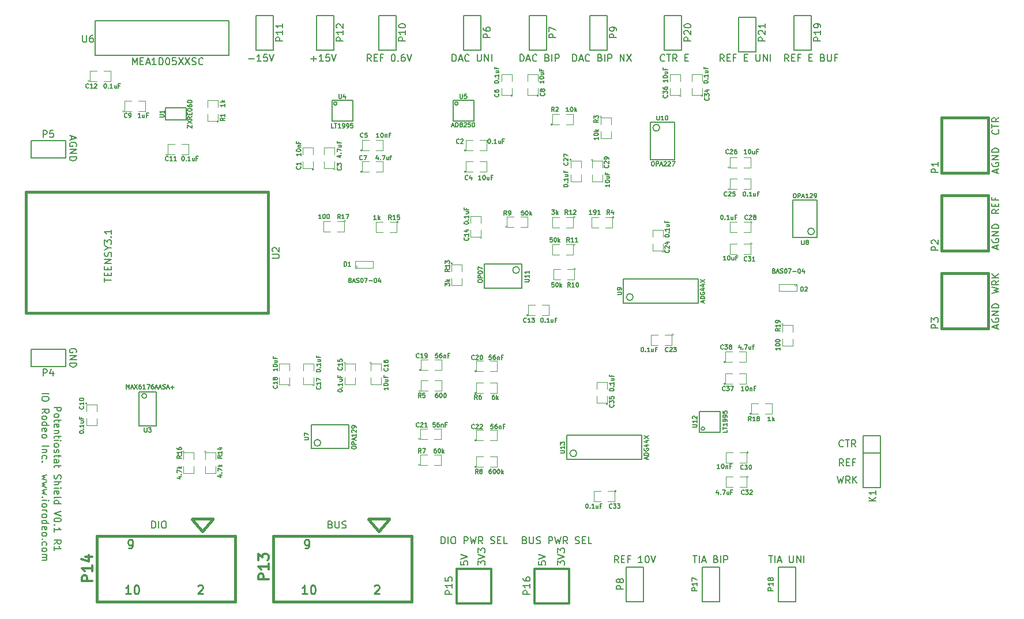
<source format=gto>
G04 (created by PCBNEW (2013-jul-07)-stable) date Mon 21 Nov 2016 11:23:47 AM PST*
%MOIN*%
G04 Gerber Fmt 3.4, Leading zero omitted, Abs format*
%FSLAX34Y34*%
G01*
G70*
G90*
G04 APERTURE LIST*
%ADD10C,0.00590551*%
%ADD11C,0.008*%
%ADD12C,0.015*%
%ADD13C,0.005*%
%ADD14C,0.0031*%
%ADD15C,0.0039*%
%ADD16C,0.006*%
%ADD17C,0.012*%
%ADD18C,0.00787402*%
%ADD19C,0.01*%
G04 APERTURE END LIST*
G54D10*
G54D11*
X67471Y-45423D02*
X67452Y-45442D01*
X67395Y-45461D01*
X67357Y-45461D01*
X67300Y-45442D01*
X67261Y-45404D01*
X67242Y-45366D01*
X67223Y-45290D01*
X67223Y-45233D01*
X67242Y-45157D01*
X67261Y-45119D01*
X67300Y-45080D01*
X67357Y-45061D01*
X67395Y-45061D01*
X67452Y-45080D01*
X67471Y-45100D01*
X67585Y-45061D02*
X67814Y-45061D01*
X67700Y-45461D02*
X67700Y-45061D01*
X68176Y-45461D02*
X68042Y-45271D01*
X67947Y-45461D02*
X67947Y-45061D01*
X68100Y-45061D01*
X68138Y-45080D01*
X68157Y-45100D01*
X68176Y-45138D01*
X68176Y-45195D01*
X68157Y-45233D01*
X68138Y-45252D01*
X68100Y-45271D01*
X67947Y-45271D01*
X67471Y-46561D02*
X67338Y-46371D01*
X67242Y-46561D02*
X67242Y-46161D01*
X67395Y-46161D01*
X67433Y-46180D01*
X67452Y-46200D01*
X67471Y-46238D01*
X67471Y-46295D01*
X67452Y-46333D01*
X67433Y-46352D01*
X67395Y-46371D01*
X67242Y-46371D01*
X67642Y-46352D02*
X67776Y-46352D01*
X67833Y-46561D02*
X67642Y-46561D01*
X67642Y-46161D01*
X67833Y-46161D01*
X68138Y-46352D02*
X68004Y-46352D01*
X68004Y-46561D02*
X68004Y-46161D01*
X68195Y-46161D01*
X67128Y-47161D02*
X67223Y-47561D01*
X67300Y-47276D01*
X67376Y-47561D01*
X67471Y-47161D01*
X67852Y-47561D02*
X67719Y-47371D01*
X67623Y-47561D02*
X67623Y-47161D01*
X67776Y-47161D01*
X67814Y-47180D01*
X67833Y-47200D01*
X67852Y-47238D01*
X67852Y-47295D01*
X67833Y-47333D01*
X67814Y-47352D01*
X67776Y-47371D01*
X67623Y-47371D01*
X68023Y-47561D02*
X68023Y-47161D01*
X68252Y-47561D02*
X68080Y-47333D01*
X68252Y-47161D02*
X68023Y-47390D01*
X76423Y-27128D02*
X76442Y-27147D01*
X76461Y-27204D01*
X76461Y-27242D01*
X76442Y-27299D01*
X76404Y-27338D01*
X76366Y-27357D01*
X76290Y-27376D01*
X76233Y-27376D01*
X76157Y-27357D01*
X76119Y-27338D01*
X76080Y-27299D01*
X76061Y-27242D01*
X76061Y-27204D01*
X76080Y-27147D01*
X76100Y-27128D01*
X76061Y-27014D02*
X76061Y-26785D01*
X76461Y-26899D02*
X76061Y-26899D01*
X76461Y-26423D02*
X76271Y-26557D01*
X76461Y-26652D02*
X76061Y-26652D01*
X76061Y-26500D01*
X76080Y-26461D01*
X76100Y-26442D01*
X76138Y-26423D01*
X76195Y-26423D01*
X76233Y-26442D01*
X76252Y-26461D01*
X76271Y-26500D01*
X76271Y-26652D01*
X76461Y-31728D02*
X76271Y-31861D01*
X76461Y-31957D02*
X76061Y-31957D01*
X76061Y-31804D01*
X76080Y-31766D01*
X76100Y-31747D01*
X76138Y-31728D01*
X76195Y-31728D01*
X76233Y-31747D01*
X76252Y-31766D01*
X76271Y-31804D01*
X76271Y-31957D01*
X76252Y-31557D02*
X76252Y-31423D01*
X76461Y-31366D02*
X76461Y-31557D01*
X76061Y-31557D01*
X76061Y-31366D01*
X76252Y-31061D02*
X76252Y-31195D01*
X76461Y-31195D02*
X76061Y-31195D01*
X76061Y-31004D01*
X76061Y-36571D02*
X76461Y-36476D01*
X76176Y-36400D01*
X76461Y-36323D01*
X76061Y-36228D01*
X76461Y-35847D02*
X76271Y-35980D01*
X76461Y-36076D02*
X76061Y-36076D01*
X76061Y-35923D01*
X76080Y-35885D01*
X76100Y-35866D01*
X76138Y-35847D01*
X76195Y-35847D01*
X76233Y-35866D01*
X76252Y-35885D01*
X76271Y-35923D01*
X76271Y-36076D01*
X76461Y-35676D02*
X76061Y-35676D01*
X76461Y-35447D02*
X76233Y-35619D01*
X76061Y-35447D02*
X76290Y-35676D01*
X76347Y-29604D02*
X76347Y-29414D01*
X76461Y-29642D02*
X76061Y-29509D01*
X76461Y-29376D01*
X76080Y-29033D02*
X76061Y-29071D01*
X76061Y-29128D01*
X76080Y-29185D01*
X76119Y-29223D01*
X76157Y-29242D01*
X76233Y-29261D01*
X76290Y-29261D01*
X76366Y-29242D01*
X76404Y-29223D01*
X76442Y-29185D01*
X76461Y-29128D01*
X76461Y-29090D01*
X76442Y-29033D01*
X76423Y-29014D01*
X76290Y-29014D01*
X76290Y-29090D01*
X76461Y-28842D02*
X76061Y-28842D01*
X76461Y-28614D01*
X76061Y-28614D01*
X76461Y-28423D02*
X76061Y-28423D01*
X76061Y-28328D01*
X76080Y-28271D01*
X76119Y-28233D01*
X76157Y-28214D01*
X76233Y-28195D01*
X76290Y-28195D01*
X76366Y-28214D01*
X76404Y-28233D01*
X76442Y-28271D01*
X76461Y-28328D01*
X76461Y-28423D01*
X76347Y-34004D02*
X76347Y-33814D01*
X76461Y-34042D02*
X76061Y-33909D01*
X76461Y-33776D01*
X76080Y-33433D02*
X76061Y-33471D01*
X76061Y-33528D01*
X76080Y-33585D01*
X76119Y-33623D01*
X76157Y-33642D01*
X76233Y-33661D01*
X76290Y-33661D01*
X76366Y-33642D01*
X76404Y-33623D01*
X76442Y-33585D01*
X76461Y-33528D01*
X76461Y-33490D01*
X76442Y-33433D01*
X76423Y-33414D01*
X76290Y-33414D01*
X76290Y-33490D01*
X76461Y-33242D02*
X76061Y-33242D01*
X76461Y-33014D01*
X76061Y-33014D01*
X76461Y-32823D02*
X76061Y-32823D01*
X76061Y-32728D01*
X76080Y-32671D01*
X76119Y-32633D01*
X76157Y-32614D01*
X76233Y-32595D01*
X76290Y-32595D01*
X76366Y-32614D01*
X76404Y-32633D01*
X76442Y-32671D01*
X76461Y-32728D01*
X76461Y-32823D01*
X76347Y-38604D02*
X76347Y-38414D01*
X76461Y-38642D02*
X76061Y-38509D01*
X76461Y-38376D01*
X76080Y-38033D02*
X76061Y-38071D01*
X76061Y-38128D01*
X76080Y-38185D01*
X76119Y-38223D01*
X76157Y-38242D01*
X76233Y-38261D01*
X76290Y-38261D01*
X76366Y-38242D01*
X76404Y-38223D01*
X76442Y-38185D01*
X76461Y-38128D01*
X76461Y-38090D01*
X76442Y-38033D01*
X76423Y-38014D01*
X76290Y-38014D01*
X76290Y-38090D01*
X76461Y-37842D02*
X76061Y-37842D01*
X76461Y-37614D01*
X76061Y-37614D01*
X76461Y-37423D02*
X76061Y-37423D01*
X76061Y-37328D01*
X76080Y-37271D01*
X76119Y-37233D01*
X76157Y-37214D01*
X76233Y-37195D01*
X76290Y-37195D01*
X76366Y-37214D01*
X76404Y-37233D01*
X76442Y-37271D01*
X76461Y-37328D01*
X76461Y-37423D01*
X22852Y-27495D02*
X22852Y-27685D01*
X22738Y-27457D02*
X23138Y-27590D01*
X22738Y-27723D01*
X23119Y-28066D02*
X23138Y-28028D01*
X23138Y-27971D01*
X23119Y-27914D01*
X23080Y-27876D01*
X23042Y-27857D01*
X22966Y-27838D01*
X22909Y-27838D01*
X22833Y-27857D01*
X22795Y-27876D01*
X22757Y-27914D01*
X22738Y-27971D01*
X22738Y-28009D01*
X22757Y-28066D01*
X22776Y-28085D01*
X22909Y-28085D01*
X22909Y-28009D01*
X22738Y-28257D02*
X23138Y-28257D01*
X22738Y-28485D01*
X23138Y-28485D01*
X22738Y-28676D02*
X23138Y-28676D01*
X23138Y-28771D01*
X23119Y-28828D01*
X23080Y-28866D01*
X23042Y-28885D01*
X22966Y-28904D01*
X22909Y-28904D01*
X22833Y-28885D01*
X22795Y-28866D01*
X22757Y-28828D01*
X22738Y-28771D01*
X22738Y-28676D01*
X23119Y-39995D02*
X23138Y-39957D01*
X23138Y-39900D01*
X23119Y-39842D01*
X23080Y-39804D01*
X23042Y-39785D01*
X22966Y-39766D01*
X22909Y-39766D01*
X22833Y-39785D01*
X22795Y-39804D01*
X22757Y-39842D01*
X22738Y-39900D01*
X22738Y-39938D01*
X22757Y-39995D01*
X22776Y-40014D01*
X22909Y-40014D01*
X22909Y-39938D01*
X22738Y-40185D02*
X23138Y-40185D01*
X22738Y-40414D01*
X23138Y-40414D01*
X22738Y-40604D02*
X23138Y-40604D01*
X23138Y-40700D01*
X23119Y-40757D01*
X23080Y-40795D01*
X23042Y-40814D01*
X22966Y-40833D01*
X22909Y-40833D01*
X22833Y-40814D01*
X22795Y-40795D01*
X22757Y-40757D01*
X22738Y-40700D01*
X22738Y-40604D01*
X50961Y-52295D02*
X50961Y-52047D01*
X51114Y-52180D01*
X51114Y-52123D01*
X51133Y-52085D01*
X51152Y-52066D01*
X51190Y-52047D01*
X51285Y-52047D01*
X51323Y-52066D01*
X51342Y-52085D01*
X51361Y-52123D01*
X51361Y-52238D01*
X51342Y-52276D01*
X51323Y-52295D01*
X50961Y-51933D02*
X51361Y-51799D01*
X50961Y-51666D01*
X50961Y-51571D02*
X50961Y-51323D01*
X51114Y-51457D01*
X51114Y-51400D01*
X51133Y-51361D01*
X51152Y-51342D01*
X51190Y-51323D01*
X51285Y-51323D01*
X51323Y-51342D01*
X51342Y-51361D01*
X51361Y-51400D01*
X51361Y-51514D01*
X51342Y-51552D01*
X51323Y-51571D01*
X49861Y-52076D02*
X49861Y-52266D01*
X50052Y-52285D01*
X50033Y-52266D01*
X50014Y-52228D01*
X50014Y-52133D01*
X50033Y-52095D01*
X50052Y-52076D01*
X50090Y-52057D01*
X50185Y-52057D01*
X50223Y-52076D01*
X50242Y-52095D01*
X50261Y-52133D01*
X50261Y-52228D01*
X50242Y-52266D01*
X50223Y-52285D01*
X49861Y-51942D02*
X50261Y-51809D01*
X49861Y-51676D01*
X49061Y-50852D02*
X49119Y-50871D01*
X49138Y-50890D01*
X49157Y-50928D01*
X49157Y-50985D01*
X49138Y-51023D01*
X49119Y-51042D01*
X49080Y-51061D01*
X48928Y-51061D01*
X48928Y-50661D01*
X49061Y-50661D01*
X49100Y-50680D01*
X49119Y-50700D01*
X49138Y-50738D01*
X49138Y-50776D01*
X49119Y-50814D01*
X49100Y-50833D01*
X49061Y-50852D01*
X48928Y-50852D01*
X49328Y-50661D02*
X49328Y-50985D01*
X49347Y-51023D01*
X49366Y-51042D01*
X49404Y-51061D01*
X49480Y-51061D01*
X49519Y-51042D01*
X49538Y-51023D01*
X49557Y-50985D01*
X49557Y-50661D01*
X49728Y-51042D02*
X49785Y-51061D01*
X49880Y-51061D01*
X49919Y-51042D01*
X49938Y-51023D01*
X49957Y-50985D01*
X49957Y-50947D01*
X49938Y-50909D01*
X49919Y-50890D01*
X49880Y-50871D01*
X49804Y-50852D01*
X49766Y-50833D01*
X49747Y-50814D01*
X49728Y-50776D01*
X49728Y-50738D01*
X49747Y-50700D01*
X49766Y-50680D01*
X49804Y-50661D01*
X49900Y-50661D01*
X49957Y-50680D01*
X50433Y-51061D02*
X50433Y-50661D01*
X50585Y-50661D01*
X50623Y-50680D01*
X50642Y-50700D01*
X50661Y-50738D01*
X50661Y-50795D01*
X50642Y-50833D01*
X50623Y-50852D01*
X50585Y-50871D01*
X50433Y-50871D01*
X50795Y-50661D02*
X50890Y-51061D01*
X50966Y-50776D01*
X51042Y-51061D01*
X51138Y-50661D01*
X51519Y-51061D02*
X51385Y-50871D01*
X51290Y-51061D02*
X51290Y-50661D01*
X51442Y-50661D01*
X51480Y-50680D01*
X51500Y-50700D01*
X51519Y-50738D01*
X51519Y-50795D01*
X51500Y-50833D01*
X51480Y-50852D01*
X51442Y-50871D01*
X51290Y-50871D01*
X51976Y-51042D02*
X52033Y-51061D01*
X52128Y-51061D01*
X52166Y-51042D01*
X52185Y-51023D01*
X52204Y-50985D01*
X52204Y-50947D01*
X52185Y-50909D01*
X52166Y-50890D01*
X52128Y-50871D01*
X52052Y-50852D01*
X52014Y-50833D01*
X51995Y-50814D01*
X51976Y-50776D01*
X51976Y-50738D01*
X51995Y-50700D01*
X52014Y-50680D01*
X52052Y-50661D01*
X52147Y-50661D01*
X52204Y-50680D01*
X52376Y-50852D02*
X52509Y-50852D01*
X52566Y-51061D02*
X52376Y-51061D01*
X52376Y-50661D01*
X52566Y-50661D01*
X52928Y-51061D02*
X52738Y-51061D01*
X52738Y-50661D01*
X44223Y-51061D02*
X44223Y-50661D01*
X44319Y-50661D01*
X44376Y-50680D01*
X44414Y-50719D01*
X44433Y-50757D01*
X44452Y-50833D01*
X44452Y-50890D01*
X44433Y-50966D01*
X44414Y-51004D01*
X44376Y-51042D01*
X44319Y-51061D01*
X44223Y-51061D01*
X44623Y-51061D02*
X44623Y-50661D01*
X44890Y-50661D02*
X44966Y-50661D01*
X45004Y-50680D01*
X45042Y-50719D01*
X45061Y-50795D01*
X45061Y-50928D01*
X45042Y-51004D01*
X45004Y-51042D01*
X44966Y-51061D01*
X44890Y-51061D01*
X44852Y-51042D01*
X44814Y-51004D01*
X44795Y-50928D01*
X44795Y-50795D01*
X44814Y-50719D01*
X44852Y-50680D01*
X44890Y-50661D01*
X45538Y-51061D02*
X45538Y-50661D01*
X45690Y-50661D01*
X45728Y-50680D01*
X45747Y-50700D01*
X45766Y-50738D01*
X45766Y-50795D01*
X45747Y-50833D01*
X45728Y-50852D01*
X45690Y-50871D01*
X45538Y-50871D01*
X45900Y-50661D02*
X45995Y-51061D01*
X46071Y-50776D01*
X46147Y-51061D01*
X46242Y-50661D01*
X46623Y-51061D02*
X46490Y-50871D01*
X46395Y-51061D02*
X46395Y-50661D01*
X46547Y-50661D01*
X46585Y-50680D01*
X46604Y-50700D01*
X46623Y-50738D01*
X46623Y-50795D01*
X46604Y-50833D01*
X46585Y-50852D01*
X46547Y-50871D01*
X46395Y-50871D01*
X47080Y-51042D02*
X47138Y-51061D01*
X47233Y-51061D01*
X47271Y-51042D01*
X47290Y-51023D01*
X47309Y-50985D01*
X47309Y-50947D01*
X47290Y-50909D01*
X47271Y-50890D01*
X47233Y-50871D01*
X47157Y-50852D01*
X47119Y-50833D01*
X47100Y-50814D01*
X47080Y-50776D01*
X47080Y-50738D01*
X47100Y-50700D01*
X47119Y-50680D01*
X47157Y-50661D01*
X47252Y-50661D01*
X47309Y-50680D01*
X47480Y-50852D02*
X47614Y-50852D01*
X47671Y-51061D02*
X47480Y-51061D01*
X47480Y-50661D01*
X47671Y-50661D01*
X48033Y-51061D02*
X47842Y-51061D01*
X47842Y-50661D01*
X46361Y-52295D02*
X46361Y-52047D01*
X46514Y-52180D01*
X46514Y-52123D01*
X46533Y-52085D01*
X46552Y-52066D01*
X46590Y-52047D01*
X46685Y-52047D01*
X46723Y-52066D01*
X46742Y-52085D01*
X46761Y-52123D01*
X46761Y-52238D01*
X46742Y-52276D01*
X46723Y-52295D01*
X46361Y-51933D02*
X46761Y-51799D01*
X46361Y-51666D01*
X46361Y-51571D02*
X46361Y-51323D01*
X46514Y-51457D01*
X46514Y-51400D01*
X46533Y-51361D01*
X46552Y-51342D01*
X46590Y-51323D01*
X46685Y-51323D01*
X46723Y-51342D01*
X46742Y-51361D01*
X46761Y-51400D01*
X46761Y-51514D01*
X46742Y-51552D01*
X46723Y-51571D01*
X45361Y-52076D02*
X45361Y-52266D01*
X45552Y-52285D01*
X45533Y-52266D01*
X45514Y-52228D01*
X45514Y-52133D01*
X45533Y-52095D01*
X45552Y-52076D01*
X45590Y-52057D01*
X45685Y-52057D01*
X45723Y-52076D01*
X45742Y-52095D01*
X45761Y-52133D01*
X45761Y-52228D01*
X45742Y-52266D01*
X45723Y-52285D01*
X45361Y-51942D02*
X45761Y-51809D01*
X45361Y-51676D01*
X37828Y-49952D02*
X37885Y-49971D01*
X37904Y-49990D01*
X37923Y-50028D01*
X37923Y-50085D01*
X37904Y-50123D01*
X37885Y-50142D01*
X37847Y-50161D01*
X37695Y-50161D01*
X37695Y-49761D01*
X37828Y-49761D01*
X37866Y-49780D01*
X37885Y-49800D01*
X37904Y-49838D01*
X37904Y-49876D01*
X37885Y-49914D01*
X37866Y-49933D01*
X37828Y-49952D01*
X37695Y-49952D01*
X38095Y-49761D02*
X38095Y-50085D01*
X38114Y-50123D01*
X38133Y-50142D01*
X38171Y-50161D01*
X38247Y-50161D01*
X38285Y-50142D01*
X38304Y-50123D01*
X38323Y-50085D01*
X38323Y-49761D01*
X38495Y-50142D02*
X38552Y-50161D01*
X38647Y-50161D01*
X38685Y-50142D01*
X38704Y-50123D01*
X38723Y-50085D01*
X38723Y-50047D01*
X38704Y-50009D01*
X38685Y-49990D01*
X38647Y-49971D01*
X38571Y-49952D01*
X38533Y-49933D01*
X38514Y-49914D01*
X38495Y-49876D01*
X38495Y-49838D01*
X38514Y-49800D01*
X38533Y-49780D01*
X38571Y-49761D01*
X38666Y-49761D01*
X38723Y-49780D01*
X27490Y-50161D02*
X27490Y-49761D01*
X27585Y-49761D01*
X27642Y-49780D01*
X27680Y-49819D01*
X27700Y-49857D01*
X27719Y-49933D01*
X27719Y-49990D01*
X27700Y-50066D01*
X27680Y-50104D01*
X27642Y-50142D01*
X27585Y-50161D01*
X27490Y-50161D01*
X27890Y-50161D02*
X27890Y-49761D01*
X28157Y-49761D02*
X28233Y-49761D01*
X28271Y-49780D01*
X28309Y-49819D01*
X28328Y-49895D01*
X28328Y-50028D01*
X28309Y-50104D01*
X28271Y-50142D01*
X28233Y-50161D01*
X28157Y-50161D01*
X28119Y-50142D01*
X28080Y-50104D01*
X28061Y-50028D01*
X28061Y-49895D01*
X28080Y-49819D01*
X28119Y-49780D01*
X28157Y-49761D01*
X21138Y-42371D02*
X21538Y-42371D01*
X21538Y-42638D02*
X21538Y-42714D01*
X21519Y-42752D01*
X21480Y-42790D01*
X21404Y-42809D01*
X21271Y-42809D01*
X21195Y-42790D01*
X21157Y-42752D01*
X21138Y-42714D01*
X21138Y-42638D01*
X21157Y-42600D01*
X21195Y-42561D01*
X21271Y-42542D01*
X21404Y-42542D01*
X21480Y-42561D01*
X21519Y-42600D01*
X21538Y-42638D01*
X21138Y-43514D02*
X21328Y-43380D01*
X21138Y-43285D02*
X21538Y-43285D01*
X21538Y-43438D01*
X21519Y-43476D01*
X21500Y-43495D01*
X21461Y-43514D01*
X21404Y-43514D01*
X21366Y-43495D01*
X21347Y-43476D01*
X21328Y-43438D01*
X21328Y-43285D01*
X21138Y-43742D02*
X21157Y-43704D01*
X21176Y-43685D01*
X21214Y-43666D01*
X21328Y-43666D01*
X21366Y-43685D01*
X21385Y-43704D01*
X21404Y-43742D01*
X21404Y-43800D01*
X21385Y-43838D01*
X21366Y-43857D01*
X21328Y-43876D01*
X21214Y-43876D01*
X21176Y-43857D01*
X21157Y-43838D01*
X21138Y-43800D01*
X21138Y-43742D01*
X21138Y-44219D02*
X21538Y-44219D01*
X21157Y-44219D02*
X21138Y-44180D01*
X21138Y-44104D01*
X21157Y-44066D01*
X21176Y-44047D01*
X21214Y-44028D01*
X21328Y-44028D01*
X21366Y-44047D01*
X21385Y-44066D01*
X21404Y-44104D01*
X21404Y-44180D01*
X21385Y-44219D01*
X21157Y-44561D02*
X21138Y-44523D01*
X21138Y-44447D01*
X21157Y-44409D01*
X21195Y-44390D01*
X21347Y-44390D01*
X21385Y-44409D01*
X21404Y-44447D01*
X21404Y-44523D01*
X21385Y-44561D01*
X21347Y-44580D01*
X21309Y-44580D01*
X21271Y-44390D01*
X21138Y-44809D02*
X21157Y-44771D01*
X21176Y-44752D01*
X21214Y-44733D01*
X21328Y-44733D01*
X21366Y-44752D01*
X21385Y-44771D01*
X21404Y-44809D01*
X21404Y-44866D01*
X21385Y-44904D01*
X21366Y-44923D01*
X21328Y-44942D01*
X21214Y-44942D01*
X21176Y-44923D01*
X21157Y-44904D01*
X21138Y-44866D01*
X21138Y-44809D01*
X21138Y-45419D02*
X21538Y-45419D01*
X21404Y-45609D02*
X21138Y-45609D01*
X21366Y-45609D02*
X21385Y-45628D01*
X21404Y-45666D01*
X21404Y-45723D01*
X21385Y-45761D01*
X21347Y-45780D01*
X21138Y-45780D01*
X21157Y-46142D02*
X21138Y-46104D01*
X21138Y-46028D01*
X21157Y-45990D01*
X21176Y-45971D01*
X21214Y-45952D01*
X21328Y-45952D01*
X21366Y-45971D01*
X21385Y-45990D01*
X21404Y-46028D01*
X21404Y-46104D01*
X21385Y-46142D01*
X21176Y-46314D02*
X21157Y-46333D01*
X21138Y-46314D01*
X21157Y-46295D01*
X21176Y-46314D01*
X21138Y-46314D01*
X21404Y-47076D02*
X21138Y-47152D01*
X21328Y-47228D01*
X21138Y-47304D01*
X21404Y-47380D01*
X21404Y-47495D02*
X21138Y-47571D01*
X21328Y-47647D01*
X21138Y-47723D01*
X21404Y-47800D01*
X21404Y-47914D02*
X21138Y-47990D01*
X21328Y-48066D01*
X21138Y-48142D01*
X21404Y-48219D01*
X21176Y-48371D02*
X21157Y-48390D01*
X21138Y-48371D01*
X21157Y-48352D01*
X21176Y-48371D01*
X21138Y-48371D01*
X21138Y-48561D02*
X21404Y-48561D01*
X21538Y-48561D02*
X21519Y-48542D01*
X21500Y-48561D01*
X21519Y-48580D01*
X21538Y-48561D01*
X21500Y-48561D01*
X21138Y-48809D02*
X21157Y-48771D01*
X21176Y-48752D01*
X21214Y-48733D01*
X21328Y-48733D01*
X21366Y-48752D01*
X21385Y-48771D01*
X21404Y-48809D01*
X21404Y-48866D01*
X21385Y-48904D01*
X21366Y-48923D01*
X21328Y-48942D01*
X21214Y-48942D01*
X21176Y-48923D01*
X21157Y-48904D01*
X21138Y-48866D01*
X21138Y-48809D01*
X21138Y-49114D02*
X21404Y-49114D01*
X21328Y-49114D02*
X21366Y-49133D01*
X21385Y-49152D01*
X21404Y-49190D01*
X21404Y-49228D01*
X21138Y-49419D02*
X21157Y-49380D01*
X21176Y-49361D01*
X21214Y-49342D01*
X21328Y-49342D01*
X21366Y-49361D01*
X21385Y-49380D01*
X21404Y-49419D01*
X21404Y-49476D01*
X21385Y-49514D01*
X21366Y-49533D01*
X21328Y-49552D01*
X21214Y-49552D01*
X21176Y-49533D01*
X21157Y-49514D01*
X21138Y-49476D01*
X21138Y-49419D01*
X21138Y-49895D02*
X21538Y-49895D01*
X21157Y-49895D02*
X21138Y-49857D01*
X21138Y-49780D01*
X21157Y-49742D01*
X21176Y-49723D01*
X21214Y-49704D01*
X21328Y-49704D01*
X21366Y-49723D01*
X21385Y-49742D01*
X21404Y-49780D01*
X21404Y-49857D01*
X21385Y-49895D01*
X21157Y-50238D02*
X21138Y-50200D01*
X21138Y-50123D01*
X21157Y-50085D01*
X21195Y-50066D01*
X21347Y-50066D01*
X21385Y-50085D01*
X21404Y-50123D01*
X21404Y-50200D01*
X21385Y-50238D01*
X21347Y-50257D01*
X21309Y-50257D01*
X21271Y-50066D01*
X21138Y-50485D02*
X21157Y-50447D01*
X21176Y-50428D01*
X21214Y-50409D01*
X21328Y-50409D01*
X21366Y-50428D01*
X21385Y-50447D01*
X21404Y-50485D01*
X21404Y-50542D01*
X21385Y-50580D01*
X21366Y-50600D01*
X21328Y-50619D01*
X21214Y-50619D01*
X21176Y-50600D01*
X21157Y-50580D01*
X21138Y-50542D01*
X21138Y-50485D01*
X21176Y-50790D02*
X21157Y-50809D01*
X21138Y-50790D01*
X21157Y-50771D01*
X21176Y-50790D01*
X21138Y-50790D01*
X21157Y-51152D02*
X21138Y-51114D01*
X21138Y-51038D01*
X21157Y-51000D01*
X21176Y-50980D01*
X21214Y-50961D01*
X21328Y-50961D01*
X21366Y-50980D01*
X21385Y-51000D01*
X21404Y-51038D01*
X21404Y-51114D01*
X21385Y-51152D01*
X21138Y-51380D02*
X21157Y-51342D01*
X21176Y-51323D01*
X21214Y-51304D01*
X21328Y-51304D01*
X21366Y-51323D01*
X21385Y-51342D01*
X21404Y-51380D01*
X21404Y-51438D01*
X21385Y-51476D01*
X21366Y-51495D01*
X21328Y-51514D01*
X21214Y-51514D01*
X21176Y-51495D01*
X21157Y-51476D01*
X21138Y-51438D01*
X21138Y-51380D01*
X21138Y-51685D02*
X21404Y-51685D01*
X21366Y-51685D02*
X21385Y-51704D01*
X21404Y-51742D01*
X21404Y-51800D01*
X21385Y-51838D01*
X21347Y-51857D01*
X21138Y-51857D01*
X21347Y-51857D02*
X21385Y-51876D01*
X21404Y-51914D01*
X21404Y-51971D01*
X21385Y-52009D01*
X21347Y-52028D01*
X21138Y-52028D01*
X21838Y-43166D02*
X22238Y-43166D01*
X22238Y-43319D01*
X22219Y-43357D01*
X22200Y-43376D01*
X22161Y-43395D01*
X22104Y-43395D01*
X22066Y-43376D01*
X22047Y-43357D01*
X22028Y-43319D01*
X22028Y-43166D01*
X21838Y-43623D02*
X21857Y-43585D01*
X21876Y-43566D01*
X21914Y-43547D01*
X22028Y-43547D01*
X22066Y-43566D01*
X22085Y-43585D01*
X22104Y-43623D01*
X22104Y-43680D01*
X22085Y-43719D01*
X22066Y-43738D01*
X22028Y-43757D01*
X21914Y-43757D01*
X21876Y-43738D01*
X21857Y-43719D01*
X21838Y-43680D01*
X21838Y-43623D01*
X22104Y-43871D02*
X22104Y-44023D01*
X22238Y-43928D02*
X21895Y-43928D01*
X21857Y-43947D01*
X21838Y-43985D01*
X21838Y-44023D01*
X21857Y-44309D02*
X21838Y-44271D01*
X21838Y-44195D01*
X21857Y-44157D01*
X21895Y-44138D01*
X22047Y-44138D01*
X22085Y-44157D01*
X22104Y-44195D01*
X22104Y-44271D01*
X22085Y-44309D01*
X22047Y-44328D01*
X22009Y-44328D01*
X21971Y-44138D01*
X22104Y-44500D02*
X21838Y-44500D01*
X22066Y-44500D02*
X22085Y-44519D01*
X22104Y-44557D01*
X22104Y-44614D01*
X22085Y-44652D01*
X22047Y-44671D01*
X21838Y-44671D01*
X22104Y-44804D02*
X22104Y-44957D01*
X22238Y-44861D02*
X21895Y-44861D01*
X21857Y-44880D01*
X21838Y-44919D01*
X21838Y-44957D01*
X21838Y-45090D02*
X22104Y-45090D01*
X22238Y-45090D02*
X22219Y-45071D01*
X22200Y-45090D01*
X22219Y-45109D01*
X22238Y-45090D01*
X22200Y-45090D01*
X21838Y-45338D02*
X21857Y-45300D01*
X21876Y-45280D01*
X21914Y-45261D01*
X22028Y-45261D01*
X22066Y-45280D01*
X22085Y-45300D01*
X22104Y-45338D01*
X22104Y-45395D01*
X22085Y-45433D01*
X22066Y-45452D01*
X22028Y-45471D01*
X21914Y-45471D01*
X21876Y-45452D01*
X21857Y-45433D01*
X21838Y-45395D01*
X21838Y-45338D01*
X21857Y-45623D02*
X21838Y-45661D01*
X21838Y-45738D01*
X21857Y-45776D01*
X21895Y-45795D01*
X21914Y-45795D01*
X21952Y-45776D01*
X21971Y-45738D01*
X21971Y-45680D01*
X21990Y-45642D01*
X22028Y-45623D01*
X22047Y-45623D01*
X22085Y-45642D01*
X22104Y-45680D01*
X22104Y-45738D01*
X22085Y-45776D01*
X22104Y-45909D02*
X22104Y-46061D01*
X22238Y-45966D02*
X21895Y-45966D01*
X21857Y-45985D01*
X21838Y-46023D01*
X21838Y-46061D01*
X21838Y-46366D02*
X22047Y-46366D01*
X22085Y-46347D01*
X22104Y-46309D01*
X22104Y-46233D01*
X22085Y-46195D01*
X21857Y-46366D02*
X21838Y-46328D01*
X21838Y-46233D01*
X21857Y-46195D01*
X21895Y-46176D01*
X21933Y-46176D01*
X21971Y-46195D01*
X21990Y-46233D01*
X21990Y-46328D01*
X22009Y-46366D01*
X22104Y-46500D02*
X22104Y-46652D01*
X22238Y-46557D02*
X21895Y-46557D01*
X21857Y-46576D01*
X21838Y-46614D01*
X21838Y-46652D01*
X21857Y-47071D02*
X21838Y-47128D01*
X21838Y-47223D01*
X21857Y-47261D01*
X21876Y-47280D01*
X21914Y-47299D01*
X21952Y-47299D01*
X21990Y-47280D01*
X22009Y-47261D01*
X22028Y-47223D01*
X22047Y-47147D01*
X22066Y-47109D01*
X22085Y-47090D01*
X22123Y-47071D01*
X22161Y-47071D01*
X22200Y-47090D01*
X22219Y-47109D01*
X22238Y-47147D01*
X22238Y-47242D01*
X22219Y-47299D01*
X21838Y-47471D02*
X22238Y-47471D01*
X21838Y-47642D02*
X22047Y-47642D01*
X22085Y-47623D01*
X22104Y-47585D01*
X22104Y-47528D01*
X22085Y-47490D01*
X22066Y-47471D01*
X21838Y-47833D02*
X22104Y-47833D01*
X22238Y-47833D02*
X22219Y-47814D01*
X22200Y-47833D01*
X22219Y-47852D01*
X22238Y-47833D01*
X22200Y-47833D01*
X21857Y-48176D02*
X21838Y-48138D01*
X21838Y-48061D01*
X21857Y-48023D01*
X21895Y-48004D01*
X22047Y-48004D01*
X22085Y-48023D01*
X22104Y-48061D01*
X22104Y-48138D01*
X22085Y-48176D01*
X22047Y-48195D01*
X22009Y-48195D01*
X21971Y-48004D01*
X21838Y-48423D02*
X21857Y-48385D01*
X21895Y-48366D01*
X22238Y-48366D01*
X21838Y-48747D02*
X22238Y-48747D01*
X21857Y-48747D02*
X21838Y-48709D01*
X21838Y-48633D01*
X21857Y-48595D01*
X21876Y-48576D01*
X21914Y-48557D01*
X22028Y-48557D01*
X22066Y-48576D01*
X22085Y-48595D01*
X22104Y-48633D01*
X22104Y-48709D01*
X22085Y-48747D01*
X22238Y-49185D02*
X21838Y-49319D01*
X22238Y-49452D01*
X22238Y-49661D02*
X22238Y-49699D01*
X22219Y-49738D01*
X22200Y-49757D01*
X22161Y-49776D01*
X22085Y-49795D01*
X21990Y-49795D01*
X21914Y-49776D01*
X21876Y-49757D01*
X21857Y-49738D01*
X21838Y-49699D01*
X21838Y-49661D01*
X21857Y-49623D01*
X21876Y-49604D01*
X21914Y-49585D01*
X21990Y-49566D01*
X22085Y-49566D01*
X22161Y-49585D01*
X22200Y-49604D01*
X22219Y-49623D01*
X22238Y-49661D01*
X21876Y-49966D02*
X21857Y-49985D01*
X21838Y-49966D01*
X21857Y-49947D01*
X21876Y-49966D01*
X21838Y-49966D01*
X21838Y-50366D02*
X21838Y-50138D01*
X21838Y-50252D02*
X22238Y-50252D01*
X22180Y-50214D01*
X22142Y-50176D01*
X22123Y-50138D01*
X21838Y-51071D02*
X22028Y-50938D01*
X21838Y-50842D02*
X22238Y-50842D01*
X22238Y-50995D01*
X22219Y-51033D01*
X22200Y-51052D01*
X22161Y-51071D01*
X22104Y-51071D01*
X22066Y-51052D01*
X22047Y-51033D01*
X22028Y-50995D01*
X22028Y-50842D01*
X21838Y-51452D02*
X21838Y-51223D01*
X21838Y-51338D02*
X22238Y-51338D01*
X22180Y-51299D01*
X22142Y-51261D01*
X22123Y-51223D01*
X63152Y-51761D02*
X63380Y-51761D01*
X63266Y-52161D02*
X63266Y-51761D01*
X63514Y-52161D02*
X63514Y-51761D01*
X63685Y-52047D02*
X63876Y-52047D01*
X63647Y-52161D02*
X63780Y-51761D01*
X63914Y-52161D01*
X64352Y-51761D02*
X64352Y-52085D01*
X64371Y-52123D01*
X64390Y-52142D01*
X64428Y-52161D01*
X64504Y-52161D01*
X64542Y-52142D01*
X64561Y-52123D01*
X64580Y-52085D01*
X64580Y-51761D01*
X64771Y-52161D02*
X64771Y-51761D01*
X65000Y-52161D01*
X65000Y-51761D01*
X65190Y-52161D02*
X65190Y-51761D01*
X58771Y-51761D02*
X59000Y-51761D01*
X58885Y-52161D02*
X58885Y-51761D01*
X59133Y-52161D02*
X59133Y-51761D01*
X59304Y-52047D02*
X59495Y-52047D01*
X59266Y-52161D02*
X59400Y-51761D01*
X59533Y-52161D01*
X60104Y-51952D02*
X60161Y-51971D01*
X60180Y-51990D01*
X60200Y-52028D01*
X60200Y-52085D01*
X60180Y-52123D01*
X60161Y-52142D01*
X60123Y-52161D01*
X59971Y-52161D01*
X59971Y-51761D01*
X60104Y-51761D01*
X60142Y-51780D01*
X60161Y-51800D01*
X60180Y-51838D01*
X60180Y-51876D01*
X60161Y-51914D01*
X60142Y-51933D01*
X60104Y-51952D01*
X59971Y-51952D01*
X60371Y-52161D02*
X60371Y-51761D01*
X60561Y-52161D02*
X60561Y-51761D01*
X60714Y-51761D01*
X60752Y-51780D01*
X60771Y-51800D01*
X60790Y-51838D01*
X60790Y-51895D01*
X60771Y-51933D01*
X60752Y-51952D01*
X60714Y-51971D01*
X60561Y-51971D01*
X60571Y-23161D02*
X60438Y-22971D01*
X60342Y-23161D02*
X60342Y-22761D01*
X60495Y-22761D01*
X60533Y-22780D01*
X60552Y-22800D01*
X60571Y-22838D01*
X60571Y-22895D01*
X60552Y-22933D01*
X60533Y-22952D01*
X60495Y-22971D01*
X60342Y-22971D01*
X60742Y-22952D02*
X60876Y-22952D01*
X60933Y-23161D02*
X60742Y-23161D01*
X60742Y-22761D01*
X60933Y-22761D01*
X61238Y-22952D02*
X61104Y-22952D01*
X61104Y-23161D02*
X61104Y-22761D01*
X61295Y-22761D01*
X61752Y-22952D02*
X61885Y-22952D01*
X61942Y-23161D02*
X61752Y-23161D01*
X61752Y-22761D01*
X61942Y-22761D01*
X62419Y-22761D02*
X62419Y-23085D01*
X62438Y-23123D01*
X62457Y-23142D01*
X62495Y-23161D01*
X62571Y-23161D01*
X62609Y-23142D01*
X62628Y-23123D01*
X62647Y-23085D01*
X62647Y-22761D01*
X62838Y-23161D02*
X62838Y-22761D01*
X63066Y-23161D01*
X63066Y-22761D01*
X63257Y-23161D02*
X63257Y-22761D01*
X54466Y-52161D02*
X54333Y-51971D01*
X54238Y-52161D02*
X54238Y-51761D01*
X54390Y-51761D01*
X54428Y-51780D01*
X54447Y-51800D01*
X54466Y-51838D01*
X54466Y-51895D01*
X54447Y-51933D01*
X54428Y-51952D01*
X54390Y-51971D01*
X54238Y-51971D01*
X54638Y-51952D02*
X54771Y-51952D01*
X54828Y-52161D02*
X54638Y-52161D01*
X54638Y-51761D01*
X54828Y-51761D01*
X55133Y-51952D02*
X55000Y-51952D01*
X55000Y-52161D02*
X55000Y-51761D01*
X55190Y-51761D01*
X55857Y-52161D02*
X55628Y-52161D01*
X55742Y-52161D02*
X55742Y-51761D01*
X55704Y-51819D01*
X55666Y-51857D01*
X55628Y-51876D01*
X56104Y-51761D02*
X56142Y-51761D01*
X56180Y-51780D01*
X56200Y-51800D01*
X56219Y-51838D01*
X56238Y-51914D01*
X56238Y-52009D01*
X56219Y-52085D01*
X56200Y-52123D01*
X56180Y-52142D01*
X56142Y-52161D01*
X56104Y-52161D01*
X56066Y-52142D01*
X56047Y-52123D01*
X56028Y-52085D01*
X56009Y-52009D01*
X56009Y-51914D01*
X56028Y-51838D01*
X56047Y-51800D01*
X56066Y-51780D01*
X56104Y-51761D01*
X56352Y-51761D02*
X56485Y-52161D01*
X56619Y-51761D01*
X64304Y-23161D02*
X64171Y-22971D01*
X64076Y-23161D02*
X64076Y-22761D01*
X64228Y-22761D01*
X64266Y-22780D01*
X64285Y-22800D01*
X64304Y-22838D01*
X64304Y-22895D01*
X64285Y-22933D01*
X64266Y-22952D01*
X64228Y-22971D01*
X64076Y-22971D01*
X64476Y-22952D02*
X64609Y-22952D01*
X64666Y-23161D02*
X64476Y-23161D01*
X64476Y-22761D01*
X64666Y-22761D01*
X64971Y-22952D02*
X64838Y-22952D01*
X64838Y-23161D02*
X64838Y-22761D01*
X65028Y-22761D01*
X65485Y-22952D02*
X65619Y-22952D01*
X65676Y-23161D02*
X65485Y-23161D01*
X65485Y-22761D01*
X65676Y-22761D01*
X66285Y-22952D02*
X66342Y-22971D01*
X66361Y-22990D01*
X66380Y-23028D01*
X66380Y-23085D01*
X66361Y-23123D01*
X66342Y-23142D01*
X66304Y-23161D01*
X66152Y-23161D01*
X66152Y-22761D01*
X66285Y-22761D01*
X66323Y-22780D01*
X66342Y-22800D01*
X66361Y-22838D01*
X66361Y-22876D01*
X66342Y-22914D01*
X66323Y-22933D01*
X66285Y-22952D01*
X66152Y-22952D01*
X66552Y-22761D02*
X66552Y-23085D01*
X66571Y-23123D01*
X66590Y-23142D01*
X66628Y-23161D01*
X66704Y-23161D01*
X66742Y-23142D01*
X66761Y-23123D01*
X66780Y-23085D01*
X66780Y-22761D01*
X67104Y-22952D02*
X66971Y-22952D01*
X66971Y-23161D02*
X66971Y-22761D01*
X67161Y-22761D01*
X57138Y-23123D02*
X57119Y-23142D01*
X57061Y-23161D01*
X57023Y-23161D01*
X56966Y-23142D01*
X56928Y-23104D01*
X56909Y-23066D01*
X56890Y-22990D01*
X56890Y-22933D01*
X56909Y-22857D01*
X56928Y-22819D01*
X56966Y-22780D01*
X57023Y-22761D01*
X57061Y-22761D01*
X57119Y-22780D01*
X57138Y-22800D01*
X57252Y-22761D02*
X57480Y-22761D01*
X57366Y-23161D02*
X57366Y-22761D01*
X57842Y-23161D02*
X57709Y-22971D01*
X57614Y-23161D02*
X57614Y-22761D01*
X57766Y-22761D01*
X57804Y-22780D01*
X57823Y-22800D01*
X57842Y-22838D01*
X57842Y-22895D01*
X57823Y-22933D01*
X57804Y-22952D01*
X57766Y-22971D01*
X57614Y-22971D01*
X58319Y-22952D02*
X58452Y-22952D01*
X58509Y-23161D02*
X58319Y-23161D01*
X58319Y-22761D01*
X58509Y-22761D01*
X51823Y-23161D02*
X51823Y-22761D01*
X51919Y-22761D01*
X51976Y-22780D01*
X52014Y-22819D01*
X52033Y-22857D01*
X52052Y-22933D01*
X52052Y-22990D01*
X52033Y-23066D01*
X52014Y-23104D01*
X51976Y-23142D01*
X51919Y-23161D01*
X51823Y-23161D01*
X52204Y-23047D02*
X52395Y-23047D01*
X52166Y-23161D02*
X52300Y-22761D01*
X52433Y-23161D01*
X52795Y-23123D02*
X52776Y-23142D01*
X52719Y-23161D01*
X52680Y-23161D01*
X52623Y-23142D01*
X52585Y-23104D01*
X52566Y-23066D01*
X52547Y-22990D01*
X52547Y-22933D01*
X52566Y-22857D01*
X52585Y-22819D01*
X52623Y-22780D01*
X52680Y-22761D01*
X52719Y-22761D01*
X52776Y-22780D01*
X52795Y-22800D01*
X53404Y-22952D02*
X53461Y-22971D01*
X53480Y-22990D01*
X53500Y-23028D01*
X53500Y-23085D01*
X53480Y-23123D01*
X53461Y-23142D01*
X53423Y-23161D01*
X53271Y-23161D01*
X53271Y-22761D01*
X53404Y-22761D01*
X53442Y-22780D01*
X53461Y-22800D01*
X53480Y-22838D01*
X53480Y-22876D01*
X53461Y-22914D01*
X53442Y-22933D01*
X53404Y-22952D01*
X53271Y-22952D01*
X53671Y-23161D02*
X53671Y-22761D01*
X53861Y-23161D02*
X53861Y-22761D01*
X54014Y-22761D01*
X54052Y-22780D01*
X54071Y-22800D01*
X54090Y-22838D01*
X54090Y-22895D01*
X54071Y-22933D01*
X54052Y-22952D01*
X54014Y-22971D01*
X53861Y-22971D01*
X54566Y-23161D02*
X54566Y-22761D01*
X54795Y-23161D01*
X54795Y-22761D01*
X54947Y-22761D02*
X55214Y-23161D01*
X55214Y-22761D02*
X54947Y-23161D01*
X40171Y-23161D02*
X40038Y-22971D01*
X39942Y-23161D02*
X39942Y-22761D01*
X40095Y-22761D01*
X40133Y-22780D01*
X40152Y-22800D01*
X40171Y-22838D01*
X40171Y-22895D01*
X40152Y-22933D01*
X40133Y-22952D01*
X40095Y-22971D01*
X39942Y-22971D01*
X40342Y-22952D02*
X40476Y-22952D01*
X40533Y-23161D02*
X40342Y-23161D01*
X40342Y-22761D01*
X40533Y-22761D01*
X40838Y-22952D02*
X40704Y-22952D01*
X40704Y-23161D02*
X40704Y-22761D01*
X40895Y-22761D01*
X41428Y-22761D02*
X41466Y-22761D01*
X41504Y-22780D01*
X41523Y-22800D01*
X41542Y-22838D01*
X41561Y-22914D01*
X41561Y-23009D01*
X41542Y-23085D01*
X41523Y-23123D01*
X41504Y-23142D01*
X41466Y-23161D01*
X41428Y-23161D01*
X41390Y-23142D01*
X41371Y-23123D01*
X41352Y-23085D01*
X41333Y-23009D01*
X41333Y-22914D01*
X41352Y-22838D01*
X41371Y-22800D01*
X41390Y-22780D01*
X41428Y-22761D01*
X41733Y-23123D02*
X41752Y-23142D01*
X41733Y-23161D01*
X41714Y-23142D01*
X41733Y-23123D01*
X41733Y-23161D01*
X42095Y-22761D02*
X42019Y-22761D01*
X41980Y-22780D01*
X41961Y-22800D01*
X41923Y-22857D01*
X41904Y-22933D01*
X41904Y-23085D01*
X41923Y-23123D01*
X41942Y-23142D01*
X41980Y-23161D01*
X42057Y-23161D01*
X42095Y-23142D01*
X42114Y-23123D01*
X42133Y-23085D01*
X42133Y-22990D01*
X42114Y-22952D01*
X42095Y-22933D01*
X42057Y-22914D01*
X41980Y-22914D01*
X41942Y-22933D01*
X41923Y-22952D01*
X41904Y-22990D01*
X42247Y-22761D02*
X42380Y-23161D01*
X42514Y-22761D01*
X48776Y-23161D02*
X48776Y-22761D01*
X48871Y-22761D01*
X48928Y-22780D01*
X48966Y-22819D01*
X48985Y-22857D01*
X49004Y-22933D01*
X49004Y-22990D01*
X48985Y-23066D01*
X48966Y-23104D01*
X48928Y-23142D01*
X48871Y-23161D01*
X48776Y-23161D01*
X49157Y-23047D02*
X49347Y-23047D01*
X49119Y-23161D02*
X49252Y-22761D01*
X49385Y-23161D01*
X49747Y-23123D02*
X49728Y-23142D01*
X49671Y-23161D01*
X49633Y-23161D01*
X49576Y-23142D01*
X49538Y-23104D01*
X49519Y-23066D01*
X49500Y-22990D01*
X49500Y-22933D01*
X49519Y-22857D01*
X49538Y-22819D01*
X49576Y-22780D01*
X49633Y-22761D01*
X49671Y-22761D01*
X49728Y-22780D01*
X49747Y-22800D01*
X50357Y-22952D02*
X50414Y-22971D01*
X50433Y-22990D01*
X50452Y-23028D01*
X50452Y-23085D01*
X50433Y-23123D01*
X50414Y-23142D01*
X50376Y-23161D01*
X50223Y-23161D01*
X50223Y-22761D01*
X50357Y-22761D01*
X50395Y-22780D01*
X50414Y-22800D01*
X50433Y-22838D01*
X50433Y-22876D01*
X50414Y-22914D01*
X50395Y-22933D01*
X50357Y-22952D01*
X50223Y-22952D01*
X50623Y-23161D02*
X50623Y-22761D01*
X50814Y-23161D02*
X50814Y-22761D01*
X50966Y-22761D01*
X51004Y-22780D01*
X51023Y-22800D01*
X51042Y-22838D01*
X51042Y-22895D01*
X51023Y-22933D01*
X51004Y-22952D01*
X50966Y-22971D01*
X50814Y-22971D01*
X44857Y-23161D02*
X44857Y-22761D01*
X44952Y-22761D01*
X45009Y-22780D01*
X45047Y-22819D01*
X45066Y-22857D01*
X45085Y-22933D01*
X45085Y-22990D01*
X45066Y-23066D01*
X45047Y-23104D01*
X45009Y-23142D01*
X44952Y-23161D01*
X44857Y-23161D01*
X45238Y-23047D02*
X45428Y-23047D01*
X45200Y-23161D02*
X45333Y-22761D01*
X45466Y-23161D01*
X45828Y-23123D02*
X45809Y-23142D01*
X45752Y-23161D01*
X45714Y-23161D01*
X45657Y-23142D01*
X45619Y-23104D01*
X45600Y-23066D01*
X45580Y-22990D01*
X45580Y-22933D01*
X45600Y-22857D01*
X45619Y-22819D01*
X45657Y-22780D01*
X45714Y-22761D01*
X45752Y-22761D01*
X45809Y-22780D01*
X45828Y-22800D01*
X46304Y-22761D02*
X46304Y-23085D01*
X46323Y-23123D01*
X46342Y-23142D01*
X46380Y-23161D01*
X46457Y-23161D01*
X46495Y-23142D01*
X46514Y-23123D01*
X46533Y-23085D01*
X46533Y-22761D01*
X46723Y-23161D02*
X46723Y-22761D01*
X46952Y-23161D01*
X46952Y-22761D01*
X47142Y-23161D02*
X47142Y-22761D01*
X36695Y-23009D02*
X37000Y-23009D01*
X36847Y-23161D02*
X36847Y-22857D01*
X37400Y-23161D02*
X37171Y-23161D01*
X37285Y-23161D02*
X37285Y-22761D01*
X37247Y-22819D01*
X37209Y-22857D01*
X37171Y-22876D01*
X37761Y-22761D02*
X37571Y-22761D01*
X37552Y-22952D01*
X37571Y-22933D01*
X37609Y-22914D01*
X37704Y-22914D01*
X37742Y-22933D01*
X37761Y-22952D01*
X37780Y-22990D01*
X37780Y-23085D01*
X37761Y-23123D01*
X37742Y-23142D01*
X37704Y-23161D01*
X37609Y-23161D01*
X37571Y-23142D01*
X37552Y-23123D01*
X37895Y-22761D02*
X38028Y-23161D01*
X38161Y-22761D01*
X33095Y-23009D02*
X33400Y-23009D01*
X33800Y-23161D02*
X33571Y-23161D01*
X33685Y-23161D02*
X33685Y-22761D01*
X33647Y-22819D01*
X33609Y-22857D01*
X33571Y-22876D01*
X34161Y-22761D02*
X33971Y-22761D01*
X33952Y-22952D01*
X33971Y-22933D01*
X34009Y-22914D01*
X34104Y-22914D01*
X34142Y-22933D01*
X34161Y-22952D01*
X34180Y-22990D01*
X34180Y-23085D01*
X34161Y-23123D01*
X34142Y-23142D01*
X34104Y-23161D01*
X34009Y-23161D01*
X33971Y-23142D01*
X33952Y-23123D01*
X34295Y-22761D02*
X34428Y-23161D01*
X34561Y-22761D01*
G54D12*
X20200Y-37700D02*
X34200Y-37700D01*
X34200Y-37700D02*
X34200Y-30700D01*
X34200Y-30700D02*
X20200Y-30700D01*
X20200Y-30700D02*
X20200Y-37700D01*
G54D13*
X29466Y-25848D02*
X29466Y-26548D01*
X29466Y-26548D02*
X28266Y-26548D01*
X28266Y-26548D02*
X28266Y-25848D01*
X28266Y-25848D02*
X29466Y-25848D01*
G54D14*
X39377Y-35045D02*
G75*
G03X39377Y-35045I-62J0D01*
G74*
G01*
X40277Y-34707D02*
X40277Y-35107D01*
X39252Y-34707D02*
X39252Y-35107D01*
X40277Y-35107D02*
X39252Y-35107D01*
X39252Y-34707D02*
X40277Y-34707D01*
X64775Y-36112D02*
G75*
G03X64775Y-36112I-62J0D01*
G74*
G01*
X63750Y-36450D02*
X63750Y-36050D01*
X64775Y-36450D02*
X64775Y-36050D01*
X63750Y-36050D02*
X64775Y-36050D01*
X64775Y-36450D02*
X63750Y-36450D01*
G54D15*
X38704Y-40598D02*
G75*
G03X38704Y-40598I-50J0D01*
G74*
G01*
X38654Y-41048D02*
X38654Y-40648D01*
X38654Y-40648D02*
X39254Y-40648D01*
X39254Y-40648D02*
X39254Y-41048D01*
X39254Y-41448D02*
X39254Y-41848D01*
X39254Y-41848D02*
X38654Y-41848D01*
X38654Y-41848D02*
X38654Y-41448D01*
X43041Y-41004D02*
G75*
G03X43041Y-41004I-50J0D01*
G74*
G01*
X43441Y-41004D02*
X43041Y-41004D01*
X43041Y-41004D02*
X43041Y-40404D01*
X43041Y-40404D02*
X43441Y-40404D01*
X43841Y-40404D02*
X44241Y-40404D01*
X44241Y-40404D02*
X44241Y-41004D01*
X44241Y-41004D02*
X43841Y-41004D01*
X60650Y-41800D02*
G75*
G03X60650Y-41800I-50J0D01*
G74*
G01*
X61050Y-41800D02*
X60650Y-41800D01*
X60650Y-41800D02*
X60650Y-41200D01*
X60650Y-41200D02*
X61050Y-41200D01*
X61450Y-41200D02*
X61850Y-41200D01*
X61850Y-41200D02*
X61850Y-41800D01*
X61850Y-41800D02*
X61450Y-41800D01*
X61977Y-45774D02*
G75*
G03X61977Y-45774I-50J0D01*
G74*
G01*
X61477Y-45774D02*
X61877Y-45774D01*
X61877Y-45774D02*
X61877Y-46374D01*
X61877Y-46374D02*
X61477Y-46374D01*
X61077Y-46374D02*
X60677Y-46374D01*
X60677Y-46374D02*
X60677Y-45774D01*
X60677Y-45774D02*
X61077Y-45774D01*
X60650Y-40550D02*
G75*
G03X60650Y-40550I-50J0D01*
G74*
G01*
X61050Y-40550D02*
X60650Y-40550D01*
X60650Y-40550D02*
X60650Y-39950D01*
X60650Y-39950D02*
X61050Y-39950D01*
X61450Y-39950D02*
X61850Y-39950D01*
X61850Y-39950D02*
X61850Y-40550D01*
X61850Y-40550D02*
X61450Y-40550D01*
X61977Y-47192D02*
G75*
G03X61977Y-47192I-50J0D01*
G74*
G01*
X61477Y-47192D02*
X61877Y-47192D01*
X61877Y-47192D02*
X61877Y-47792D01*
X61877Y-47792D02*
X61477Y-47792D01*
X61077Y-47792D02*
X60677Y-47792D01*
X60677Y-47792D02*
X60677Y-47192D01*
X60677Y-47192D02*
X61077Y-47192D01*
X36903Y-41898D02*
G75*
G03X36903Y-41898I-50J0D01*
G74*
G01*
X36853Y-41448D02*
X36853Y-41848D01*
X36853Y-41848D02*
X36253Y-41848D01*
X36253Y-41848D02*
X36253Y-41448D01*
X36253Y-41048D02*
X36253Y-40648D01*
X36253Y-40648D02*
X36853Y-40648D01*
X36853Y-40648D02*
X36853Y-41048D01*
X43041Y-42225D02*
G75*
G03X43041Y-42225I-50J0D01*
G74*
G01*
X43441Y-42225D02*
X43041Y-42225D01*
X43041Y-42225D02*
X43041Y-41625D01*
X43041Y-41625D02*
X43441Y-41625D01*
X43841Y-41625D02*
X44241Y-41625D01*
X44241Y-41625D02*
X44241Y-42225D01*
X44241Y-42225D02*
X43841Y-42225D01*
X35485Y-41898D02*
G75*
G03X35485Y-41898I-50J0D01*
G74*
G01*
X35435Y-41448D02*
X35435Y-41848D01*
X35435Y-41848D02*
X34835Y-41848D01*
X34835Y-41848D02*
X34835Y-41448D01*
X34835Y-41048D02*
X34835Y-40648D01*
X34835Y-40648D02*
X35435Y-40648D01*
X35435Y-40648D02*
X35435Y-41048D01*
X40200Y-40598D02*
G75*
G03X40200Y-40598I-50J0D01*
G74*
G01*
X40150Y-41048D02*
X40150Y-40648D01*
X40150Y-40648D02*
X40750Y-40648D01*
X40750Y-40648D02*
X40750Y-41048D01*
X40750Y-41448D02*
X40750Y-41848D01*
X40750Y-41848D02*
X40150Y-41848D01*
X40150Y-41848D02*
X40150Y-41448D01*
X57660Y-38971D02*
G75*
G03X57660Y-38971I-50J0D01*
G74*
G01*
X57160Y-38971D02*
X57560Y-38971D01*
X57560Y-38971D02*
X57560Y-39571D01*
X57560Y-39571D02*
X57160Y-39571D01*
X56760Y-39571D02*
X56360Y-39571D01*
X56360Y-39571D02*
X56360Y-38971D01*
X56360Y-38971D02*
X56760Y-38971D01*
X57100Y-34150D02*
G75*
G03X57100Y-34150I-50J0D01*
G74*
G01*
X57050Y-33700D02*
X57050Y-34100D01*
X57050Y-34100D02*
X56450Y-34100D01*
X56450Y-34100D02*
X56450Y-33700D01*
X56450Y-33300D02*
X56450Y-32900D01*
X56450Y-32900D02*
X57050Y-32900D01*
X57050Y-32900D02*
X57050Y-33300D01*
X54357Y-48009D02*
G75*
G03X54357Y-48009I-50J0D01*
G74*
G01*
X53857Y-48009D02*
X54257Y-48009D01*
X54257Y-48009D02*
X54257Y-48609D01*
X54257Y-48609D02*
X53857Y-48609D01*
X53457Y-48609D02*
X53057Y-48609D01*
X53057Y-48609D02*
X53057Y-48009D01*
X53057Y-48009D02*
X53457Y-48009D01*
X53850Y-42974D02*
G75*
G03X53850Y-42974I-50J0D01*
G74*
G01*
X53800Y-42524D02*
X53800Y-42924D01*
X53800Y-42924D02*
X53200Y-42924D01*
X53200Y-42924D02*
X53200Y-42524D01*
X53200Y-42124D02*
X53200Y-41724D01*
X53200Y-41724D02*
X53800Y-41724D01*
X53800Y-41724D02*
X53800Y-42124D01*
X62150Y-43550D02*
G75*
G03X62150Y-43550I-50J0D01*
G74*
G01*
X62550Y-43550D02*
X62150Y-43550D01*
X62150Y-43550D02*
X62150Y-42950D01*
X62150Y-42950D02*
X62550Y-42950D01*
X62950Y-42950D02*
X63350Y-42950D01*
X63350Y-42950D02*
X63350Y-43550D01*
X63350Y-43550D02*
X62950Y-43550D01*
X64000Y-38350D02*
G75*
G03X64000Y-38350I-50J0D01*
G74*
G01*
X63950Y-38800D02*
X63950Y-38400D01*
X63950Y-38400D02*
X64550Y-38400D01*
X64550Y-38400D02*
X64550Y-38800D01*
X64550Y-39200D02*
X64550Y-39600D01*
X64550Y-39600D02*
X63950Y-39600D01*
X63950Y-39600D02*
X63950Y-39200D01*
X51965Y-32172D02*
G75*
G03X51965Y-32172I-50J0D01*
G74*
G01*
X51465Y-32172D02*
X51865Y-32172D01*
X51865Y-32172D02*
X51865Y-32772D01*
X51865Y-32772D02*
X51465Y-32772D01*
X51065Y-32772D02*
X50665Y-32772D01*
X50665Y-32772D02*
X50665Y-32172D01*
X50665Y-32172D02*
X51065Y-32172D01*
X52005Y-35164D02*
G75*
G03X52005Y-35164I-50J0D01*
G74*
G01*
X51505Y-35164D02*
X51905Y-35164D01*
X51905Y-35164D02*
X51905Y-35764D01*
X51905Y-35764D02*
X51505Y-35764D01*
X51105Y-35764D02*
X50705Y-35764D01*
X50705Y-35764D02*
X50705Y-35164D01*
X50705Y-35164D02*
X51105Y-35164D01*
X48027Y-32733D02*
G75*
G03X48027Y-32733I-50J0D01*
G74*
G01*
X48427Y-32733D02*
X48027Y-32733D01*
X48027Y-32733D02*
X48027Y-32133D01*
X48027Y-32133D02*
X48427Y-32133D01*
X48827Y-32133D02*
X49227Y-32133D01*
X49227Y-32133D02*
X49227Y-32733D01*
X49227Y-32733D02*
X48827Y-32733D01*
X51965Y-33747D02*
G75*
G03X51965Y-33747I-50J0D01*
G74*
G01*
X51465Y-33747D02*
X51865Y-33747D01*
X51865Y-33747D02*
X51865Y-34347D01*
X51865Y-34347D02*
X51465Y-34347D01*
X51065Y-34347D02*
X50665Y-34347D01*
X50665Y-34347D02*
X50665Y-33747D01*
X50665Y-33747D02*
X51065Y-33747D01*
X44874Y-34853D02*
G75*
G03X44874Y-34853I-50J0D01*
G74*
G01*
X44824Y-35303D02*
X44824Y-34903D01*
X44824Y-34903D02*
X45424Y-34903D01*
X45424Y-34903D02*
X45424Y-35303D01*
X45424Y-35703D02*
X45424Y-36103D01*
X45424Y-36103D02*
X44824Y-36103D01*
X44824Y-36103D02*
X44824Y-35703D01*
X41737Y-32442D02*
G75*
G03X41737Y-32442I-50J0D01*
G74*
G01*
X41237Y-32442D02*
X41637Y-32442D01*
X41637Y-32442D02*
X41637Y-33042D01*
X41637Y-33042D02*
X41237Y-33042D01*
X40837Y-33042D02*
X40437Y-33042D01*
X40437Y-33042D02*
X40437Y-32442D01*
X40437Y-32442D02*
X40837Y-32442D01*
X38705Y-32402D02*
G75*
G03X38705Y-32402I-50J0D01*
G74*
G01*
X38205Y-32402D02*
X38605Y-32402D01*
X38605Y-32402D02*
X38605Y-33002D01*
X38605Y-33002D02*
X38205Y-33002D01*
X37805Y-33002D02*
X37405Y-33002D01*
X37405Y-33002D02*
X37405Y-32402D01*
X37405Y-32402D02*
X37805Y-32402D01*
X49248Y-37851D02*
G75*
G03X49248Y-37851I-50J0D01*
G74*
G01*
X49648Y-37851D02*
X49248Y-37851D01*
X49248Y-37851D02*
X49248Y-37251D01*
X49248Y-37251D02*
X49648Y-37251D01*
X50048Y-37251D02*
X50448Y-37251D01*
X50448Y-37251D02*
X50448Y-37851D01*
X50448Y-37851D02*
X50048Y-37851D01*
X46576Y-33358D02*
G75*
G03X46576Y-33358I-50J0D01*
G74*
G01*
X46526Y-32908D02*
X46526Y-33308D01*
X46526Y-33308D02*
X45926Y-33308D01*
X45926Y-33308D02*
X45926Y-32908D01*
X45926Y-32508D02*
X45926Y-32108D01*
X45926Y-32108D02*
X46526Y-32108D01*
X46526Y-32108D02*
X46526Y-32508D01*
X54209Y-32172D02*
G75*
G03X54209Y-32172I-50J0D01*
G74*
G01*
X53709Y-32172D02*
X54109Y-32172D01*
X54109Y-32172D02*
X54109Y-32772D01*
X54109Y-32772D02*
X53709Y-32772D01*
X53309Y-32772D02*
X52909Y-32772D01*
X52909Y-32772D02*
X52909Y-32172D01*
X52909Y-32172D02*
X53309Y-32172D01*
X23750Y-42950D02*
G75*
G03X23750Y-42950I-50J0D01*
G74*
G01*
X23700Y-43400D02*
X23700Y-43000D01*
X23700Y-43000D02*
X24300Y-43000D01*
X24300Y-43000D02*
X24300Y-43400D01*
X24300Y-43800D02*
X24300Y-44200D01*
X24300Y-44200D02*
X23700Y-44200D01*
X23700Y-44200D02*
X23700Y-43800D01*
X23900Y-24300D02*
G75*
G03X23900Y-24300I-50J0D01*
G74*
G01*
X24300Y-24300D02*
X23900Y-24300D01*
X23900Y-24300D02*
X23900Y-23700D01*
X23900Y-23700D02*
X24300Y-23700D01*
X24700Y-23700D02*
X25100Y-23700D01*
X25100Y-23700D02*
X25100Y-24300D01*
X25100Y-24300D02*
X24700Y-24300D01*
X30625Y-45724D02*
G75*
G03X30625Y-45724I-50J0D01*
G74*
G01*
X30575Y-46174D02*
X30575Y-45774D01*
X30575Y-45774D02*
X31175Y-45774D01*
X31175Y-45774D02*
X31175Y-46174D01*
X31175Y-46574D02*
X31175Y-46974D01*
X31175Y-46974D02*
X30575Y-46974D01*
X30575Y-46974D02*
X30575Y-46574D01*
X29375Y-45724D02*
G75*
G03X29375Y-45724I-50J0D01*
G74*
G01*
X29325Y-46174D02*
X29325Y-45774D01*
X29325Y-45774D02*
X29925Y-45774D01*
X29925Y-45774D02*
X29925Y-46174D01*
X29925Y-46574D02*
X29925Y-46974D01*
X29925Y-46974D02*
X29325Y-46974D01*
X29325Y-46974D02*
X29325Y-46574D01*
X59350Y-25150D02*
G75*
G03X59350Y-25150I-50J0D01*
G74*
G01*
X59300Y-24700D02*
X59300Y-25100D01*
X59300Y-25100D02*
X58700Y-25100D01*
X58700Y-25100D02*
X58700Y-24700D01*
X58700Y-24300D02*
X58700Y-23900D01*
X58700Y-23900D02*
X59300Y-23900D01*
X59300Y-23900D02*
X59300Y-24300D01*
X60900Y-29300D02*
G75*
G03X60900Y-29300I-50J0D01*
G74*
G01*
X61300Y-29300D02*
X60900Y-29300D01*
X60900Y-29300D02*
X60900Y-28700D01*
X60900Y-28700D02*
X61300Y-28700D01*
X61700Y-28700D02*
X62100Y-28700D01*
X62100Y-28700D02*
X62100Y-29300D01*
X62100Y-29300D02*
X61700Y-29300D01*
X62200Y-33700D02*
G75*
G03X62200Y-33700I-50J0D01*
G74*
G01*
X61700Y-33700D02*
X62100Y-33700D01*
X62100Y-33700D02*
X62100Y-34300D01*
X62100Y-34300D02*
X61700Y-34300D01*
X61300Y-34300D02*
X60900Y-34300D01*
X60900Y-34300D02*
X60900Y-33700D01*
X60900Y-33700D02*
X61300Y-33700D01*
X60900Y-30550D02*
G75*
G03X60900Y-30550I-50J0D01*
G74*
G01*
X61300Y-30550D02*
X60900Y-30550D01*
X60900Y-30550D02*
X60900Y-29950D01*
X60900Y-29950D02*
X61300Y-29950D01*
X61700Y-29950D02*
X62100Y-29950D01*
X62100Y-29950D02*
X62100Y-30550D01*
X62100Y-30550D02*
X61700Y-30550D01*
X62200Y-32450D02*
G75*
G03X62200Y-32450I-50J0D01*
G74*
G01*
X61700Y-32450D02*
X62100Y-32450D01*
X62100Y-32450D02*
X62100Y-33050D01*
X62100Y-33050D02*
X61700Y-33050D01*
X61300Y-33050D02*
X60900Y-33050D01*
X60900Y-33050D02*
X60900Y-32450D01*
X60900Y-32450D02*
X61300Y-32450D01*
X38100Y-29400D02*
G75*
G03X38100Y-29400I-50J0D01*
G74*
G01*
X38050Y-28950D02*
X38050Y-29350D01*
X38050Y-29350D02*
X37450Y-29350D01*
X37450Y-29350D02*
X37450Y-28950D01*
X37450Y-28550D02*
X37450Y-28150D01*
X37450Y-28150D02*
X38050Y-28150D01*
X38050Y-28150D02*
X38050Y-28550D01*
X39650Y-29550D02*
G75*
G03X39650Y-29550I-50J0D01*
G74*
G01*
X40050Y-29550D02*
X39650Y-29550D01*
X39650Y-29550D02*
X39650Y-28950D01*
X39650Y-28950D02*
X40050Y-28950D01*
X40450Y-28950D02*
X40850Y-28950D01*
X40850Y-28950D02*
X40850Y-29550D01*
X40850Y-29550D02*
X40450Y-29550D01*
X48350Y-25150D02*
G75*
G03X48350Y-25150I-50J0D01*
G74*
G01*
X48300Y-24700D02*
X48300Y-25100D01*
X48300Y-25100D02*
X47700Y-25100D01*
X47700Y-25100D02*
X47700Y-24700D01*
X47700Y-24300D02*
X47700Y-23900D01*
X47700Y-23900D02*
X48300Y-23900D01*
X48300Y-23900D02*
X48300Y-24300D01*
X45650Y-28300D02*
G75*
G03X45650Y-28300I-50J0D01*
G74*
G01*
X46050Y-28300D02*
X45650Y-28300D01*
X45650Y-28300D02*
X45650Y-27700D01*
X45650Y-27700D02*
X46050Y-27700D01*
X46450Y-27700D02*
X46850Y-27700D01*
X46850Y-27700D02*
X46850Y-28300D01*
X46850Y-28300D02*
X46450Y-28300D01*
X49850Y-25150D02*
G75*
G03X49850Y-25150I-50J0D01*
G74*
G01*
X49800Y-24700D02*
X49800Y-25100D01*
X49800Y-25100D02*
X49200Y-25100D01*
X49200Y-25100D02*
X49200Y-24700D01*
X49200Y-24300D02*
X49200Y-23900D01*
X49200Y-23900D02*
X49800Y-23900D01*
X49800Y-23900D02*
X49800Y-24300D01*
X45650Y-29550D02*
G75*
G03X45650Y-29550I-50J0D01*
G74*
G01*
X46050Y-29550D02*
X45650Y-29550D01*
X45650Y-29550D02*
X45650Y-28950D01*
X45650Y-28950D02*
X46050Y-28950D01*
X46450Y-28950D02*
X46850Y-28950D01*
X46850Y-28950D02*
X46850Y-29550D01*
X46850Y-29550D02*
X46450Y-29550D01*
X36850Y-29400D02*
G75*
G03X36850Y-29400I-50J0D01*
G74*
G01*
X36800Y-28950D02*
X36800Y-29350D01*
X36800Y-29350D02*
X36200Y-29350D01*
X36200Y-29350D02*
X36200Y-28950D01*
X36200Y-28550D02*
X36200Y-28150D01*
X36200Y-28150D02*
X36800Y-28150D01*
X36800Y-28150D02*
X36800Y-28550D01*
X50650Y-26800D02*
G75*
G03X50650Y-26800I-50J0D01*
G74*
G01*
X51050Y-26800D02*
X50650Y-26800D01*
X50650Y-26800D02*
X50650Y-26200D01*
X50650Y-26200D02*
X51050Y-26200D01*
X51450Y-26200D02*
X51850Y-26200D01*
X51850Y-26200D02*
X51850Y-26800D01*
X51850Y-26800D02*
X51450Y-26800D01*
X53500Y-26350D02*
G75*
G03X53500Y-26350I-50J0D01*
G74*
G01*
X53450Y-26800D02*
X53450Y-26400D01*
X53450Y-26400D02*
X54050Y-26400D01*
X54050Y-26400D02*
X54050Y-26800D01*
X54050Y-27200D02*
X54050Y-27600D01*
X54050Y-27600D02*
X53450Y-27600D01*
X53450Y-27600D02*
X53450Y-27200D01*
X51750Y-28850D02*
G75*
G03X51750Y-28850I-50J0D01*
G74*
G01*
X51700Y-29300D02*
X51700Y-28900D01*
X51700Y-28900D02*
X52300Y-28900D01*
X52300Y-28900D02*
X52300Y-29300D01*
X52300Y-29700D02*
X52300Y-30100D01*
X52300Y-30100D02*
X51700Y-30100D01*
X51700Y-30100D02*
X51700Y-29700D01*
X58100Y-25150D02*
G75*
G03X58100Y-25150I-50J0D01*
G74*
G01*
X58050Y-24700D02*
X58050Y-25100D01*
X58050Y-25100D02*
X57450Y-25100D01*
X57450Y-25100D02*
X57450Y-24700D01*
X57450Y-24300D02*
X57450Y-23900D01*
X57450Y-23900D02*
X58050Y-23900D01*
X58050Y-23900D02*
X58050Y-24300D01*
X53000Y-28850D02*
G75*
G03X53000Y-28850I-50J0D01*
G74*
G01*
X52950Y-29300D02*
X52950Y-28900D01*
X52950Y-28900D02*
X53550Y-28900D01*
X53550Y-28900D02*
X53550Y-29300D01*
X53550Y-29700D02*
X53550Y-30100D01*
X53550Y-30100D02*
X52950Y-30100D01*
X52950Y-30100D02*
X52950Y-29700D01*
X46252Y-46620D02*
G75*
G03X46252Y-46620I-50J0D01*
G74*
G01*
X46652Y-46620D02*
X46252Y-46620D01*
X46252Y-46620D02*
X46252Y-46020D01*
X46252Y-46020D02*
X46652Y-46020D01*
X47052Y-46020D02*
X47452Y-46020D01*
X47452Y-46020D02*
X47452Y-46620D01*
X47452Y-46620D02*
X47052Y-46620D01*
X46252Y-45085D02*
G75*
G03X46252Y-45085I-50J0D01*
G74*
G01*
X46652Y-45085D02*
X46252Y-45085D01*
X46252Y-45085D02*
X46252Y-44485D01*
X46252Y-44485D02*
X46652Y-44485D01*
X47052Y-44485D02*
X47452Y-44485D01*
X47452Y-44485D02*
X47452Y-45085D01*
X47452Y-45085D02*
X47052Y-45085D01*
X43002Y-46498D02*
G75*
G03X43002Y-46498I-50J0D01*
G74*
G01*
X43402Y-46498D02*
X43002Y-46498D01*
X43002Y-46498D02*
X43002Y-45898D01*
X43002Y-45898D02*
X43402Y-45898D01*
X43802Y-45898D02*
X44202Y-45898D01*
X44202Y-45898D02*
X44202Y-46498D01*
X44202Y-46498D02*
X43802Y-46498D01*
X39650Y-28300D02*
G75*
G03X39650Y-28300I-50J0D01*
G74*
G01*
X40050Y-28300D02*
X39650Y-28300D01*
X39650Y-28300D02*
X39650Y-27700D01*
X39650Y-27700D02*
X40050Y-27700D01*
X40450Y-27700D02*
X40850Y-27700D01*
X40850Y-27700D02*
X40850Y-28300D01*
X40850Y-28300D02*
X40450Y-28300D01*
X25900Y-26050D02*
G75*
G03X25900Y-26050I-50J0D01*
G74*
G01*
X26300Y-26050D02*
X25900Y-26050D01*
X25900Y-26050D02*
X25900Y-25450D01*
X25900Y-25450D02*
X26300Y-25450D01*
X26700Y-25450D02*
X27100Y-25450D01*
X27100Y-25450D02*
X27100Y-26050D01*
X27100Y-26050D02*
X26700Y-26050D01*
X31350Y-26650D02*
G75*
G03X31350Y-26650I-50J0D01*
G74*
G01*
X31300Y-26200D02*
X31300Y-26600D01*
X31300Y-26600D02*
X30700Y-26600D01*
X30700Y-26600D02*
X30700Y-26200D01*
X30700Y-25800D02*
X30700Y-25400D01*
X30700Y-25400D02*
X31300Y-25400D01*
X31300Y-25400D02*
X31300Y-25800D01*
X28400Y-28550D02*
G75*
G03X28400Y-28550I-50J0D01*
G74*
G01*
X28800Y-28550D02*
X28400Y-28550D01*
X28400Y-28550D02*
X28400Y-27950D01*
X28400Y-27950D02*
X28800Y-27950D01*
X29200Y-27950D02*
X29600Y-27950D01*
X29600Y-27950D02*
X29600Y-28550D01*
X29600Y-28550D02*
X29200Y-28550D01*
X46252Y-41089D02*
G75*
G03X46252Y-41089I-50J0D01*
G74*
G01*
X46652Y-41089D02*
X46252Y-41089D01*
X46252Y-41089D02*
X46252Y-40489D01*
X46252Y-40489D02*
X46652Y-40489D01*
X47052Y-40489D02*
X47452Y-40489D01*
X47452Y-40489D02*
X47452Y-41089D01*
X47452Y-41089D02*
X47052Y-41089D01*
X43002Y-45002D02*
G75*
G03X43002Y-45002I-50J0D01*
G74*
G01*
X43402Y-45002D02*
X43002Y-45002D01*
X43002Y-45002D02*
X43002Y-44402D01*
X43002Y-44402D02*
X43402Y-44402D01*
X43802Y-44402D02*
X44202Y-44402D01*
X44202Y-44402D02*
X44202Y-45002D01*
X44202Y-45002D02*
X43802Y-45002D01*
X46252Y-42349D02*
G75*
G03X46252Y-42349I-50J0D01*
G74*
G01*
X46652Y-42349D02*
X46252Y-42349D01*
X46252Y-42349D02*
X46252Y-41749D01*
X46252Y-41749D02*
X46652Y-41749D01*
X47052Y-41749D02*
X47452Y-41749D01*
X47452Y-41749D02*
X47452Y-42349D01*
X47452Y-42349D02*
X47052Y-42349D01*
G54D16*
X68600Y-44800D02*
X69600Y-44800D01*
X69600Y-44800D02*
X69600Y-47800D01*
X69600Y-47800D02*
X68600Y-47800D01*
X68600Y-47800D02*
X68600Y-44800D01*
X69600Y-45800D02*
X68600Y-45800D01*
G54D17*
X49600Y-52500D02*
X51600Y-52500D01*
X51600Y-52500D02*
X51600Y-54500D01*
X51600Y-54500D02*
X49600Y-54500D01*
X49600Y-54500D02*
X49600Y-52500D01*
X45100Y-52500D02*
X47100Y-52500D01*
X47100Y-52500D02*
X47100Y-54500D01*
X47100Y-54500D02*
X45100Y-54500D01*
X45100Y-54500D02*
X45100Y-52500D01*
G54D16*
X45500Y-20500D02*
X46500Y-20500D01*
X46500Y-20500D02*
X46500Y-22500D01*
X46500Y-22500D02*
X45500Y-22500D01*
X45500Y-22500D02*
X45500Y-20500D01*
X41600Y-22500D02*
X40600Y-22500D01*
X40600Y-22500D02*
X40600Y-20500D01*
X40600Y-20500D02*
X41600Y-20500D01*
X41600Y-20500D02*
X41600Y-22500D01*
X22500Y-39800D02*
X22500Y-40800D01*
X22500Y-40800D02*
X20500Y-40800D01*
X20500Y-40800D02*
X20500Y-39800D01*
X20500Y-39800D02*
X22500Y-39800D01*
X49300Y-20500D02*
X50300Y-20500D01*
X50300Y-20500D02*
X50300Y-22500D01*
X50300Y-22500D02*
X49300Y-22500D01*
X49300Y-22500D02*
X49300Y-20500D01*
X20500Y-28750D02*
X20500Y-27750D01*
X20500Y-27750D02*
X22500Y-27750D01*
X22500Y-27750D02*
X22500Y-28750D01*
X22500Y-28750D02*
X20500Y-28750D01*
X52800Y-20500D02*
X53800Y-20500D01*
X53800Y-20500D02*
X53800Y-22500D01*
X53800Y-22500D02*
X52800Y-22500D01*
X52800Y-22500D02*
X52800Y-20500D01*
X57100Y-20500D02*
X58100Y-20500D01*
X58100Y-20500D02*
X58100Y-22500D01*
X58100Y-22500D02*
X57100Y-22500D01*
X57100Y-22500D02*
X57100Y-20500D01*
X54900Y-52400D02*
X55900Y-52400D01*
X55900Y-52400D02*
X55900Y-54400D01*
X55900Y-54400D02*
X54900Y-54400D01*
X54900Y-54400D02*
X54900Y-52400D01*
X61400Y-20600D02*
X62400Y-20600D01*
X62400Y-20600D02*
X62400Y-22600D01*
X62400Y-22600D02*
X61400Y-22600D01*
X61400Y-22600D02*
X61400Y-20600D01*
X63700Y-52400D02*
X64700Y-52400D01*
X64700Y-52400D02*
X64700Y-54400D01*
X64700Y-54400D02*
X63700Y-54400D01*
X63700Y-54400D02*
X63700Y-52400D01*
X59300Y-52400D02*
X60300Y-52400D01*
X60300Y-52400D02*
X60300Y-54400D01*
X60300Y-54400D02*
X59300Y-54400D01*
X59300Y-54400D02*
X59300Y-52400D01*
X64600Y-20500D02*
X65600Y-20500D01*
X65600Y-20500D02*
X65600Y-22500D01*
X65600Y-22500D02*
X64600Y-22500D01*
X64600Y-22500D02*
X64600Y-20500D01*
X37000Y-20500D02*
X38000Y-20500D01*
X38000Y-20500D02*
X38000Y-22500D01*
X38000Y-22500D02*
X37000Y-22500D01*
X37000Y-22500D02*
X37000Y-20500D01*
X33500Y-20500D02*
X34500Y-20500D01*
X34500Y-20500D02*
X34500Y-22500D01*
X34500Y-22500D02*
X33500Y-22500D01*
X33500Y-22500D02*
X33500Y-20500D01*
G54D11*
X45200Y-25600D02*
G75*
G03X45200Y-25600I-100J0D01*
G74*
G01*
X44900Y-26600D02*
X44900Y-25400D01*
X44900Y-25400D02*
X46100Y-25400D01*
X46100Y-25400D02*
X46100Y-26600D01*
X46100Y-26600D02*
X44900Y-26600D01*
X38200Y-25600D02*
G75*
G03X38200Y-25600I-100J0D01*
G74*
G01*
X37900Y-26600D02*
X37900Y-25400D01*
X37900Y-25400D02*
X39100Y-25400D01*
X39100Y-25400D02*
X39100Y-26600D01*
X39100Y-26600D02*
X37900Y-26600D01*
G54D18*
X31700Y-20800D02*
X31950Y-20800D01*
X31950Y-20800D02*
X31950Y-22800D01*
X31950Y-22800D02*
X31700Y-22800D01*
X24200Y-20800D02*
X24200Y-22800D01*
X24200Y-22800D02*
X31700Y-22800D01*
X30700Y-20800D02*
X31700Y-20800D01*
X24200Y-20800D02*
X24700Y-20800D01*
X30200Y-20800D02*
X30700Y-20800D01*
X25200Y-20800D02*
X24700Y-20800D01*
X25200Y-20800D02*
X30200Y-20800D01*
G54D10*
X27195Y-42501D02*
G75*
G03X27195Y-42501I-141J0D01*
G74*
G01*
G54D18*
X27742Y-42265D02*
X26757Y-42265D01*
X26757Y-42265D02*
X26757Y-44234D01*
X26757Y-44234D02*
X27742Y-44234D01*
X27742Y-44234D02*
X27742Y-42265D01*
G54D12*
X75850Y-26400D02*
X73150Y-26400D01*
X73150Y-26400D02*
X73150Y-29600D01*
X73150Y-29600D02*
X75850Y-29600D01*
X75850Y-29600D02*
X75850Y-26400D01*
X75850Y-30900D02*
X73150Y-30900D01*
X73150Y-30900D02*
X73150Y-34100D01*
X73150Y-34100D02*
X75850Y-34100D01*
X75850Y-34100D02*
X75850Y-30900D01*
X75850Y-35400D02*
X73150Y-35400D01*
X73150Y-35400D02*
X73150Y-38600D01*
X73150Y-38600D02*
X75850Y-38600D01*
X75850Y-38600D02*
X75850Y-35400D01*
G54D18*
X37261Y-45224D02*
G75*
G03X37261Y-45224I-196J0D01*
G74*
G01*
X36730Y-44181D02*
X36730Y-45559D01*
X36730Y-45559D02*
X38895Y-45559D01*
X38895Y-45559D02*
X38895Y-44181D01*
X38895Y-44181D02*
X36730Y-44181D01*
X56854Y-27001D02*
G75*
G03X56854Y-27001I-196J0D01*
G74*
G01*
X57700Y-26667D02*
X56322Y-26667D01*
X56322Y-26667D02*
X56322Y-28832D01*
X56322Y-28832D02*
X57700Y-28832D01*
X57700Y-28832D02*
X57700Y-26667D01*
X65801Y-32998D02*
G75*
G03X65801Y-32998I-196J0D01*
G74*
G01*
X64561Y-33332D02*
X65938Y-33332D01*
X65938Y-33332D02*
X65938Y-31167D01*
X65938Y-31167D02*
X64561Y-31167D01*
X64561Y-31167D02*
X64561Y-33332D01*
X48746Y-35228D02*
G75*
G03X48746Y-35228I-196J0D01*
G74*
G01*
X48883Y-36271D02*
X48883Y-34893D01*
X48883Y-34893D02*
X46718Y-34893D01*
X46718Y-34893D02*
X46718Y-36271D01*
X46718Y-36271D02*
X48883Y-36271D01*
G54D12*
X32300Y-54400D02*
X24300Y-54400D01*
X24300Y-54400D02*
X24300Y-50600D01*
X24300Y-50600D02*
X32300Y-50600D01*
X32300Y-50600D02*
X32300Y-54400D01*
X31017Y-49626D02*
X29835Y-49626D01*
X30412Y-50339D02*
X31012Y-49639D01*
X29812Y-49640D02*
X30412Y-50340D01*
X42500Y-54400D02*
X34500Y-54400D01*
X34500Y-54400D02*
X34500Y-50600D01*
X34500Y-50600D02*
X42500Y-50600D01*
X42500Y-50600D02*
X42500Y-54400D01*
X41217Y-49626D02*
X40035Y-49626D01*
X40612Y-50339D02*
X41212Y-49639D01*
X40012Y-49640D02*
X40612Y-50340D01*
G54D10*
X51492Y-46174D02*
X55827Y-46174D01*
X51492Y-44774D02*
X55827Y-44774D01*
G54D18*
X52056Y-45828D02*
G75*
G03X52056Y-45828I-196J0D01*
G74*
G01*
X51492Y-44785D02*
X51492Y-46163D01*
X55822Y-46163D02*
X55822Y-44785D01*
G54D10*
X54756Y-37137D02*
X59091Y-37137D01*
X54756Y-35737D02*
X59091Y-35737D01*
G54D18*
X55320Y-36791D02*
G75*
G03X55320Y-36791I-196J0D01*
G74*
G01*
X54755Y-35748D02*
X54755Y-37125D01*
X59086Y-37125D02*
X59086Y-35748D01*
G54D11*
X59450Y-44400D02*
G75*
G03X59450Y-44400I-100J0D01*
G74*
G01*
X60350Y-44600D02*
X59150Y-44600D01*
X59150Y-44600D02*
X59150Y-43400D01*
X59150Y-43400D02*
X60350Y-43400D01*
X60350Y-43400D02*
X60350Y-44600D01*
X34461Y-34554D02*
X34785Y-34554D01*
X34823Y-34535D01*
X34842Y-34516D01*
X34861Y-34478D01*
X34861Y-34402D01*
X34842Y-34364D01*
X34823Y-34345D01*
X34785Y-34326D01*
X34461Y-34326D01*
X34500Y-34154D02*
X34480Y-34135D01*
X34461Y-34097D01*
X34461Y-34002D01*
X34480Y-33964D01*
X34500Y-33945D01*
X34538Y-33926D01*
X34576Y-33926D01*
X34633Y-33945D01*
X34861Y-34173D01*
X34861Y-33926D01*
X24761Y-35923D02*
X24761Y-35695D01*
X25161Y-35809D02*
X24761Y-35809D01*
X24952Y-35561D02*
X24952Y-35428D01*
X25161Y-35371D02*
X25161Y-35561D01*
X24761Y-35561D01*
X24761Y-35371D01*
X24952Y-35200D02*
X24952Y-35066D01*
X25161Y-35009D02*
X25161Y-35200D01*
X24761Y-35200D01*
X24761Y-35009D01*
X25161Y-34838D02*
X24761Y-34838D01*
X25161Y-34609D01*
X24761Y-34609D01*
X25142Y-34438D02*
X25161Y-34380D01*
X25161Y-34285D01*
X25142Y-34247D01*
X25123Y-34228D01*
X25085Y-34209D01*
X25047Y-34209D01*
X25009Y-34228D01*
X24990Y-34247D01*
X24971Y-34285D01*
X24952Y-34361D01*
X24933Y-34400D01*
X24914Y-34419D01*
X24876Y-34438D01*
X24838Y-34438D01*
X24800Y-34419D01*
X24780Y-34400D01*
X24761Y-34361D01*
X24761Y-34266D01*
X24780Y-34209D01*
X24971Y-33961D02*
X25161Y-33961D01*
X24761Y-34095D02*
X24971Y-33961D01*
X24761Y-33828D01*
X24761Y-33733D02*
X24761Y-33485D01*
X24914Y-33619D01*
X24914Y-33561D01*
X24933Y-33523D01*
X24952Y-33504D01*
X24990Y-33485D01*
X25085Y-33485D01*
X25123Y-33504D01*
X25142Y-33523D01*
X25161Y-33561D01*
X25161Y-33676D01*
X25142Y-33714D01*
X25123Y-33733D01*
X25123Y-33314D02*
X25142Y-33295D01*
X25161Y-33314D01*
X25142Y-33333D01*
X25123Y-33314D01*
X25161Y-33314D01*
X25161Y-32914D02*
X25161Y-33142D01*
X25161Y-33028D02*
X24761Y-33028D01*
X24819Y-33066D01*
X24857Y-33104D01*
X24876Y-33142D01*
G54D13*
X27951Y-26390D02*
X28153Y-26390D01*
X28177Y-26378D01*
X28189Y-26366D01*
X28201Y-26342D01*
X28201Y-26295D01*
X28189Y-26271D01*
X28177Y-26259D01*
X28153Y-26247D01*
X27951Y-26247D01*
X28201Y-25997D02*
X28201Y-26140D01*
X28201Y-26069D02*
X27951Y-26069D01*
X27986Y-26092D01*
X28010Y-26116D01*
X28022Y-26140D01*
X29551Y-26997D02*
X29551Y-26830D01*
X29801Y-26997D01*
X29801Y-26830D01*
X29551Y-26759D02*
X29801Y-26592D01*
X29551Y-26592D02*
X29801Y-26759D01*
X29801Y-26354D02*
X29682Y-26438D01*
X29801Y-26497D02*
X29551Y-26497D01*
X29551Y-26402D01*
X29563Y-26378D01*
X29575Y-26366D01*
X29598Y-26354D01*
X29634Y-26354D01*
X29658Y-26366D01*
X29670Y-26378D01*
X29682Y-26402D01*
X29682Y-26497D01*
X29670Y-26247D02*
X29670Y-26164D01*
X29801Y-26128D02*
X29801Y-26247D01*
X29551Y-26247D01*
X29551Y-26128D01*
X29551Y-25973D02*
X29551Y-25950D01*
X29563Y-25926D01*
X29575Y-25914D01*
X29598Y-25902D01*
X29646Y-25890D01*
X29705Y-25890D01*
X29753Y-25902D01*
X29777Y-25914D01*
X29789Y-25926D01*
X29801Y-25950D01*
X29801Y-25973D01*
X29789Y-25997D01*
X29777Y-26009D01*
X29753Y-26021D01*
X29705Y-26033D01*
X29646Y-26033D01*
X29598Y-26021D01*
X29575Y-26009D01*
X29563Y-25997D01*
X29551Y-25973D01*
X29551Y-25676D02*
X29551Y-25723D01*
X29563Y-25747D01*
X29575Y-25759D01*
X29610Y-25783D01*
X29658Y-25795D01*
X29753Y-25795D01*
X29777Y-25783D01*
X29789Y-25771D01*
X29801Y-25747D01*
X29801Y-25700D01*
X29789Y-25676D01*
X29777Y-25664D01*
X29753Y-25652D01*
X29694Y-25652D01*
X29670Y-25664D01*
X29658Y-25676D01*
X29646Y-25700D01*
X29646Y-25747D01*
X29658Y-25771D01*
X29670Y-25783D01*
X29694Y-25795D01*
X29551Y-25497D02*
X29551Y-25473D01*
X29563Y-25450D01*
X29575Y-25438D01*
X29598Y-25426D01*
X29646Y-25414D01*
X29705Y-25414D01*
X29753Y-25426D01*
X29777Y-25438D01*
X29789Y-25450D01*
X29801Y-25473D01*
X29801Y-25497D01*
X29789Y-25521D01*
X29777Y-25533D01*
X29753Y-25545D01*
X29705Y-25557D01*
X29646Y-25557D01*
X29598Y-25545D01*
X29575Y-25533D01*
X29563Y-25521D01*
X29551Y-25497D01*
X38615Y-35001D02*
X38615Y-34751D01*
X38675Y-34751D01*
X38710Y-34763D01*
X38734Y-34786D01*
X38746Y-34810D01*
X38758Y-34858D01*
X38758Y-34894D01*
X38746Y-34941D01*
X38734Y-34965D01*
X38710Y-34989D01*
X38675Y-35001D01*
X38615Y-35001D01*
X38996Y-35001D02*
X38853Y-35001D01*
X38925Y-35001D02*
X38925Y-34751D01*
X38901Y-34786D01*
X38877Y-34810D01*
X38853Y-34822D01*
X38960Y-35820D02*
X38996Y-35832D01*
X39008Y-35844D01*
X39020Y-35867D01*
X39020Y-35903D01*
X39008Y-35927D01*
X38996Y-35939D01*
X38972Y-35951D01*
X38877Y-35951D01*
X38877Y-35701D01*
X38960Y-35701D01*
X38984Y-35713D01*
X38996Y-35725D01*
X39008Y-35748D01*
X39008Y-35772D01*
X38996Y-35796D01*
X38984Y-35808D01*
X38960Y-35820D01*
X38877Y-35820D01*
X39115Y-35879D02*
X39234Y-35879D01*
X39091Y-35951D02*
X39175Y-35701D01*
X39258Y-35951D01*
X39329Y-35939D02*
X39365Y-35951D01*
X39425Y-35951D01*
X39448Y-35939D01*
X39460Y-35927D01*
X39472Y-35903D01*
X39472Y-35879D01*
X39460Y-35855D01*
X39448Y-35844D01*
X39425Y-35832D01*
X39377Y-35820D01*
X39353Y-35808D01*
X39341Y-35796D01*
X39329Y-35772D01*
X39329Y-35748D01*
X39341Y-35725D01*
X39353Y-35713D01*
X39377Y-35701D01*
X39436Y-35701D01*
X39472Y-35713D01*
X39627Y-35701D02*
X39651Y-35701D01*
X39675Y-35713D01*
X39686Y-35725D01*
X39698Y-35748D01*
X39710Y-35796D01*
X39710Y-35855D01*
X39698Y-35903D01*
X39686Y-35927D01*
X39675Y-35939D01*
X39651Y-35951D01*
X39627Y-35951D01*
X39603Y-35939D01*
X39591Y-35927D01*
X39579Y-35903D01*
X39567Y-35855D01*
X39567Y-35796D01*
X39579Y-35748D01*
X39591Y-35725D01*
X39603Y-35713D01*
X39627Y-35701D01*
X39794Y-35701D02*
X39960Y-35701D01*
X39853Y-35951D01*
X40055Y-35855D02*
X40246Y-35855D01*
X40413Y-35701D02*
X40436Y-35701D01*
X40460Y-35713D01*
X40472Y-35725D01*
X40484Y-35748D01*
X40496Y-35796D01*
X40496Y-35855D01*
X40484Y-35903D01*
X40472Y-35927D01*
X40460Y-35939D01*
X40436Y-35951D01*
X40413Y-35951D01*
X40389Y-35939D01*
X40377Y-35927D01*
X40365Y-35903D01*
X40353Y-35855D01*
X40353Y-35796D01*
X40365Y-35748D01*
X40377Y-35725D01*
X40389Y-35713D01*
X40413Y-35701D01*
X40710Y-35784D02*
X40710Y-35951D01*
X40651Y-35689D02*
X40591Y-35867D01*
X40746Y-35867D01*
X65015Y-36451D02*
X65015Y-36201D01*
X65075Y-36201D01*
X65110Y-36213D01*
X65134Y-36236D01*
X65146Y-36260D01*
X65158Y-36308D01*
X65158Y-36344D01*
X65146Y-36391D01*
X65134Y-36415D01*
X65110Y-36439D01*
X65075Y-36451D01*
X65015Y-36451D01*
X65253Y-36225D02*
X65265Y-36213D01*
X65289Y-36201D01*
X65348Y-36201D01*
X65372Y-36213D01*
X65384Y-36225D01*
X65396Y-36248D01*
X65396Y-36272D01*
X65384Y-36308D01*
X65241Y-36451D01*
X65396Y-36451D01*
X63460Y-35270D02*
X63496Y-35282D01*
X63508Y-35294D01*
X63520Y-35317D01*
X63520Y-35353D01*
X63508Y-35377D01*
X63496Y-35389D01*
X63472Y-35401D01*
X63377Y-35401D01*
X63377Y-35151D01*
X63460Y-35151D01*
X63484Y-35163D01*
X63496Y-35175D01*
X63508Y-35198D01*
X63508Y-35222D01*
X63496Y-35246D01*
X63484Y-35258D01*
X63460Y-35270D01*
X63377Y-35270D01*
X63615Y-35329D02*
X63734Y-35329D01*
X63591Y-35401D02*
X63675Y-35151D01*
X63758Y-35401D01*
X63829Y-35389D02*
X63865Y-35401D01*
X63925Y-35401D01*
X63948Y-35389D01*
X63960Y-35377D01*
X63972Y-35353D01*
X63972Y-35329D01*
X63960Y-35305D01*
X63948Y-35294D01*
X63925Y-35282D01*
X63877Y-35270D01*
X63853Y-35258D01*
X63841Y-35246D01*
X63829Y-35222D01*
X63829Y-35198D01*
X63841Y-35175D01*
X63853Y-35163D01*
X63877Y-35151D01*
X63936Y-35151D01*
X63972Y-35163D01*
X64127Y-35151D02*
X64151Y-35151D01*
X64175Y-35163D01*
X64186Y-35175D01*
X64198Y-35198D01*
X64210Y-35246D01*
X64210Y-35305D01*
X64198Y-35353D01*
X64186Y-35377D01*
X64175Y-35389D01*
X64151Y-35401D01*
X64127Y-35401D01*
X64103Y-35389D01*
X64091Y-35377D01*
X64079Y-35353D01*
X64067Y-35305D01*
X64067Y-35246D01*
X64079Y-35198D01*
X64091Y-35175D01*
X64103Y-35163D01*
X64127Y-35151D01*
X64294Y-35151D02*
X64460Y-35151D01*
X64353Y-35401D01*
X64555Y-35305D02*
X64746Y-35305D01*
X64913Y-35151D02*
X64936Y-35151D01*
X64960Y-35163D01*
X64972Y-35175D01*
X64984Y-35198D01*
X64996Y-35246D01*
X64996Y-35305D01*
X64984Y-35353D01*
X64972Y-35377D01*
X64960Y-35389D01*
X64936Y-35401D01*
X64913Y-35401D01*
X64889Y-35389D01*
X64877Y-35377D01*
X64865Y-35353D01*
X64853Y-35305D01*
X64853Y-35246D01*
X64865Y-35198D01*
X64877Y-35175D01*
X64889Y-35163D01*
X64913Y-35151D01*
X65210Y-35234D02*
X65210Y-35401D01*
X65151Y-35139D02*
X65091Y-35317D01*
X65246Y-35317D01*
X38477Y-40860D02*
X38489Y-40872D01*
X38501Y-40908D01*
X38501Y-40932D01*
X38489Y-40967D01*
X38465Y-40991D01*
X38441Y-41003D01*
X38394Y-41015D01*
X38358Y-41015D01*
X38310Y-41003D01*
X38286Y-40991D01*
X38263Y-40967D01*
X38251Y-40932D01*
X38251Y-40908D01*
X38263Y-40872D01*
X38275Y-40860D01*
X38501Y-40622D02*
X38501Y-40765D01*
X38501Y-40694D02*
X38251Y-40694D01*
X38286Y-40717D01*
X38310Y-40741D01*
X38322Y-40765D01*
X38251Y-40396D02*
X38251Y-40515D01*
X38370Y-40527D01*
X38358Y-40515D01*
X38346Y-40491D01*
X38346Y-40432D01*
X38358Y-40408D01*
X38370Y-40396D01*
X38394Y-40384D01*
X38453Y-40384D01*
X38477Y-40396D01*
X38489Y-40408D01*
X38501Y-40432D01*
X38501Y-40491D01*
X38489Y-40515D01*
X38477Y-40527D01*
X38251Y-42210D02*
X38251Y-42186D01*
X38263Y-42163D01*
X38275Y-42151D01*
X38298Y-42139D01*
X38346Y-42127D01*
X38405Y-42127D01*
X38453Y-42139D01*
X38477Y-42151D01*
X38489Y-42163D01*
X38501Y-42186D01*
X38501Y-42210D01*
X38489Y-42234D01*
X38477Y-42246D01*
X38453Y-42258D01*
X38405Y-42270D01*
X38346Y-42270D01*
X38298Y-42258D01*
X38275Y-42246D01*
X38263Y-42234D01*
X38251Y-42210D01*
X38477Y-42020D02*
X38489Y-42008D01*
X38501Y-42020D01*
X38489Y-42032D01*
X38477Y-42020D01*
X38501Y-42020D01*
X38501Y-41770D02*
X38501Y-41913D01*
X38501Y-41841D02*
X38251Y-41841D01*
X38286Y-41865D01*
X38310Y-41889D01*
X38322Y-41913D01*
X38334Y-41555D02*
X38501Y-41555D01*
X38334Y-41663D02*
X38465Y-41663D01*
X38489Y-41651D01*
X38501Y-41627D01*
X38501Y-41591D01*
X38489Y-41567D01*
X38477Y-41555D01*
X38370Y-41353D02*
X38370Y-41436D01*
X38501Y-41436D02*
X38251Y-41436D01*
X38251Y-41317D01*
X42939Y-40277D02*
X42927Y-40289D01*
X42891Y-40301D01*
X42867Y-40301D01*
X42832Y-40289D01*
X42808Y-40265D01*
X42796Y-40241D01*
X42784Y-40194D01*
X42784Y-40158D01*
X42796Y-40110D01*
X42808Y-40086D01*
X42832Y-40063D01*
X42867Y-40051D01*
X42891Y-40051D01*
X42927Y-40063D01*
X42939Y-40075D01*
X43177Y-40301D02*
X43034Y-40301D01*
X43105Y-40301D02*
X43105Y-40051D01*
X43082Y-40086D01*
X43058Y-40110D01*
X43034Y-40122D01*
X43296Y-40301D02*
X43344Y-40301D01*
X43367Y-40289D01*
X43379Y-40277D01*
X43403Y-40241D01*
X43415Y-40194D01*
X43415Y-40098D01*
X43403Y-40075D01*
X43391Y-40063D01*
X43367Y-40051D01*
X43320Y-40051D01*
X43296Y-40063D01*
X43284Y-40075D01*
X43272Y-40098D01*
X43272Y-40158D01*
X43284Y-40182D01*
X43296Y-40194D01*
X43320Y-40205D01*
X43367Y-40205D01*
X43391Y-40194D01*
X43403Y-40182D01*
X43415Y-40158D01*
X44020Y-40051D02*
X43901Y-40051D01*
X43889Y-40170D01*
X43901Y-40158D01*
X43925Y-40146D01*
X43984Y-40146D01*
X44008Y-40158D01*
X44020Y-40170D01*
X44032Y-40194D01*
X44032Y-40253D01*
X44020Y-40277D01*
X44008Y-40289D01*
X43984Y-40301D01*
X43925Y-40301D01*
X43901Y-40289D01*
X43889Y-40277D01*
X44246Y-40051D02*
X44198Y-40051D01*
X44175Y-40063D01*
X44163Y-40075D01*
X44139Y-40110D01*
X44127Y-40158D01*
X44127Y-40253D01*
X44139Y-40277D01*
X44151Y-40289D01*
X44175Y-40301D01*
X44222Y-40301D01*
X44246Y-40289D01*
X44258Y-40277D01*
X44270Y-40253D01*
X44270Y-40194D01*
X44258Y-40170D01*
X44246Y-40158D01*
X44222Y-40146D01*
X44175Y-40146D01*
X44151Y-40158D01*
X44139Y-40170D01*
X44127Y-40194D01*
X44377Y-40134D02*
X44377Y-40301D01*
X44377Y-40158D02*
X44389Y-40146D01*
X44413Y-40134D01*
X44448Y-40134D01*
X44472Y-40146D01*
X44484Y-40170D01*
X44484Y-40301D01*
X44686Y-40170D02*
X44603Y-40170D01*
X44603Y-40301D02*
X44603Y-40051D01*
X44722Y-40051D01*
X60639Y-42177D02*
X60627Y-42189D01*
X60591Y-42201D01*
X60567Y-42201D01*
X60532Y-42189D01*
X60508Y-42165D01*
X60496Y-42141D01*
X60484Y-42094D01*
X60484Y-42058D01*
X60496Y-42010D01*
X60508Y-41986D01*
X60532Y-41963D01*
X60567Y-41951D01*
X60591Y-41951D01*
X60627Y-41963D01*
X60639Y-41975D01*
X60722Y-41951D02*
X60877Y-41951D01*
X60794Y-42046D01*
X60829Y-42046D01*
X60853Y-42058D01*
X60865Y-42070D01*
X60877Y-42094D01*
X60877Y-42153D01*
X60865Y-42177D01*
X60853Y-42189D01*
X60829Y-42201D01*
X60758Y-42201D01*
X60734Y-42189D01*
X60722Y-42177D01*
X60960Y-41951D02*
X61127Y-41951D01*
X61020Y-42201D01*
X61732Y-42201D02*
X61589Y-42201D01*
X61660Y-42201D02*
X61660Y-41951D01*
X61636Y-41986D01*
X61613Y-42010D01*
X61589Y-42022D01*
X61886Y-41951D02*
X61910Y-41951D01*
X61934Y-41963D01*
X61946Y-41975D01*
X61958Y-41998D01*
X61970Y-42046D01*
X61970Y-42105D01*
X61958Y-42153D01*
X61946Y-42177D01*
X61934Y-42189D01*
X61910Y-42201D01*
X61886Y-42201D01*
X61863Y-42189D01*
X61851Y-42177D01*
X61839Y-42153D01*
X61827Y-42105D01*
X61827Y-42046D01*
X61839Y-41998D01*
X61851Y-41975D01*
X61863Y-41963D01*
X61886Y-41951D01*
X62077Y-42034D02*
X62077Y-42201D01*
X62077Y-42058D02*
X62089Y-42046D01*
X62113Y-42034D01*
X62148Y-42034D01*
X62172Y-42046D01*
X62184Y-42070D01*
X62184Y-42201D01*
X62386Y-42070D02*
X62303Y-42070D01*
X62303Y-42201D02*
X62303Y-41951D01*
X62422Y-41951D01*
X61689Y-46727D02*
X61677Y-46739D01*
X61641Y-46751D01*
X61617Y-46751D01*
X61582Y-46739D01*
X61558Y-46715D01*
X61546Y-46691D01*
X61534Y-46644D01*
X61534Y-46608D01*
X61546Y-46560D01*
X61558Y-46536D01*
X61582Y-46513D01*
X61617Y-46501D01*
X61641Y-46501D01*
X61677Y-46513D01*
X61689Y-46525D01*
X61772Y-46501D02*
X61927Y-46501D01*
X61844Y-46596D01*
X61879Y-46596D01*
X61903Y-46608D01*
X61915Y-46620D01*
X61927Y-46644D01*
X61927Y-46703D01*
X61915Y-46727D01*
X61903Y-46739D01*
X61879Y-46751D01*
X61808Y-46751D01*
X61784Y-46739D01*
X61772Y-46727D01*
X62082Y-46501D02*
X62105Y-46501D01*
X62129Y-46513D01*
X62141Y-46525D01*
X62153Y-46548D01*
X62165Y-46596D01*
X62165Y-46655D01*
X62153Y-46703D01*
X62141Y-46727D01*
X62129Y-46739D01*
X62105Y-46751D01*
X62082Y-46751D01*
X62058Y-46739D01*
X62046Y-46727D01*
X62034Y-46703D01*
X62022Y-46655D01*
X62022Y-46596D01*
X62034Y-46548D01*
X62046Y-46525D01*
X62058Y-46513D01*
X62082Y-46501D01*
X60332Y-46701D02*
X60189Y-46701D01*
X60260Y-46701D02*
X60260Y-46451D01*
X60236Y-46486D01*
X60213Y-46510D01*
X60189Y-46522D01*
X60486Y-46451D02*
X60510Y-46451D01*
X60534Y-46463D01*
X60546Y-46475D01*
X60558Y-46498D01*
X60570Y-46546D01*
X60570Y-46605D01*
X60558Y-46653D01*
X60546Y-46677D01*
X60534Y-46689D01*
X60510Y-46701D01*
X60486Y-46701D01*
X60463Y-46689D01*
X60451Y-46677D01*
X60439Y-46653D01*
X60427Y-46605D01*
X60427Y-46546D01*
X60439Y-46498D01*
X60451Y-46475D01*
X60463Y-46463D01*
X60486Y-46451D01*
X60677Y-46534D02*
X60677Y-46701D01*
X60677Y-46558D02*
X60689Y-46546D01*
X60713Y-46534D01*
X60748Y-46534D01*
X60772Y-46546D01*
X60784Y-46570D01*
X60784Y-46701D01*
X60986Y-46570D02*
X60903Y-46570D01*
X60903Y-46701D02*
X60903Y-46451D01*
X61022Y-46451D01*
X60539Y-39777D02*
X60527Y-39789D01*
X60491Y-39801D01*
X60467Y-39801D01*
X60432Y-39789D01*
X60408Y-39765D01*
X60396Y-39741D01*
X60384Y-39694D01*
X60384Y-39658D01*
X60396Y-39610D01*
X60408Y-39586D01*
X60432Y-39563D01*
X60467Y-39551D01*
X60491Y-39551D01*
X60527Y-39563D01*
X60539Y-39575D01*
X60622Y-39551D02*
X60777Y-39551D01*
X60694Y-39646D01*
X60729Y-39646D01*
X60753Y-39658D01*
X60765Y-39670D01*
X60777Y-39694D01*
X60777Y-39753D01*
X60765Y-39777D01*
X60753Y-39789D01*
X60729Y-39801D01*
X60658Y-39801D01*
X60634Y-39789D01*
X60622Y-39777D01*
X60920Y-39658D02*
X60896Y-39646D01*
X60884Y-39634D01*
X60872Y-39610D01*
X60872Y-39598D01*
X60884Y-39575D01*
X60896Y-39563D01*
X60920Y-39551D01*
X60967Y-39551D01*
X60991Y-39563D01*
X61003Y-39575D01*
X61015Y-39598D01*
X61015Y-39610D01*
X61003Y-39634D01*
X60991Y-39646D01*
X60967Y-39658D01*
X60920Y-39658D01*
X60896Y-39670D01*
X60884Y-39682D01*
X60872Y-39705D01*
X60872Y-39753D01*
X60884Y-39777D01*
X60896Y-39789D01*
X60920Y-39801D01*
X60967Y-39801D01*
X60991Y-39789D01*
X61003Y-39777D01*
X61015Y-39753D01*
X61015Y-39705D01*
X61003Y-39682D01*
X60991Y-39670D01*
X60967Y-39658D01*
X61534Y-39634D02*
X61534Y-39801D01*
X61475Y-39539D02*
X61415Y-39717D01*
X61570Y-39717D01*
X61665Y-39777D02*
X61677Y-39789D01*
X61665Y-39801D01*
X61653Y-39789D01*
X61665Y-39777D01*
X61665Y-39801D01*
X61760Y-39551D02*
X61927Y-39551D01*
X61820Y-39801D01*
X62129Y-39634D02*
X62129Y-39801D01*
X62022Y-39634D02*
X62022Y-39765D01*
X62034Y-39789D01*
X62058Y-39801D01*
X62094Y-39801D01*
X62117Y-39789D01*
X62129Y-39777D01*
X62213Y-39634D02*
X62308Y-39634D01*
X62248Y-39801D02*
X62248Y-39586D01*
X62260Y-39563D01*
X62284Y-39551D01*
X62308Y-39551D01*
X61739Y-48177D02*
X61727Y-48189D01*
X61691Y-48201D01*
X61667Y-48201D01*
X61632Y-48189D01*
X61608Y-48165D01*
X61596Y-48141D01*
X61584Y-48094D01*
X61584Y-48058D01*
X61596Y-48010D01*
X61608Y-47986D01*
X61632Y-47963D01*
X61667Y-47951D01*
X61691Y-47951D01*
X61727Y-47963D01*
X61739Y-47975D01*
X61822Y-47951D02*
X61977Y-47951D01*
X61894Y-48046D01*
X61929Y-48046D01*
X61953Y-48058D01*
X61965Y-48070D01*
X61977Y-48094D01*
X61977Y-48153D01*
X61965Y-48177D01*
X61953Y-48189D01*
X61929Y-48201D01*
X61858Y-48201D01*
X61834Y-48189D01*
X61822Y-48177D01*
X62072Y-47975D02*
X62084Y-47963D01*
X62108Y-47951D01*
X62167Y-47951D01*
X62191Y-47963D01*
X62203Y-47975D01*
X62215Y-47998D01*
X62215Y-48022D01*
X62203Y-48058D01*
X62060Y-48201D01*
X62215Y-48201D01*
X60248Y-48034D02*
X60248Y-48201D01*
X60189Y-47939D02*
X60129Y-48117D01*
X60284Y-48117D01*
X60379Y-48177D02*
X60391Y-48189D01*
X60379Y-48201D01*
X60367Y-48189D01*
X60379Y-48177D01*
X60379Y-48201D01*
X60475Y-47951D02*
X60641Y-47951D01*
X60534Y-48201D01*
X60844Y-48034D02*
X60844Y-48201D01*
X60736Y-48034D02*
X60736Y-48165D01*
X60748Y-48189D01*
X60772Y-48201D01*
X60808Y-48201D01*
X60832Y-48189D01*
X60844Y-48177D01*
X61046Y-48070D02*
X60963Y-48070D01*
X60963Y-48201D02*
X60963Y-47951D01*
X61082Y-47951D01*
X37227Y-41960D02*
X37239Y-41972D01*
X37251Y-42008D01*
X37251Y-42032D01*
X37239Y-42067D01*
X37215Y-42091D01*
X37191Y-42103D01*
X37144Y-42115D01*
X37108Y-42115D01*
X37060Y-42103D01*
X37036Y-42091D01*
X37013Y-42067D01*
X37001Y-42032D01*
X37001Y-42008D01*
X37013Y-41972D01*
X37025Y-41960D01*
X37251Y-41722D02*
X37251Y-41865D01*
X37251Y-41794D02*
X37001Y-41794D01*
X37036Y-41817D01*
X37060Y-41841D01*
X37072Y-41865D01*
X37001Y-41639D02*
X37001Y-41472D01*
X37251Y-41579D01*
X37001Y-41060D02*
X37001Y-41036D01*
X37013Y-41013D01*
X37025Y-41001D01*
X37048Y-40989D01*
X37096Y-40977D01*
X37155Y-40977D01*
X37203Y-40989D01*
X37227Y-41001D01*
X37239Y-41013D01*
X37251Y-41036D01*
X37251Y-41060D01*
X37239Y-41084D01*
X37227Y-41096D01*
X37203Y-41108D01*
X37155Y-41120D01*
X37096Y-41120D01*
X37048Y-41108D01*
X37025Y-41096D01*
X37013Y-41084D01*
X37001Y-41060D01*
X37227Y-40870D02*
X37239Y-40858D01*
X37251Y-40870D01*
X37239Y-40882D01*
X37227Y-40870D01*
X37251Y-40870D01*
X37251Y-40620D02*
X37251Y-40763D01*
X37251Y-40691D02*
X37001Y-40691D01*
X37036Y-40715D01*
X37060Y-40739D01*
X37072Y-40763D01*
X37084Y-40405D02*
X37251Y-40405D01*
X37084Y-40513D02*
X37215Y-40513D01*
X37239Y-40501D01*
X37251Y-40477D01*
X37251Y-40441D01*
X37239Y-40417D01*
X37227Y-40405D01*
X37120Y-40203D02*
X37120Y-40286D01*
X37251Y-40286D02*
X37001Y-40286D01*
X37001Y-40167D01*
X43058Y-42601D02*
X42975Y-42482D01*
X42915Y-42601D02*
X42915Y-42351D01*
X43010Y-42351D01*
X43034Y-42363D01*
X43046Y-42375D01*
X43058Y-42398D01*
X43058Y-42434D01*
X43046Y-42458D01*
X43034Y-42470D01*
X43010Y-42482D01*
X42915Y-42482D01*
X43284Y-42351D02*
X43165Y-42351D01*
X43153Y-42470D01*
X43165Y-42458D01*
X43189Y-42446D01*
X43248Y-42446D01*
X43272Y-42458D01*
X43284Y-42470D01*
X43296Y-42494D01*
X43296Y-42553D01*
X43284Y-42577D01*
X43272Y-42589D01*
X43248Y-42601D01*
X43189Y-42601D01*
X43165Y-42589D01*
X43153Y-42577D01*
X44009Y-42351D02*
X43961Y-42351D01*
X43938Y-42363D01*
X43926Y-42375D01*
X43902Y-42410D01*
X43890Y-42458D01*
X43890Y-42553D01*
X43902Y-42577D01*
X43914Y-42589D01*
X43938Y-42601D01*
X43985Y-42601D01*
X44009Y-42589D01*
X44021Y-42577D01*
X44033Y-42553D01*
X44033Y-42494D01*
X44021Y-42470D01*
X44009Y-42458D01*
X43985Y-42446D01*
X43938Y-42446D01*
X43914Y-42458D01*
X43902Y-42470D01*
X43890Y-42494D01*
X44188Y-42351D02*
X44211Y-42351D01*
X44235Y-42363D01*
X44247Y-42375D01*
X44259Y-42398D01*
X44271Y-42446D01*
X44271Y-42505D01*
X44259Y-42553D01*
X44247Y-42577D01*
X44235Y-42589D01*
X44211Y-42601D01*
X44188Y-42601D01*
X44164Y-42589D01*
X44152Y-42577D01*
X44140Y-42553D01*
X44128Y-42505D01*
X44128Y-42446D01*
X44140Y-42398D01*
X44152Y-42375D01*
X44164Y-42363D01*
X44188Y-42351D01*
X44426Y-42351D02*
X44450Y-42351D01*
X44473Y-42363D01*
X44485Y-42375D01*
X44497Y-42398D01*
X44509Y-42446D01*
X44509Y-42505D01*
X44497Y-42553D01*
X44485Y-42577D01*
X44473Y-42589D01*
X44450Y-42601D01*
X44426Y-42601D01*
X44402Y-42589D01*
X44390Y-42577D01*
X44378Y-42553D01*
X44366Y-42505D01*
X44366Y-42446D01*
X44378Y-42398D01*
X44390Y-42375D01*
X44402Y-42363D01*
X44426Y-42351D01*
X34727Y-41910D02*
X34739Y-41922D01*
X34751Y-41958D01*
X34751Y-41982D01*
X34739Y-42017D01*
X34715Y-42041D01*
X34691Y-42053D01*
X34644Y-42065D01*
X34608Y-42065D01*
X34560Y-42053D01*
X34536Y-42041D01*
X34513Y-42017D01*
X34501Y-41982D01*
X34501Y-41958D01*
X34513Y-41922D01*
X34525Y-41910D01*
X34751Y-41672D02*
X34751Y-41815D01*
X34751Y-41744D02*
X34501Y-41744D01*
X34536Y-41767D01*
X34560Y-41791D01*
X34572Y-41815D01*
X34608Y-41529D02*
X34596Y-41553D01*
X34584Y-41565D01*
X34560Y-41577D01*
X34548Y-41577D01*
X34525Y-41565D01*
X34513Y-41553D01*
X34501Y-41529D01*
X34501Y-41482D01*
X34513Y-41458D01*
X34525Y-41446D01*
X34548Y-41434D01*
X34560Y-41434D01*
X34584Y-41446D01*
X34596Y-41458D01*
X34608Y-41482D01*
X34608Y-41529D01*
X34620Y-41553D01*
X34632Y-41565D01*
X34655Y-41577D01*
X34703Y-41577D01*
X34727Y-41565D01*
X34739Y-41553D01*
X34751Y-41529D01*
X34751Y-41482D01*
X34739Y-41458D01*
X34727Y-41446D01*
X34703Y-41434D01*
X34655Y-41434D01*
X34632Y-41446D01*
X34620Y-41458D01*
X34608Y-41482D01*
X34751Y-40917D02*
X34751Y-41060D01*
X34751Y-40989D02*
X34501Y-40989D01*
X34536Y-41013D01*
X34560Y-41036D01*
X34572Y-41060D01*
X34501Y-40763D02*
X34501Y-40739D01*
X34513Y-40715D01*
X34525Y-40703D01*
X34548Y-40691D01*
X34596Y-40679D01*
X34655Y-40679D01*
X34703Y-40691D01*
X34727Y-40703D01*
X34739Y-40715D01*
X34751Y-40739D01*
X34751Y-40763D01*
X34739Y-40786D01*
X34727Y-40798D01*
X34703Y-40810D01*
X34655Y-40822D01*
X34596Y-40822D01*
X34548Y-40810D01*
X34525Y-40798D01*
X34513Y-40786D01*
X34501Y-40763D01*
X34584Y-40465D02*
X34751Y-40465D01*
X34584Y-40572D02*
X34715Y-40572D01*
X34739Y-40560D01*
X34751Y-40536D01*
X34751Y-40501D01*
X34739Y-40477D01*
X34727Y-40465D01*
X34620Y-40263D02*
X34620Y-40346D01*
X34751Y-40346D02*
X34501Y-40346D01*
X34501Y-40227D01*
X41127Y-40910D02*
X41139Y-40922D01*
X41151Y-40958D01*
X41151Y-40982D01*
X41139Y-41017D01*
X41115Y-41041D01*
X41091Y-41053D01*
X41044Y-41065D01*
X41008Y-41065D01*
X40960Y-41053D01*
X40936Y-41041D01*
X40913Y-41017D01*
X40901Y-40982D01*
X40901Y-40958D01*
X40913Y-40922D01*
X40925Y-40910D01*
X41151Y-40672D02*
X41151Y-40815D01*
X41151Y-40744D02*
X40901Y-40744D01*
X40936Y-40767D01*
X40960Y-40791D01*
X40972Y-40815D01*
X40901Y-40458D02*
X40901Y-40505D01*
X40913Y-40529D01*
X40925Y-40541D01*
X40960Y-40565D01*
X41008Y-40577D01*
X41103Y-40577D01*
X41127Y-40565D01*
X41139Y-40553D01*
X41151Y-40529D01*
X41151Y-40482D01*
X41139Y-40458D01*
X41127Y-40446D01*
X41103Y-40434D01*
X41044Y-40434D01*
X41020Y-40446D01*
X41008Y-40458D01*
X40996Y-40482D01*
X40996Y-40529D01*
X41008Y-40553D01*
X41020Y-40565D01*
X41044Y-40577D01*
X41151Y-42017D02*
X41151Y-42160D01*
X41151Y-42089D02*
X40901Y-42089D01*
X40936Y-42113D01*
X40960Y-42136D01*
X40972Y-42160D01*
X40901Y-41863D02*
X40901Y-41839D01*
X40913Y-41815D01*
X40925Y-41803D01*
X40948Y-41791D01*
X40996Y-41779D01*
X41055Y-41779D01*
X41103Y-41791D01*
X41127Y-41803D01*
X41139Y-41815D01*
X41151Y-41839D01*
X41151Y-41863D01*
X41139Y-41886D01*
X41127Y-41898D01*
X41103Y-41910D01*
X41055Y-41922D01*
X40996Y-41922D01*
X40948Y-41910D01*
X40925Y-41898D01*
X40913Y-41886D01*
X40901Y-41863D01*
X40984Y-41565D02*
X41151Y-41565D01*
X40984Y-41672D02*
X41115Y-41672D01*
X41139Y-41660D01*
X41151Y-41636D01*
X41151Y-41601D01*
X41139Y-41577D01*
X41127Y-41565D01*
X41020Y-41363D02*
X41020Y-41446D01*
X41151Y-41446D02*
X40901Y-41446D01*
X40901Y-41327D01*
X57339Y-39927D02*
X57327Y-39939D01*
X57291Y-39951D01*
X57267Y-39951D01*
X57232Y-39939D01*
X57208Y-39915D01*
X57196Y-39891D01*
X57184Y-39844D01*
X57184Y-39808D01*
X57196Y-39760D01*
X57208Y-39736D01*
X57232Y-39713D01*
X57267Y-39701D01*
X57291Y-39701D01*
X57327Y-39713D01*
X57339Y-39725D01*
X57434Y-39725D02*
X57446Y-39713D01*
X57470Y-39701D01*
X57529Y-39701D01*
X57553Y-39713D01*
X57565Y-39725D01*
X57577Y-39748D01*
X57577Y-39772D01*
X57565Y-39808D01*
X57422Y-39951D01*
X57577Y-39951D01*
X57660Y-39701D02*
X57815Y-39701D01*
X57732Y-39796D01*
X57767Y-39796D01*
X57791Y-39808D01*
X57803Y-39820D01*
X57815Y-39844D01*
X57815Y-39903D01*
X57803Y-39927D01*
X57791Y-39939D01*
X57767Y-39951D01*
X57696Y-39951D01*
X57672Y-39939D01*
X57660Y-39927D01*
X55839Y-39701D02*
X55863Y-39701D01*
X55886Y-39713D01*
X55898Y-39725D01*
X55910Y-39748D01*
X55922Y-39796D01*
X55922Y-39855D01*
X55910Y-39903D01*
X55898Y-39927D01*
X55886Y-39939D01*
X55863Y-39951D01*
X55839Y-39951D01*
X55815Y-39939D01*
X55803Y-39927D01*
X55791Y-39903D01*
X55779Y-39855D01*
X55779Y-39796D01*
X55791Y-39748D01*
X55803Y-39725D01*
X55815Y-39713D01*
X55839Y-39701D01*
X56029Y-39927D02*
X56041Y-39939D01*
X56029Y-39951D01*
X56017Y-39939D01*
X56029Y-39927D01*
X56029Y-39951D01*
X56279Y-39951D02*
X56136Y-39951D01*
X56208Y-39951D02*
X56208Y-39701D01*
X56184Y-39736D01*
X56160Y-39760D01*
X56136Y-39772D01*
X56494Y-39784D02*
X56494Y-39951D01*
X56386Y-39784D02*
X56386Y-39915D01*
X56398Y-39939D01*
X56422Y-39951D01*
X56458Y-39951D01*
X56482Y-39939D01*
X56494Y-39927D01*
X56696Y-39820D02*
X56613Y-39820D01*
X56613Y-39951D02*
X56613Y-39701D01*
X56732Y-39701D01*
X57377Y-34060D02*
X57389Y-34072D01*
X57401Y-34108D01*
X57401Y-34132D01*
X57389Y-34167D01*
X57365Y-34191D01*
X57341Y-34203D01*
X57294Y-34215D01*
X57258Y-34215D01*
X57210Y-34203D01*
X57186Y-34191D01*
X57163Y-34167D01*
X57151Y-34132D01*
X57151Y-34108D01*
X57163Y-34072D01*
X57175Y-34060D01*
X57175Y-33965D02*
X57163Y-33953D01*
X57151Y-33929D01*
X57151Y-33870D01*
X57163Y-33846D01*
X57175Y-33834D01*
X57198Y-33822D01*
X57222Y-33822D01*
X57258Y-33834D01*
X57401Y-33977D01*
X57401Y-33822D01*
X57234Y-33608D02*
X57401Y-33608D01*
X57139Y-33667D02*
X57317Y-33727D01*
X57317Y-33572D01*
X57151Y-33260D02*
X57151Y-33236D01*
X57163Y-33213D01*
X57175Y-33201D01*
X57198Y-33189D01*
X57246Y-33177D01*
X57305Y-33177D01*
X57353Y-33189D01*
X57377Y-33201D01*
X57389Y-33213D01*
X57401Y-33236D01*
X57401Y-33260D01*
X57389Y-33284D01*
X57377Y-33296D01*
X57353Y-33308D01*
X57305Y-33320D01*
X57246Y-33320D01*
X57198Y-33308D01*
X57175Y-33296D01*
X57163Y-33284D01*
X57151Y-33260D01*
X57377Y-33070D02*
X57389Y-33058D01*
X57401Y-33070D01*
X57389Y-33082D01*
X57377Y-33070D01*
X57401Y-33070D01*
X57401Y-32820D02*
X57401Y-32963D01*
X57401Y-32891D02*
X57151Y-32891D01*
X57186Y-32915D01*
X57210Y-32939D01*
X57222Y-32963D01*
X57234Y-32605D02*
X57401Y-32605D01*
X57234Y-32713D02*
X57365Y-32713D01*
X57389Y-32701D01*
X57401Y-32677D01*
X57401Y-32641D01*
X57389Y-32617D01*
X57377Y-32605D01*
X57270Y-32403D02*
X57270Y-32486D01*
X57401Y-32486D02*
X57151Y-32486D01*
X57151Y-32367D01*
X54089Y-48977D02*
X54077Y-48989D01*
X54041Y-49001D01*
X54017Y-49001D01*
X53982Y-48989D01*
X53958Y-48965D01*
X53946Y-48941D01*
X53934Y-48894D01*
X53934Y-48858D01*
X53946Y-48810D01*
X53958Y-48786D01*
X53982Y-48763D01*
X54017Y-48751D01*
X54041Y-48751D01*
X54077Y-48763D01*
X54089Y-48775D01*
X54172Y-48751D02*
X54327Y-48751D01*
X54244Y-48846D01*
X54279Y-48846D01*
X54303Y-48858D01*
X54315Y-48870D01*
X54327Y-48894D01*
X54327Y-48953D01*
X54315Y-48977D01*
X54303Y-48989D01*
X54279Y-49001D01*
X54208Y-49001D01*
X54184Y-48989D01*
X54172Y-48977D01*
X54410Y-48751D02*
X54565Y-48751D01*
X54482Y-48846D01*
X54517Y-48846D01*
X54541Y-48858D01*
X54553Y-48870D01*
X54565Y-48894D01*
X54565Y-48953D01*
X54553Y-48977D01*
X54541Y-48989D01*
X54517Y-49001D01*
X54446Y-49001D01*
X54422Y-48989D01*
X54410Y-48977D01*
X52639Y-48751D02*
X52663Y-48751D01*
X52686Y-48763D01*
X52698Y-48775D01*
X52710Y-48798D01*
X52722Y-48846D01*
X52722Y-48905D01*
X52710Y-48953D01*
X52698Y-48977D01*
X52686Y-48989D01*
X52663Y-49001D01*
X52639Y-49001D01*
X52615Y-48989D01*
X52603Y-48977D01*
X52591Y-48953D01*
X52579Y-48905D01*
X52579Y-48846D01*
X52591Y-48798D01*
X52603Y-48775D01*
X52615Y-48763D01*
X52639Y-48751D01*
X52829Y-48977D02*
X52841Y-48989D01*
X52829Y-49001D01*
X52817Y-48989D01*
X52829Y-48977D01*
X52829Y-49001D01*
X53079Y-49001D02*
X52936Y-49001D01*
X53008Y-49001D02*
X53008Y-48751D01*
X52984Y-48786D01*
X52960Y-48810D01*
X52936Y-48822D01*
X53294Y-48834D02*
X53294Y-49001D01*
X53186Y-48834D02*
X53186Y-48965D01*
X53198Y-48989D01*
X53222Y-49001D01*
X53258Y-49001D01*
X53282Y-48989D01*
X53294Y-48977D01*
X53496Y-48870D02*
X53413Y-48870D01*
X53413Y-49001D02*
X53413Y-48751D01*
X53532Y-48751D01*
X54177Y-43010D02*
X54189Y-43022D01*
X54201Y-43058D01*
X54201Y-43082D01*
X54189Y-43117D01*
X54165Y-43141D01*
X54141Y-43153D01*
X54094Y-43165D01*
X54058Y-43165D01*
X54010Y-43153D01*
X53986Y-43141D01*
X53963Y-43117D01*
X53951Y-43082D01*
X53951Y-43058D01*
X53963Y-43022D01*
X53975Y-43010D01*
X53951Y-42927D02*
X53951Y-42772D01*
X54046Y-42855D01*
X54046Y-42820D01*
X54058Y-42796D01*
X54070Y-42784D01*
X54094Y-42772D01*
X54153Y-42772D01*
X54177Y-42784D01*
X54189Y-42796D01*
X54201Y-42820D01*
X54201Y-42891D01*
X54189Y-42915D01*
X54177Y-42927D01*
X53951Y-42546D02*
X53951Y-42665D01*
X54070Y-42677D01*
X54058Y-42665D01*
X54046Y-42641D01*
X54046Y-42582D01*
X54058Y-42558D01*
X54070Y-42546D01*
X54094Y-42534D01*
X54153Y-42534D01*
X54177Y-42546D01*
X54189Y-42558D01*
X54201Y-42582D01*
X54201Y-42641D01*
X54189Y-42665D01*
X54177Y-42677D01*
X53951Y-42160D02*
X53951Y-42136D01*
X53963Y-42113D01*
X53975Y-42101D01*
X53998Y-42089D01*
X54046Y-42077D01*
X54105Y-42077D01*
X54153Y-42089D01*
X54177Y-42101D01*
X54189Y-42113D01*
X54201Y-42136D01*
X54201Y-42160D01*
X54189Y-42184D01*
X54177Y-42196D01*
X54153Y-42208D01*
X54105Y-42220D01*
X54046Y-42220D01*
X53998Y-42208D01*
X53975Y-42196D01*
X53963Y-42184D01*
X53951Y-42160D01*
X54177Y-41970D02*
X54189Y-41958D01*
X54201Y-41970D01*
X54189Y-41982D01*
X54177Y-41970D01*
X54201Y-41970D01*
X54201Y-41720D02*
X54201Y-41863D01*
X54201Y-41791D02*
X53951Y-41791D01*
X53986Y-41815D01*
X54010Y-41839D01*
X54022Y-41863D01*
X54034Y-41505D02*
X54201Y-41505D01*
X54034Y-41613D02*
X54165Y-41613D01*
X54189Y-41601D01*
X54201Y-41577D01*
X54201Y-41541D01*
X54189Y-41517D01*
X54177Y-41505D01*
X54070Y-41303D02*
X54070Y-41386D01*
X54201Y-41386D02*
X53951Y-41386D01*
X53951Y-41267D01*
X62139Y-43951D02*
X62055Y-43832D01*
X61996Y-43951D02*
X61996Y-43701D01*
X62091Y-43701D01*
X62115Y-43713D01*
X62127Y-43725D01*
X62139Y-43748D01*
X62139Y-43784D01*
X62127Y-43808D01*
X62115Y-43820D01*
X62091Y-43832D01*
X61996Y-43832D01*
X62377Y-43951D02*
X62234Y-43951D01*
X62305Y-43951D02*
X62305Y-43701D01*
X62282Y-43736D01*
X62258Y-43760D01*
X62234Y-43772D01*
X62520Y-43808D02*
X62496Y-43796D01*
X62484Y-43784D01*
X62472Y-43760D01*
X62472Y-43748D01*
X62484Y-43725D01*
X62496Y-43713D01*
X62520Y-43701D01*
X62567Y-43701D01*
X62591Y-43713D01*
X62603Y-43725D01*
X62615Y-43748D01*
X62615Y-43760D01*
X62603Y-43784D01*
X62591Y-43796D01*
X62567Y-43808D01*
X62520Y-43808D01*
X62496Y-43820D01*
X62484Y-43832D01*
X62472Y-43855D01*
X62472Y-43903D01*
X62484Y-43927D01*
X62496Y-43939D01*
X62520Y-43951D01*
X62567Y-43951D01*
X62591Y-43939D01*
X62603Y-43927D01*
X62615Y-43903D01*
X62615Y-43855D01*
X62603Y-43832D01*
X62591Y-43820D01*
X62567Y-43808D01*
X63270Y-43951D02*
X63127Y-43951D01*
X63198Y-43951D02*
X63198Y-43701D01*
X63175Y-43736D01*
X63151Y-43760D01*
X63127Y-43772D01*
X63377Y-43951D02*
X63377Y-43701D01*
X63401Y-43855D02*
X63472Y-43951D01*
X63472Y-43784D02*
X63377Y-43879D01*
X63801Y-38610D02*
X63682Y-38694D01*
X63801Y-38753D02*
X63551Y-38753D01*
X63551Y-38658D01*
X63563Y-38634D01*
X63575Y-38622D01*
X63598Y-38610D01*
X63634Y-38610D01*
X63658Y-38622D01*
X63670Y-38634D01*
X63682Y-38658D01*
X63682Y-38753D01*
X63801Y-38372D02*
X63801Y-38515D01*
X63801Y-38444D02*
X63551Y-38444D01*
X63586Y-38467D01*
X63610Y-38491D01*
X63622Y-38515D01*
X63801Y-38253D02*
X63801Y-38205D01*
X63789Y-38182D01*
X63777Y-38170D01*
X63741Y-38146D01*
X63694Y-38134D01*
X63598Y-38134D01*
X63575Y-38146D01*
X63563Y-38158D01*
X63551Y-38182D01*
X63551Y-38229D01*
X63563Y-38253D01*
X63575Y-38265D01*
X63598Y-38277D01*
X63658Y-38277D01*
X63682Y-38265D01*
X63694Y-38253D01*
X63705Y-38229D01*
X63705Y-38182D01*
X63694Y-38158D01*
X63682Y-38146D01*
X63658Y-38134D01*
X63801Y-39716D02*
X63801Y-39859D01*
X63801Y-39788D02*
X63551Y-39788D01*
X63586Y-39811D01*
X63610Y-39835D01*
X63622Y-39859D01*
X63551Y-39561D02*
X63551Y-39538D01*
X63563Y-39514D01*
X63575Y-39502D01*
X63598Y-39490D01*
X63646Y-39478D01*
X63705Y-39478D01*
X63753Y-39490D01*
X63777Y-39502D01*
X63789Y-39514D01*
X63801Y-39538D01*
X63801Y-39561D01*
X63789Y-39585D01*
X63777Y-39597D01*
X63753Y-39609D01*
X63705Y-39621D01*
X63646Y-39621D01*
X63598Y-39609D01*
X63575Y-39597D01*
X63563Y-39585D01*
X63551Y-39561D01*
X63551Y-39323D02*
X63551Y-39300D01*
X63563Y-39276D01*
X63575Y-39264D01*
X63598Y-39252D01*
X63646Y-39240D01*
X63705Y-39240D01*
X63753Y-39252D01*
X63777Y-39264D01*
X63789Y-39276D01*
X63801Y-39300D01*
X63801Y-39323D01*
X63789Y-39347D01*
X63777Y-39359D01*
X63753Y-39371D01*
X63705Y-39383D01*
X63646Y-39383D01*
X63598Y-39371D01*
X63575Y-39359D01*
X63563Y-39347D01*
X63551Y-39323D01*
X51539Y-32001D02*
X51455Y-31882D01*
X51396Y-32001D02*
X51396Y-31751D01*
X51491Y-31751D01*
X51515Y-31763D01*
X51527Y-31775D01*
X51539Y-31798D01*
X51539Y-31834D01*
X51527Y-31858D01*
X51515Y-31870D01*
X51491Y-31882D01*
X51396Y-31882D01*
X51777Y-32001D02*
X51634Y-32001D01*
X51705Y-32001D02*
X51705Y-31751D01*
X51682Y-31786D01*
X51658Y-31810D01*
X51634Y-31822D01*
X51872Y-31775D02*
X51884Y-31763D01*
X51908Y-31751D01*
X51967Y-31751D01*
X51991Y-31763D01*
X52003Y-31775D01*
X52015Y-31798D01*
X52015Y-31822D01*
X52003Y-31858D01*
X51860Y-32001D01*
X52015Y-32001D01*
X50615Y-31751D02*
X50770Y-31751D01*
X50686Y-31846D01*
X50722Y-31846D01*
X50746Y-31858D01*
X50758Y-31870D01*
X50770Y-31894D01*
X50770Y-31953D01*
X50758Y-31977D01*
X50746Y-31989D01*
X50722Y-32001D01*
X50651Y-32001D01*
X50627Y-31989D01*
X50615Y-31977D01*
X50877Y-32001D02*
X50877Y-31751D01*
X50901Y-31905D02*
X50972Y-32001D01*
X50972Y-31834D02*
X50877Y-31929D01*
X51689Y-36201D02*
X51605Y-36082D01*
X51546Y-36201D02*
X51546Y-35951D01*
X51641Y-35951D01*
X51665Y-35963D01*
X51677Y-35975D01*
X51689Y-35998D01*
X51689Y-36034D01*
X51677Y-36058D01*
X51665Y-36070D01*
X51641Y-36082D01*
X51546Y-36082D01*
X51927Y-36201D02*
X51784Y-36201D01*
X51855Y-36201D02*
X51855Y-35951D01*
X51832Y-35986D01*
X51808Y-36010D01*
X51784Y-36022D01*
X52082Y-35951D02*
X52105Y-35951D01*
X52129Y-35963D01*
X52141Y-35975D01*
X52153Y-35998D01*
X52165Y-36046D01*
X52165Y-36105D01*
X52153Y-36153D01*
X52141Y-36177D01*
X52129Y-36189D01*
X52105Y-36201D01*
X52082Y-36201D01*
X52058Y-36189D01*
X52046Y-36177D01*
X52034Y-36153D01*
X52022Y-36105D01*
X52022Y-36046D01*
X52034Y-35998D01*
X52046Y-35975D01*
X52058Y-35963D01*
X52082Y-35951D01*
X50739Y-35951D02*
X50620Y-35951D01*
X50608Y-36070D01*
X50620Y-36058D01*
X50644Y-36046D01*
X50703Y-36046D01*
X50727Y-36058D01*
X50739Y-36070D01*
X50751Y-36094D01*
X50751Y-36153D01*
X50739Y-36177D01*
X50727Y-36189D01*
X50703Y-36201D01*
X50644Y-36201D01*
X50620Y-36189D01*
X50608Y-36177D01*
X50905Y-35951D02*
X50929Y-35951D01*
X50953Y-35963D01*
X50965Y-35975D01*
X50977Y-35998D01*
X50989Y-36046D01*
X50989Y-36105D01*
X50977Y-36153D01*
X50965Y-36177D01*
X50953Y-36189D01*
X50929Y-36201D01*
X50905Y-36201D01*
X50882Y-36189D01*
X50870Y-36177D01*
X50858Y-36153D01*
X50846Y-36105D01*
X50846Y-36046D01*
X50858Y-35998D01*
X50870Y-35975D01*
X50882Y-35963D01*
X50905Y-35951D01*
X51096Y-36201D02*
X51096Y-35951D01*
X51120Y-36105D02*
X51191Y-36201D01*
X51191Y-36034D02*
X51096Y-36129D01*
X48008Y-32051D02*
X47925Y-31932D01*
X47865Y-32051D02*
X47865Y-31801D01*
X47960Y-31801D01*
X47984Y-31813D01*
X47996Y-31825D01*
X48008Y-31848D01*
X48008Y-31884D01*
X47996Y-31908D01*
X47984Y-31920D01*
X47960Y-31932D01*
X47865Y-31932D01*
X48127Y-32051D02*
X48175Y-32051D01*
X48198Y-32039D01*
X48210Y-32027D01*
X48234Y-31991D01*
X48246Y-31944D01*
X48246Y-31848D01*
X48234Y-31825D01*
X48222Y-31813D01*
X48198Y-31801D01*
X48151Y-31801D01*
X48127Y-31813D01*
X48115Y-31825D01*
X48103Y-31848D01*
X48103Y-31908D01*
X48115Y-31932D01*
X48127Y-31944D01*
X48151Y-31955D01*
X48198Y-31955D01*
X48222Y-31944D01*
X48234Y-31932D01*
X48246Y-31908D01*
X48989Y-31801D02*
X48870Y-31801D01*
X48858Y-31920D01*
X48870Y-31908D01*
X48894Y-31896D01*
X48953Y-31896D01*
X48977Y-31908D01*
X48989Y-31920D01*
X49001Y-31944D01*
X49001Y-32003D01*
X48989Y-32027D01*
X48977Y-32039D01*
X48953Y-32051D01*
X48894Y-32051D01*
X48870Y-32039D01*
X48858Y-32027D01*
X49155Y-31801D02*
X49179Y-31801D01*
X49203Y-31813D01*
X49215Y-31825D01*
X49227Y-31848D01*
X49239Y-31896D01*
X49239Y-31955D01*
X49227Y-32003D01*
X49215Y-32027D01*
X49203Y-32039D01*
X49179Y-32051D01*
X49155Y-32051D01*
X49132Y-32039D01*
X49120Y-32027D01*
X49108Y-32003D01*
X49096Y-31955D01*
X49096Y-31896D01*
X49108Y-31848D01*
X49120Y-31825D01*
X49132Y-31813D01*
X49155Y-31801D01*
X49346Y-32051D02*
X49346Y-31801D01*
X49370Y-31955D02*
X49441Y-32051D01*
X49441Y-31884D02*
X49346Y-31979D01*
X51639Y-33601D02*
X51555Y-33482D01*
X51496Y-33601D02*
X51496Y-33351D01*
X51591Y-33351D01*
X51615Y-33363D01*
X51627Y-33375D01*
X51639Y-33398D01*
X51639Y-33434D01*
X51627Y-33458D01*
X51615Y-33470D01*
X51591Y-33482D01*
X51496Y-33482D01*
X51877Y-33601D02*
X51734Y-33601D01*
X51805Y-33601D02*
X51805Y-33351D01*
X51782Y-33386D01*
X51758Y-33410D01*
X51734Y-33422D01*
X52115Y-33601D02*
X51972Y-33601D01*
X52044Y-33601D02*
X52044Y-33351D01*
X52020Y-33386D01*
X51996Y-33410D01*
X51972Y-33422D01*
X50639Y-33351D02*
X50520Y-33351D01*
X50508Y-33470D01*
X50520Y-33458D01*
X50544Y-33446D01*
X50603Y-33446D01*
X50627Y-33458D01*
X50639Y-33470D01*
X50651Y-33494D01*
X50651Y-33553D01*
X50639Y-33577D01*
X50627Y-33589D01*
X50603Y-33601D01*
X50544Y-33601D01*
X50520Y-33589D01*
X50508Y-33577D01*
X50805Y-33351D02*
X50829Y-33351D01*
X50853Y-33363D01*
X50865Y-33375D01*
X50877Y-33398D01*
X50889Y-33446D01*
X50889Y-33505D01*
X50877Y-33553D01*
X50865Y-33577D01*
X50853Y-33589D01*
X50829Y-33601D01*
X50805Y-33601D01*
X50782Y-33589D01*
X50770Y-33577D01*
X50758Y-33553D01*
X50746Y-33505D01*
X50746Y-33446D01*
X50758Y-33398D01*
X50770Y-33375D01*
X50782Y-33363D01*
X50805Y-33351D01*
X50996Y-33601D02*
X50996Y-33351D01*
X51020Y-33505D02*
X51091Y-33601D01*
X51091Y-33434D02*
X50996Y-33529D01*
X44701Y-35160D02*
X44582Y-35244D01*
X44701Y-35303D02*
X44451Y-35303D01*
X44451Y-35208D01*
X44463Y-35184D01*
X44475Y-35172D01*
X44498Y-35160D01*
X44534Y-35160D01*
X44558Y-35172D01*
X44570Y-35184D01*
X44582Y-35208D01*
X44582Y-35303D01*
X44701Y-34922D02*
X44701Y-35065D01*
X44701Y-34994D02*
X44451Y-34994D01*
X44486Y-35017D01*
X44510Y-35041D01*
X44522Y-35065D01*
X44451Y-34839D02*
X44451Y-34684D01*
X44546Y-34767D01*
X44546Y-34732D01*
X44558Y-34708D01*
X44570Y-34696D01*
X44594Y-34684D01*
X44653Y-34684D01*
X44677Y-34696D01*
X44689Y-34708D01*
X44701Y-34732D01*
X44701Y-34803D01*
X44689Y-34827D01*
X44677Y-34839D01*
X44451Y-36134D02*
X44451Y-35979D01*
X44546Y-36063D01*
X44546Y-36027D01*
X44558Y-36003D01*
X44570Y-35991D01*
X44594Y-35979D01*
X44653Y-35979D01*
X44677Y-35991D01*
X44689Y-36003D01*
X44701Y-36027D01*
X44701Y-36098D01*
X44689Y-36122D01*
X44677Y-36134D01*
X44701Y-35872D02*
X44451Y-35872D01*
X44605Y-35848D02*
X44701Y-35777D01*
X44534Y-35777D02*
X44629Y-35872D01*
X41339Y-32301D02*
X41255Y-32182D01*
X41196Y-32301D02*
X41196Y-32051D01*
X41291Y-32051D01*
X41315Y-32063D01*
X41327Y-32075D01*
X41339Y-32098D01*
X41339Y-32134D01*
X41327Y-32158D01*
X41315Y-32170D01*
X41291Y-32182D01*
X41196Y-32182D01*
X41577Y-32301D02*
X41434Y-32301D01*
X41505Y-32301D02*
X41505Y-32051D01*
X41482Y-32086D01*
X41458Y-32110D01*
X41434Y-32122D01*
X41803Y-32051D02*
X41684Y-32051D01*
X41672Y-32170D01*
X41684Y-32158D01*
X41708Y-32146D01*
X41767Y-32146D01*
X41791Y-32158D01*
X41803Y-32170D01*
X41815Y-32194D01*
X41815Y-32253D01*
X41803Y-32277D01*
X41791Y-32289D01*
X41767Y-32301D01*
X41708Y-32301D01*
X41684Y-32289D01*
X41672Y-32277D01*
X40470Y-32301D02*
X40327Y-32301D01*
X40398Y-32301D02*
X40398Y-32051D01*
X40375Y-32086D01*
X40351Y-32110D01*
X40327Y-32122D01*
X40577Y-32301D02*
X40577Y-32051D01*
X40601Y-32205D02*
X40672Y-32301D01*
X40672Y-32134D02*
X40577Y-32229D01*
X38389Y-32251D02*
X38305Y-32132D01*
X38246Y-32251D02*
X38246Y-32001D01*
X38341Y-32001D01*
X38365Y-32013D01*
X38377Y-32025D01*
X38389Y-32048D01*
X38389Y-32084D01*
X38377Y-32108D01*
X38365Y-32120D01*
X38341Y-32132D01*
X38246Y-32132D01*
X38627Y-32251D02*
X38484Y-32251D01*
X38555Y-32251D02*
X38555Y-32001D01*
X38532Y-32036D01*
X38508Y-32060D01*
X38484Y-32072D01*
X38710Y-32001D02*
X38877Y-32001D01*
X38770Y-32251D01*
X37283Y-32251D02*
X37140Y-32251D01*
X37211Y-32251D02*
X37211Y-32001D01*
X37188Y-32036D01*
X37164Y-32060D01*
X37140Y-32072D01*
X37438Y-32001D02*
X37461Y-32001D01*
X37485Y-32013D01*
X37497Y-32025D01*
X37509Y-32048D01*
X37521Y-32096D01*
X37521Y-32155D01*
X37509Y-32203D01*
X37497Y-32227D01*
X37485Y-32239D01*
X37461Y-32251D01*
X37438Y-32251D01*
X37414Y-32239D01*
X37402Y-32227D01*
X37390Y-32203D01*
X37378Y-32155D01*
X37378Y-32096D01*
X37390Y-32048D01*
X37402Y-32025D01*
X37414Y-32013D01*
X37438Y-32001D01*
X37676Y-32001D02*
X37700Y-32001D01*
X37723Y-32013D01*
X37735Y-32025D01*
X37747Y-32048D01*
X37759Y-32096D01*
X37759Y-32155D01*
X37747Y-32203D01*
X37735Y-32227D01*
X37723Y-32239D01*
X37700Y-32251D01*
X37676Y-32251D01*
X37652Y-32239D01*
X37640Y-32227D01*
X37628Y-32203D01*
X37616Y-32155D01*
X37616Y-32096D01*
X37628Y-32048D01*
X37640Y-32025D01*
X37652Y-32013D01*
X37676Y-32001D01*
X49139Y-38227D02*
X49127Y-38239D01*
X49091Y-38251D01*
X49067Y-38251D01*
X49032Y-38239D01*
X49008Y-38215D01*
X48996Y-38191D01*
X48984Y-38144D01*
X48984Y-38108D01*
X48996Y-38060D01*
X49008Y-38036D01*
X49032Y-38013D01*
X49067Y-38001D01*
X49091Y-38001D01*
X49127Y-38013D01*
X49139Y-38025D01*
X49377Y-38251D02*
X49234Y-38251D01*
X49305Y-38251D02*
X49305Y-38001D01*
X49282Y-38036D01*
X49258Y-38060D01*
X49234Y-38072D01*
X49460Y-38001D02*
X49615Y-38001D01*
X49532Y-38096D01*
X49567Y-38096D01*
X49591Y-38108D01*
X49603Y-38120D01*
X49615Y-38144D01*
X49615Y-38203D01*
X49603Y-38227D01*
X49591Y-38239D01*
X49567Y-38251D01*
X49496Y-38251D01*
X49472Y-38239D01*
X49460Y-38227D01*
X50039Y-38001D02*
X50063Y-38001D01*
X50086Y-38013D01*
X50098Y-38025D01*
X50110Y-38048D01*
X50122Y-38096D01*
X50122Y-38155D01*
X50110Y-38203D01*
X50098Y-38227D01*
X50086Y-38239D01*
X50063Y-38251D01*
X50039Y-38251D01*
X50015Y-38239D01*
X50003Y-38227D01*
X49991Y-38203D01*
X49979Y-38155D01*
X49979Y-38096D01*
X49991Y-38048D01*
X50003Y-38025D01*
X50015Y-38013D01*
X50039Y-38001D01*
X50229Y-38227D02*
X50241Y-38239D01*
X50229Y-38251D01*
X50217Y-38239D01*
X50229Y-38227D01*
X50229Y-38251D01*
X50479Y-38251D02*
X50336Y-38251D01*
X50408Y-38251D02*
X50408Y-38001D01*
X50384Y-38036D01*
X50360Y-38060D01*
X50336Y-38072D01*
X50694Y-38084D02*
X50694Y-38251D01*
X50586Y-38084D02*
X50586Y-38215D01*
X50598Y-38239D01*
X50622Y-38251D01*
X50658Y-38251D01*
X50682Y-38239D01*
X50694Y-38227D01*
X50896Y-38120D02*
X50813Y-38120D01*
X50813Y-38251D02*
X50813Y-38001D01*
X50932Y-38001D01*
X45777Y-33360D02*
X45789Y-33372D01*
X45801Y-33408D01*
X45801Y-33432D01*
X45789Y-33467D01*
X45765Y-33491D01*
X45741Y-33503D01*
X45694Y-33515D01*
X45658Y-33515D01*
X45610Y-33503D01*
X45586Y-33491D01*
X45563Y-33467D01*
X45551Y-33432D01*
X45551Y-33408D01*
X45563Y-33372D01*
X45575Y-33360D01*
X45801Y-33122D02*
X45801Y-33265D01*
X45801Y-33194D02*
X45551Y-33194D01*
X45586Y-33217D01*
X45610Y-33241D01*
X45622Y-33265D01*
X45634Y-32908D02*
X45801Y-32908D01*
X45539Y-32967D02*
X45717Y-33027D01*
X45717Y-32872D01*
X45551Y-32510D02*
X45551Y-32486D01*
X45563Y-32463D01*
X45575Y-32451D01*
X45598Y-32439D01*
X45646Y-32427D01*
X45705Y-32427D01*
X45753Y-32439D01*
X45777Y-32451D01*
X45789Y-32463D01*
X45801Y-32486D01*
X45801Y-32510D01*
X45789Y-32534D01*
X45777Y-32546D01*
X45753Y-32558D01*
X45705Y-32570D01*
X45646Y-32570D01*
X45598Y-32558D01*
X45575Y-32546D01*
X45563Y-32534D01*
X45551Y-32510D01*
X45777Y-32320D02*
X45789Y-32308D01*
X45801Y-32320D01*
X45789Y-32332D01*
X45777Y-32320D01*
X45801Y-32320D01*
X45801Y-32070D02*
X45801Y-32213D01*
X45801Y-32141D02*
X45551Y-32141D01*
X45586Y-32165D01*
X45610Y-32189D01*
X45622Y-32213D01*
X45634Y-31855D02*
X45801Y-31855D01*
X45634Y-31963D02*
X45765Y-31963D01*
X45789Y-31951D01*
X45801Y-31927D01*
X45801Y-31891D01*
X45789Y-31867D01*
X45777Y-31855D01*
X45670Y-31653D02*
X45670Y-31736D01*
X45801Y-31736D02*
X45551Y-31736D01*
X45551Y-31617D01*
X53958Y-32001D02*
X53875Y-31882D01*
X53815Y-32001D02*
X53815Y-31751D01*
X53910Y-31751D01*
X53934Y-31763D01*
X53946Y-31775D01*
X53958Y-31798D01*
X53958Y-31834D01*
X53946Y-31858D01*
X53934Y-31870D01*
X53910Y-31882D01*
X53815Y-31882D01*
X54172Y-31834D02*
X54172Y-32001D01*
X54113Y-31739D02*
X54053Y-31917D01*
X54208Y-31917D01*
X52933Y-32001D02*
X52790Y-32001D01*
X52861Y-32001D02*
X52861Y-31751D01*
X52838Y-31786D01*
X52814Y-31810D01*
X52790Y-31822D01*
X53052Y-32001D02*
X53100Y-32001D01*
X53123Y-31989D01*
X53135Y-31977D01*
X53159Y-31941D01*
X53171Y-31894D01*
X53171Y-31798D01*
X53159Y-31775D01*
X53147Y-31763D01*
X53123Y-31751D01*
X53076Y-31751D01*
X53052Y-31763D01*
X53040Y-31775D01*
X53028Y-31798D01*
X53028Y-31858D01*
X53040Y-31882D01*
X53052Y-31894D01*
X53076Y-31905D01*
X53123Y-31905D01*
X53147Y-31894D01*
X53159Y-31882D01*
X53171Y-31858D01*
X53409Y-32001D02*
X53266Y-32001D01*
X53338Y-32001D02*
X53338Y-31751D01*
X53314Y-31786D01*
X53290Y-31810D01*
X53266Y-31822D01*
X23527Y-43110D02*
X23539Y-43122D01*
X23551Y-43158D01*
X23551Y-43182D01*
X23539Y-43217D01*
X23515Y-43241D01*
X23491Y-43253D01*
X23444Y-43265D01*
X23408Y-43265D01*
X23360Y-43253D01*
X23336Y-43241D01*
X23313Y-43217D01*
X23301Y-43182D01*
X23301Y-43158D01*
X23313Y-43122D01*
X23325Y-43110D01*
X23551Y-42872D02*
X23551Y-43015D01*
X23551Y-42944D02*
X23301Y-42944D01*
X23336Y-42967D01*
X23360Y-42991D01*
X23372Y-43015D01*
X23301Y-42717D02*
X23301Y-42694D01*
X23313Y-42670D01*
X23325Y-42658D01*
X23348Y-42646D01*
X23396Y-42634D01*
X23455Y-42634D01*
X23503Y-42646D01*
X23527Y-42658D01*
X23539Y-42670D01*
X23551Y-42694D01*
X23551Y-42717D01*
X23539Y-42741D01*
X23527Y-42753D01*
X23503Y-42765D01*
X23455Y-42777D01*
X23396Y-42777D01*
X23348Y-42765D01*
X23325Y-42753D01*
X23313Y-42741D01*
X23301Y-42717D01*
X23301Y-44610D02*
X23301Y-44586D01*
X23313Y-44563D01*
X23325Y-44551D01*
X23348Y-44539D01*
X23396Y-44527D01*
X23455Y-44527D01*
X23503Y-44539D01*
X23527Y-44551D01*
X23539Y-44563D01*
X23551Y-44586D01*
X23551Y-44610D01*
X23539Y-44634D01*
X23527Y-44646D01*
X23503Y-44658D01*
X23455Y-44670D01*
X23396Y-44670D01*
X23348Y-44658D01*
X23325Y-44646D01*
X23313Y-44634D01*
X23301Y-44610D01*
X23527Y-44420D02*
X23539Y-44408D01*
X23551Y-44420D01*
X23539Y-44432D01*
X23527Y-44420D01*
X23551Y-44420D01*
X23551Y-44170D02*
X23551Y-44313D01*
X23551Y-44241D02*
X23301Y-44241D01*
X23336Y-44265D01*
X23360Y-44289D01*
X23372Y-44313D01*
X23384Y-43955D02*
X23551Y-43955D01*
X23384Y-44063D02*
X23515Y-44063D01*
X23539Y-44051D01*
X23551Y-44027D01*
X23551Y-43991D01*
X23539Y-43967D01*
X23527Y-43955D01*
X23420Y-43753D02*
X23420Y-43836D01*
X23551Y-43836D02*
X23301Y-43836D01*
X23301Y-43717D01*
X23839Y-24677D02*
X23827Y-24689D01*
X23791Y-24701D01*
X23767Y-24701D01*
X23732Y-24689D01*
X23708Y-24665D01*
X23696Y-24641D01*
X23684Y-24594D01*
X23684Y-24558D01*
X23696Y-24510D01*
X23708Y-24486D01*
X23732Y-24463D01*
X23767Y-24451D01*
X23791Y-24451D01*
X23827Y-24463D01*
X23839Y-24475D01*
X24077Y-24701D02*
X23934Y-24701D01*
X24005Y-24701D02*
X24005Y-24451D01*
X23982Y-24486D01*
X23958Y-24510D01*
X23934Y-24522D01*
X24172Y-24475D02*
X24184Y-24463D01*
X24208Y-24451D01*
X24267Y-24451D01*
X24291Y-24463D01*
X24303Y-24475D01*
X24315Y-24498D01*
X24315Y-24522D01*
X24303Y-24558D01*
X24160Y-24701D01*
X24315Y-24701D01*
X24789Y-24451D02*
X24813Y-24451D01*
X24836Y-24463D01*
X24848Y-24475D01*
X24860Y-24498D01*
X24872Y-24546D01*
X24872Y-24605D01*
X24860Y-24653D01*
X24848Y-24677D01*
X24836Y-24689D01*
X24813Y-24701D01*
X24789Y-24701D01*
X24765Y-24689D01*
X24753Y-24677D01*
X24741Y-24653D01*
X24729Y-24605D01*
X24729Y-24546D01*
X24741Y-24498D01*
X24753Y-24475D01*
X24765Y-24463D01*
X24789Y-24451D01*
X24979Y-24677D02*
X24991Y-24689D01*
X24979Y-24701D01*
X24967Y-24689D01*
X24979Y-24677D01*
X24979Y-24701D01*
X25229Y-24701D02*
X25086Y-24701D01*
X25158Y-24701D02*
X25158Y-24451D01*
X25134Y-24486D01*
X25110Y-24510D01*
X25086Y-24522D01*
X25444Y-24534D02*
X25444Y-24701D01*
X25336Y-24534D02*
X25336Y-24665D01*
X25348Y-24689D01*
X25372Y-24701D01*
X25408Y-24701D01*
X25432Y-24689D01*
X25444Y-24677D01*
X25646Y-24570D02*
X25563Y-24570D01*
X25563Y-24701D02*
X25563Y-24451D01*
X25682Y-24451D01*
X31551Y-45960D02*
X31432Y-46044D01*
X31551Y-46103D02*
X31301Y-46103D01*
X31301Y-46008D01*
X31313Y-45984D01*
X31325Y-45972D01*
X31348Y-45960D01*
X31384Y-45960D01*
X31408Y-45972D01*
X31420Y-45984D01*
X31432Y-46008D01*
X31432Y-46103D01*
X31551Y-45722D02*
X31551Y-45865D01*
X31551Y-45794D02*
X31301Y-45794D01*
X31336Y-45817D01*
X31360Y-45841D01*
X31372Y-45865D01*
X31384Y-45508D02*
X31551Y-45508D01*
X31289Y-45567D02*
X31467Y-45627D01*
X31467Y-45472D01*
X31384Y-47082D02*
X31551Y-47082D01*
X31289Y-47141D02*
X31467Y-47201D01*
X31467Y-47046D01*
X31527Y-46951D02*
X31539Y-46939D01*
X31551Y-46951D01*
X31539Y-46963D01*
X31527Y-46951D01*
X31551Y-46951D01*
X31301Y-46855D02*
X31301Y-46689D01*
X31551Y-46796D01*
X31551Y-46594D02*
X31301Y-46594D01*
X31455Y-46570D02*
X31551Y-46498D01*
X31384Y-46498D02*
X31479Y-46594D01*
X29201Y-45960D02*
X29082Y-46043D01*
X29201Y-46103D02*
X28951Y-46103D01*
X28951Y-46008D01*
X28963Y-45984D01*
X28975Y-45972D01*
X28998Y-45960D01*
X29034Y-45960D01*
X29058Y-45972D01*
X29070Y-45984D01*
X29082Y-46008D01*
X29082Y-46103D01*
X29201Y-45722D02*
X29201Y-45865D01*
X29201Y-45793D02*
X28951Y-45793D01*
X28986Y-45817D01*
X29010Y-45841D01*
X29022Y-45865D01*
X28951Y-45508D02*
X28951Y-45555D01*
X28963Y-45579D01*
X28975Y-45591D01*
X29010Y-45615D01*
X29058Y-45627D01*
X29153Y-45627D01*
X29177Y-45615D01*
X29189Y-45603D01*
X29201Y-45579D01*
X29201Y-45531D01*
X29189Y-45508D01*
X29177Y-45496D01*
X29153Y-45484D01*
X29094Y-45484D01*
X29070Y-45496D01*
X29058Y-45508D01*
X29046Y-45531D01*
X29046Y-45579D01*
X29058Y-45603D01*
X29070Y-45615D01*
X29094Y-45627D01*
X29034Y-47182D02*
X29201Y-47182D01*
X28939Y-47241D02*
X29117Y-47301D01*
X29117Y-47146D01*
X29177Y-47051D02*
X29189Y-47039D01*
X29201Y-47051D01*
X29189Y-47063D01*
X29177Y-47051D01*
X29201Y-47051D01*
X28951Y-46955D02*
X28951Y-46789D01*
X29201Y-46896D01*
X29201Y-46694D02*
X28951Y-46694D01*
X29105Y-46670D02*
X29201Y-46598D01*
X29034Y-46598D02*
X29129Y-46694D01*
X59677Y-25260D02*
X59689Y-25272D01*
X59701Y-25308D01*
X59701Y-25332D01*
X59689Y-25367D01*
X59665Y-25391D01*
X59641Y-25403D01*
X59594Y-25415D01*
X59558Y-25415D01*
X59510Y-25403D01*
X59486Y-25391D01*
X59463Y-25367D01*
X59451Y-25332D01*
X59451Y-25308D01*
X59463Y-25272D01*
X59475Y-25260D01*
X59451Y-25177D02*
X59451Y-25022D01*
X59546Y-25105D01*
X59546Y-25070D01*
X59558Y-25046D01*
X59570Y-25034D01*
X59594Y-25022D01*
X59653Y-25022D01*
X59677Y-25034D01*
X59689Y-25046D01*
X59701Y-25070D01*
X59701Y-25141D01*
X59689Y-25165D01*
X59677Y-25177D01*
X59534Y-24808D02*
X59701Y-24808D01*
X59439Y-24867D02*
X59617Y-24927D01*
X59617Y-24772D01*
X59401Y-24360D02*
X59401Y-24336D01*
X59413Y-24313D01*
X59425Y-24301D01*
X59448Y-24289D01*
X59496Y-24277D01*
X59555Y-24277D01*
X59603Y-24289D01*
X59627Y-24301D01*
X59639Y-24313D01*
X59651Y-24336D01*
X59651Y-24360D01*
X59639Y-24384D01*
X59627Y-24396D01*
X59603Y-24408D01*
X59555Y-24420D01*
X59496Y-24420D01*
X59448Y-24408D01*
X59425Y-24396D01*
X59413Y-24384D01*
X59401Y-24360D01*
X59627Y-24170D02*
X59639Y-24158D01*
X59651Y-24170D01*
X59639Y-24182D01*
X59627Y-24170D01*
X59651Y-24170D01*
X59651Y-23920D02*
X59651Y-24063D01*
X59651Y-23991D02*
X59401Y-23991D01*
X59436Y-24015D01*
X59460Y-24039D01*
X59472Y-24063D01*
X59484Y-23705D02*
X59651Y-23705D01*
X59484Y-23813D02*
X59615Y-23813D01*
X59639Y-23801D01*
X59651Y-23777D01*
X59651Y-23741D01*
X59639Y-23717D01*
X59627Y-23705D01*
X59520Y-23503D02*
X59520Y-23586D01*
X59651Y-23586D02*
X59401Y-23586D01*
X59401Y-23467D01*
X60839Y-28477D02*
X60827Y-28489D01*
X60791Y-28501D01*
X60767Y-28501D01*
X60732Y-28489D01*
X60708Y-28465D01*
X60696Y-28441D01*
X60684Y-28394D01*
X60684Y-28358D01*
X60696Y-28310D01*
X60708Y-28286D01*
X60732Y-28263D01*
X60767Y-28251D01*
X60791Y-28251D01*
X60827Y-28263D01*
X60839Y-28275D01*
X60934Y-28275D02*
X60946Y-28263D01*
X60970Y-28251D01*
X61029Y-28251D01*
X61053Y-28263D01*
X61065Y-28275D01*
X61077Y-28298D01*
X61077Y-28322D01*
X61065Y-28358D01*
X60922Y-28501D01*
X61077Y-28501D01*
X61291Y-28251D02*
X61244Y-28251D01*
X61220Y-28263D01*
X61208Y-28275D01*
X61184Y-28310D01*
X61172Y-28358D01*
X61172Y-28453D01*
X61184Y-28477D01*
X61196Y-28489D01*
X61220Y-28501D01*
X61267Y-28501D01*
X61291Y-28489D01*
X61303Y-28477D01*
X61315Y-28453D01*
X61315Y-28394D01*
X61303Y-28370D01*
X61291Y-28358D01*
X61267Y-28346D01*
X61220Y-28346D01*
X61196Y-28358D01*
X61184Y-28370D01*
X61172Y-28394D01*
X61882Y-28501D02*
X61739Y-28501D01*
X61810Y-28501D02*
X61810Y-28251D01*
X61786Y-28286D01*
X61763Y-28310D01*
X61739Y-28322D01*
X62036Y-28251D02*
X62060Y-28251D01*
X62084Y-28263D01*
X62096Y-28275D01*
X62108Y-28298D01*
X62120Y-28346D01*
X62120Y-28405D01*
X62108Y-28453D01*
X62096Y-28477D01*
X62084Y-28489D01*
X62060Y-28501D01*
X62036Y-28501D01*
X62013Y-28489D01*
X62001Y-28477D01*
X61989Y-28453D01*
X61977Y-28405D01*
X61977Y-28346D01*
X61989Y-28298D01*
X62001Y-28275D01*
X62013Y-28263D01*
X62036Y-28251D01*
X62334Y-28334D02*
X62334Y-28501D01*
X62227Y-28334D02*
X62227Y-28465D01*
X62239Y-28489D01*
X62263Y-28501D01*
X62298Y-28501D01*
X62322Y-28489D01*
X62334Y-28477D01*
X62536Y-28370D02*
X62453Y-28370D01*
X62453Y-28501D02*
X62453Y-28251D01*
X62572Y-28251D01*
X61889Y-34677D02*
X61877Y-34689D01*
X61841Y-34701D01*
X61817Y-34701D01*
X61782Y-34689D01*
X61758Y-34665D01*
X61746Y-34641D01*
X61734Y-34594D01*
X61734Y-34558D01*
X61746Y-34510D01*
X61758Y-34486D01*
X61782Y-34463D01*
X61817Y-34451D01*
X61841Y-34451D01*
X61877Y-34463D01*
X61889Y-34475D01*
X61972Y-34451D02*
X62127Y-34451D01*
X62044Y-34546D01*
X62079Y-34546D01*
X62103Y-34558D01*
X62115Y-34570D01*
X62127Y-34594D01*
X62127Y-34653D01*
X62115Y-34677D01*
X62103Y-34689D01*
X62079Y-34701D01*
X62008Y-34701D01*
X61984Y-34689D01*
X61972Y-34677D01*
X62365Y-34701D02*
X62222Y-34701D01*
X62294Y-34701D02*
X62294Y-34451D01*
X62270Y-34486D01*
X62246Y-34510D01*
X62222Y-34522D01*
X60682Y-34651D02*
X60539Y-34651D01*
X60610Y-34651D02*
X60610Y-34401D01*
X60586Y-34436D01*
X60563Y-34460D01*
X60539Y-34472D01*
X60836Y-34401D02*
X60860Y-34401D01*
X60884Y-34413D01*
X60896Y-34425D01*
X60908Y-34448D01*
X60920Y-34496D01*
X60920Y-34555D01*
X60908Y-34603D01*
X60896Y-34627D01*
X60884Y-34639D01*
X60860Y-34651D01*
X60836Y-34651D01*
X60813Y-34639D01*
X60801Y-34627D01*
X60789Y-34603D01*
X60777Y-34555D01*
X60777Y-34496D01*
X60789Y-34448D01*
X60801Y-34425D01*
X60813Y-34413D01*
X60836Y-34401D01*
X61134Y-34484D02*
X61134Y-34651D01*
X61027Y-34484D02*
X61027Y-34615D01*
X61039Y-34639D01*
X61063Y-34651D01*
X61098Y-34651D01*
X61122Y-34639D01*
X61134Y-34627D01*
X61336Y-34520D02*
X61253Y-34520D01*
X61253Y-34651D02*
X61253Y-34401D01*
X61372Y-34401D01*
X60739Y-30927D02*
X60727Y-30939D01*
X60691Y-30951D01*
X60667Y-30951D01*
X60632Y-30939D01*
X60608Y-30915D01*
X60596Y-30891D01*
X60584Y-30844D01*
X60584Y-30808D01*
X60596Y-30760D01*
X60608Y-30736D01*
X60632Y-30713D01*
X60667Y-30701D01*
X60691Y-30701D01*
X60727Y-30713D01*
X60739Y-30725D01*
X60834Y-30725D02*
X60846Y-30713D01*
X60870Y-30701D01*
X60929Y-30701D01*
X60953Y-30713D01*
X60965Y-30725D01*
X60977Y-30748D01*
X60977Y-30772D01*
X60965Y-30808D01*
X60822Y-30951D01*
X60977Y-30951D01*
X61203Y-30701D02*
X61084Y-30701D01*
X61072Y-30820D01*
X61084Y-30808D01*
X61108Y-30796D01*
X61167Y-30796D01*
X61191Y-30808D01*
X61203Y-30820D01*
X61215Y-30844D01*
X61215Y-30903D01*
X61203Y-30927D01*
X61191Y-30939D01*
X61167Y-30951D01*
X61108Y-30951D01*
X61084Y-30939D01*
X61072Y-30927D01*
X61739Y-30701D02*
X61763Y-30701D01*
X61786Y-30713D01*
X61798Y-30725D01*
X61810Y-30748D01*
X61822Y-30796D01*
X61822Y-30855D01*
X61810Y-30903D01*
X61798Y-30927D01*
X61786Y-30939D01*
X61763Y-30951D01*
X61739Y-30951D01*
X61715Y-30939D01*
X61703Y-30927D01*
X61691Y-30903D01*
X61679Y-30855D01*
X61679Y-30796D01*
X61691Y-30748D01*
X61703Y-30725D01*
X61715Y-30713D01*
X61739Y-30701D01*
X61929Y-30927D02*
X61941Y-30939D01*
X61929Y-30951D01*
X61917Y-30939D01*
X61929Y-30927D01*
X61929Y-30951D01*
X62179Y-30951D02*
X62036Y-30951D01*
X62108Y-30951D02*
X62108Y-30701D01*
X62084Y-30736D01*
X62060Y-30760D01*
X62036Y-30772D01*
X62394Y-30784D02*
X62394Y-30951D01*
X62286Y-30784D02*
X62286Y-30915D01*
X62298Y-30939D01*
X62322Y-30951D01*
X62358Y-30951D01*
X62382Y-30939D01*
X62394Y-30927D01*
X62596Y-30820D02*
X62513Y-30820D01*
X62513Y-30951D02*
X62513Y-30701D01*
X62632Y-30701D01*
X61939Y-32277D02*
X61927Y-32289D01*
X61891Y-32301D01*
X61867Y-32301D01*
X61832Y-32289D01*
X61808Y-32265D01*
X61796Y-32241D01*
X61784Y-32194D01*
X61784Y-32158D01*
X61796Y-32110D01*
X61808Y-32086D01*
X61832Y-32063D01*
X61867Y-32051D01*
X61891Y-32051D01*
X61927Y-32063D01*
X61939Y-32075D01*
X62034Y-32075D02*
X62046Y-32063D01*
X62070Y-32051D01*
X62129Y-32051D01*
X62153Y-32063D01*
X62165Y-32075D01*
X62177Y-32098D01*
X62177Y-32122D01*
X62165Y-32158D01*
X62022Y-32301D01*
X62177Y-32301D01*
X62320Y-32158D02*
X62296Y-32146D01*
X62284Y-32134D01*
X62272Y-32110D01*
X62272Y-32098D01*
X62284Y-32075D01*
X62296Y-32063D01*
X62320Y-32051D01*
X62367Y-32051D01*
X62391Y-32063D01*
X62403Y-32075D01*
X62415Y-32098D01*
X62415Y-32110D01*
X62403Y-32134D01*
X62391Y-32146D01*
X62367Y-32158D01*
X62320Y-32158D01*
X62296Y-32170D01*
X62284Y-32182D01*
X62272Y-32205D01*
X62272Y-32253D01*
X62284Y-32277D01*
X62296Y-32289D01*
X62320Y-32301D01*
X62367Y-32301D01*
X62391Y-32289D01*
X62403Y-32277D01*
X62415Y-32253D01*
X62415Y-32205D01*
X62403Y-32182D01*
X62391Y-32170D01*
X62367Y-32158D01*
X60439Y-32051D02*
X60463Y-32051D01*
X60486Y-32063D01*
X60498Y-32075D01*
X60510Y-32098D01*
X60522Y-32146D01*
X60522Y-32205D01*
X60510Y-32253D01*
X60498Y-32277D01*
X60486Y-32289D01*
X60463Y-32301D01*
X60439Y-32301D01*
X60415Y-32289D01*
X60403Y-32277D01*
X60391Y-32253D01*
X60379Y-32205D01*
X60379Y-32146D01*
X60391Y-32098D01*
X60403Y-32075D01*
X60415Y-32063D01*
X60439Y-32051D01*
X60629Y-32277D02*
X60641Y-32289D01*
X60629Y-32301D01*
X60617Y-32289D01*
X60629Y-32277D01*
X60629Y-32301D01*
X60879Y-32301D02*
X60736Y-32301D01*
X60808Y-32301D02*
X60808Y-32051D01*
X60784Y-32086D01*
X60760Y-32110D01*
X60736Y-32122D01*
X61094Y-32134D02*
X61094Y-32301D01*
X60986Y-32134D02*
X60986Y-32265D01*
X60998Y-32289D01*
X61022Y-32301D01*
X61058Y-32301D01*
X61082Y-32289D01*
X61094Y-32277D01*
X61296Y-32170D02*
X61213Y-32170D01*
X61213Y-32301D02*
X61213Y-32051D01*
X61332Y-32051D01*
X38427Y-29291D02*
X38439Y-29303D01*
X38451Y-29339D01*
X38451Y-29363D01*
X38439Y-29398D01*
X38415Y-29422D01*
X38391Y-29434D01*
X38344Y-29446D01*
X38308Y-29446D01*
X38260Y-29434D01*
X38236Y-29422D01*
X38213Y-29398D01*
X38201Y-29363D01*
X38201Y-29339D01*
X38213Y-29303D01*
X38225Y-29291D01*
X38201Y-29208D02*
X38201Y-29053D01*
X38296Y-29136D01*
X38296Y-29101D01*
X38308Y-29077D01*
X38320Y-29065D01*
X38344Y-29053D01*
X38403Y-29053D01*
X38427Y-29065D01*
X38439Y-29077D01*
X38451Y-29101D01*
X38451Y-29172D01*
X38439Y-29196D01*
X38427Y-29208D01*
X38284Y-28601D02*
X38451Y-28601D01*
X38189Y-28660D02*
X38367Y-28720D01*
X38367Y-28565D01*
X38427Y-28470D02*
X38439Y-28458D01*
X38451Y-28470D01*
X38439Y-28482D01*
X38427Y-28470D01*
X38451Y-28470D01*
X38201Y-28375D02*
X38201Y-28208D01*
X38451Y-28315D01*
X38284Y-28005D02*
X38451Y-28005D01*
X38284Y-28113D02*
X38415Y-28113D01*
X38439Y-28101D01*
X38451Y-28077D01*
X38451Y-28041D01*
X38439Y-28017D01*
X38427Y-28005D01*
X38320Y-27803D02*
X38320Y-27886D01*
X38451Y-27886D02*
X38201Y-27886D01*
X38201Y-27767D01*
X39658Y-28827D02*
X39646Y-28839D01*
X39610Y-28851D01*
X39586Y-28851D01*
X39551Y-28839D01*
X39527Y-28815D01*
X39515Y-28791D01*
X39503Y-28744D01*
X39503Y-28708D01*
X39515Y-28660D01*
X39527Y-28636D01*
X39551Y-28613D01*
X39586Y-28601D01*
X39610Y-28601D01*
X39646Y-28613D01*
X39658Y-28625D01*
X39741Y-28601D02*
X39908Y-28601D01*
X39801Y-28851D01*
X40584Y-28684D02*
X40584Y-28851D01*
X40525Y-28589D02*
X40465Y-28767D01*
X40620Y-28767D01*
X40715Y-28827D02*
X40727Y-28839D01*
X40715Y-28851D01*
X40703Y-28839D01*
X40715Y-28827D01*
X40715Y-28851D01*
X40810Y-28601D02*
X40977Y-28601D01*
X40870Y-28851D01*
X41179Y-28684D02*
X41179Y-28851D01*
X41072Y-28684D02*
X41072Y-28815D01*
X41084Y-28839D01*
X41108Y-28851D01*
X41144Y-28851D01*
X41167Y-28839D01*
X41179Y-28827D01*
X41263Y-28684D02*
X41358Y-28684D01*
X41298Y-28851D02*
X41298Y-28636D01*
X41310Y-28613D01*
X41334Y-28601D01*
X41358Y-28601D01*
X47527Y-25041D02*
X47539Y-25053D01*
X47551Y-25089D01*
X47551Y-25113D01*
X47539Y-25148D01*
X47515Y-25172D01*
X47491Y-25184D01*
X47444Y-25196D01*
X47408Y-25196D01*
X47360Y-25184D01*
X47336Y-25172D01*
X47313Y-25148D01*
X47301Y-25113D01*
X47301Y-25089D01*
X47313Y-25053D01*
X47325Y-25041D01*
X47301Y-24827D02*
X47301Y-24875D01*
X47313Y-24898D01*
X47325Y-24910D01*
X47360Y-24934D01*
X47408Y-24946D01*
X47503Y-24946D01*
X47527Y-24934D01*
X47539Y-24922D01*
X47551Y-24898D01*
X47551Y-24851D01*
X47539Y-24827D01*
X47527Y-24815D01*
X47503Y-24803D01*
X47444Y-24803D01*
X47420Y-24815D01*
X47408Y-24827D01*
X47396Y-24851D01*
X47396Y-24898D01*
X47408Y-24922D01*
X47420Y-24934D01*
X47444Y-24946D01*
X47301Y-24360D02*
X47301Y-24336D01*
X47313Y-24313D01*
X47325Y-24301D01*
X47348Y-24289D01*
X47396Y-24277D01*
X47455Y-24277D01*
X47503Y-24289D01*
X47527Y-24301D01*
X47539Y-24313D01*
X47551Y-24336D01*
X47551Y-24360D01*
X47539Y-24384D01*
X47527Y-24396D01*
X47503Y-24408D01*
X47455Y-24420D01*
X47396Y-24420D01*
X47348Y-24408D01*
X47325Y-24396D01*
X47313Y-24384D01*
X47301Y-24360D01*
X47527Y-24170D02*
X47539Y-24158D01*
X47551Y-24170D01*
X47539Y-24182D01*
X47527Y-24170D01*
X47551Y-24170D01*
X47551Y-23920D02*
X47551Y-24063D01*
X47551Y-23991D02*
X47301Y-23991D01*
X47336Y-24015D01*
X47360Y-24039D01*
X47372Y-24063D01*
X47384Y-23705D02*
X47551Y-23705D01*
X47384Y-23813D02*
X47515Y-23813D01*
X47539Y-23801D01*
X47551Y-23777D01*
X47551Y-23741D01*
X47539Y-23717D01*
X47527Y-23705D01*
X47420Y-23503D02*
X47420Y-23586D01*
X47551Y-23586D02*
X47301Y-23586D01*
X47301Y-23467D01*
X45258Y-27877D02*
X45246Y-27889D01*
X45210Y-27901D01*
X45186Y-27901D01*
X45151Y-27889D01*
X45127Y-27865D01*
X45115Y-27841D01*
X45103Y-27794D01*
X45103Y-27758D01*
X45115Y-27710D01*
X45127Y-27686D01*
X45151Y-27663D01*
X45186Y-27651D01*
X45210Y-27651D01*
X45246Y-27663D01*
X45258Y-27675D01*
X45353Y-27675D02*
X45365Y-27663D01*
X45389Y-27651D01*
X45448Y-27651D01*
X45472Y-27663D01*
X45484Y-27675D01*
X45496Y-27698D01*
X45496Y-27722D01*
X45484Y-27758D01*
X45341Y-27901D01*
X45496Y-27901D01*
X46989Y-27651D02*
X47013Y-27651D01*
X47036Y-27663D01*
X47048Y-27675D01*
X47060Y-27698D01*
X47072Y-27746D01*
X47072Y-27805D01*
X47060Y-27853D01*
X47048Y-27877D01*
X47036Y-27889D01*
X47013Y-27901D01*
X46989Y-27901D01*
X46965Y-27889D01*
X46953Y-27877D01*
X46941Y-27853D01*
X46929Y-27805D01*
X46929Y-27746D01*
X46941Y-27698D01*
X46953Y-27675D01*
X46965Y-27663D01*
X46989Y-27651D01*
X47179Y-27877D02*
X47191Y-27889D01*
X47179Y-27901D01*
X47167Y-27889D01*
X47179Y-27877D01*
X47179Y-27901D01*
X47429Y-27901D02*
X47286Y-27901D01*
X47358Y-27901D02*
X47358Y-27651D01*
X47334Y-27686D01*
X47310Y-27710D01*
X47286Y-27722D01*
X47644Y-27734D02*
X47644Y-27901D01*
X47536Y-27734D02*
X47536Y-27865D01*
X47548Y-27889D01*
X47572Y-27901D01*
X47608Y-27901D01*
X47632Y-27889D01*
X47644Y-27877D01*
X47846Y-27770D02*
X47763Y-27770D01*
X47763Y-27901D02*
X47763Y-27651D01*
X47882Y-27651D01*
X50177Y-24991D02*
X50189Y-25003D01*
X50201Y-25039D01*
X50201Y-25063D01*
X50189Y-25098D01*
X50165Y-25122D01*
X50141Y-25134D01*
X50094Y-25146D01*
X50058Y-25146D01*
X50010Y-25134D01*
X49986Y-25122D01*
X49963Y-25098D01*
X49951Y-25063D01*
X49951Y-25039D01*
X49963Y-25003D01*
X49975Y-24991D01*
X50058Y-24848D02*
X50046Y-24872D01*
X50034Y-24884D01*
X50010Y-24896D01*
X49998Y-24896D01*
X49975Y-24884D01*
X49963Y-24872D01*
X49951Y-24848D01*
X49951Y-24801D01*
X49963Y-24777D01*
X49975Y-24765D01*
X49998Y-24753D01*
X50010Y-24753D01*
X50034Y-24765D01*
X50046Y-24777D01*
X50058Y-24801D01*
X50058Y-24848D01*
X50070Y-24872D01*
X50082Y-24884D01*
X50105Y-24896D01*
X50153Y-24896D01*
X50177Y-24884D01*
X50189Y-24872D01*
X50201Y-24848D01*
X50201Y-24801D01*
X50189Y-24777D01*
X50177Y-24765D01*
X50153Y-24753D01*
X50105Y-24753D01*
X50082Y-24765D01*
X50070Y-24777D01*
X50058Y-24801D01*
X50151Y-24267D02*
X50151Y-24410D01*
X50151Y-24339D02*
X49901Y-24339D01*
X49936Y-24363D01*
X49960Y-24386D01*
X49972Y-24410D01*
X49901Y-24113D02*
X49901Y-24089D01*
X49913Y-24065D01*
X49925Y-24053D01*
X49948Y-24041D01*
X49996Y-24029D01*
X50055Y-24029D01*
X50103Y-24041D01*
X50127Y-24053D01*
X50139Y-24065D01*
X50151Y-24089D01*
X50151Y-24113D01*
X50139Y-24136D01*
X50127Y-24148D01*
X50103Y-24160D01*
X50055Y-24172D01*
X49996Y-24172D01*
X49948Y-24160D01*
X49925Y-24148D01*
X49913Y-24136D01*
X49901Y-24113D01*
X49984Y-23815D02*
X50151Y-23815D01*
X49984Y-23922D02*
X50115Y-23922D01*
X50139Y-23910D01*
X50151Y-23886D01*
X50151Y-23851D01*
X50139Y-23827D01*
X50127Y-23815D01*
X50020Y-23613D02*
X50020Y-23696D01*
X50151Y-23696D02*
X49901Y-23696D01*
X49901Y-23577D01*
X45758Y-29977D02*
X45746Y-29989D01*
X45710Y-30001D01*
X45686Y-30001D01*
X45651Y-29989D01*
X45627Y-29965D01*
X45615Y-29941D01*
X45603Y-29894D01*
X45603Y-29858D01*
X45615Y-29810D01*
X45627Y-29786D01*
X45651Y-29763D01*
X45686Y-29751D01*
X45710Y-29751D01*
X45746Y-29763D01*
X45758Y-29775D01*
X45972Y-29834D02*
X45972Y-30001D01*
X45913Y-29739D02*
X45853Y-29917D01*
X46008Y-29917D01*
X46532Y-30001D02*
X46389Y-30001D01*
X46460Y-30001D02*
X46460Y-29751D01*
X46436Y-29786D01*
X46413Y-29810D01*
X46389Y-29822D01*
X46686Y-29751D02*
X46710Y-29751D01*
X46734Y-29763D01*
X46746Y-29775D01*
X46758Y-29798D01*
X46770Y-29846D01*
X46770Y-29905D01*
X46758Y-29953D01*
X46746Y-29977D01*
X46734Y-29989D01*
X46710Y-30001D01*
X46686Y-30001D01*
X46663Y-29989D01*
X46651Y-29977D01*
X46639Y-29953D01*
X46627Y-29905D01*
X46627Y-29846D01*
X46639Y-29798D01*
X46651Y-29775D01*
X46663Y-29763D01*
X46686Y-29751D01*
X46984Y-29834D02*
X46984Y-30001D01*
X46877Y-29834D02*
X46877Y-29965D01*
X46889Y-29989D01*
X46913Y-30001D01*
X46948Y-30001D01*
X46972Y-29989D01*
X46984Y-29977D01*
X47186Y-29870D02*
X47103Y-29870D01*
X47103Y-30001D02*
X47103Y-29751D01*
X47222Y-29751D01*
X36077Y-29241D02*
X36089Y-29253D01*
X36101Y-29289D01*
X36101Y-29313D01*
X36089Y-29348D01*
X36065Y-29372D01*
X36041Y-29384D01*
X35994Y-29396D01*
X35958Y-29396D01*
X35910Y-29384D01*
X35886Y-29372D01*
X35863Y-29348D01*
X35851Y-29313D01*
X35851Y-29289D01*
X35863Y-29253D01*
X35875Y-29241D01*
X36101Y-29003D02*
X36101Y-29146D01*
X36101Y-29075D02*
X35851Y-29075D01*
X35886Y-29098D01*
X35910Y-29122D01*
X35922Y-29146D01*
X36101Y-28467D02*
X36101Y-28610D01*
X36101Y-28539D02*
X35851Y-28539D01*
X35886Y-28563D01*
X35910Y-28586D01*
X35922Y-28610D01*
X35851Y-28313D02*
X35851Y-28289D01*
X35863Y-28265D01*
X35875Y-28253D01*
X35898Y-28241D01*
X35946Y-28229D01*
X36005Y-28229D01*
X36053Y-28241D01*
X36077Y-28253D01*
X36089Y-28265D01*
X36101Y-28289D01*
X36101Y-28313D01*
X36089Y-28336D01*
X36077Y-28348D01*
X36053Y-28360D01*
X36005Y-28372D01*
X35946Y-28372D01*
X35898Y-28360D01*
X35875Y-28348D01*
X35863Y-28336D01*
X35851Y-28313D01*
X35934Y-28122D02*
X36101Y-28122D01*
X35958Y-28122D02*
X35946Y-28110D01*
X35934Y-28086D01*
X35934Y-28051D01*
X35946Y-28027D01*
X35970Y-28015D01*
X36101Y-28015D01*
X35970Y-27813D02*
X35970Y-27896D01*
X36101Y-27896D02*
X35851Y-27896D01*
X35851Y-27777D01*
X50758Y-26051D02*
X50675Y-25932D01*
X50615Y-26051D02*
X50615Y-25801D01*
X50710Y-25801D01*
X50734Y-25813D01*
X50746Y-25825D01*
X50758Y-25848D01*
X50758Y-25884D01*
X50746Y-25908D01*
X50734Y-25920D01*
X50710Y-25932D01*
X50615Y-25932D01*
X50853Y-25825D02*
X50865Y-25813D01*
X50889Y-25801D01*
X50948Y-25801D01*
X50972Y-25813D01*
X50984Y-25825D01*
X50996Y-25848D01*
X50996Y-25872D01*
X50984Y-25908D01*
X50841Y-26051D01*
X50996Y-26051D01*
X51601Y-26051D02*
X51458Y-26051D01*
X51529Y-26051D02*
X51529Y-25801D01*
X51505Y-25836D01*
X51482Y-25860D01*
X51458Y-25872D01*
X51755Y-25801D02*
X51779Y-25801D01*
X51803Y-25813D01*
X51815Y-25825D01*
X51827Y-25848D01*
X51839Y-25896D01*
X51839Y-25955D01*
X51827Y-26003D01*
X51815Y-26027D01*
X51803Y-26039D01*
X51779Y-26051D01*
X51755Y-26051D01*
X51732Y-26039D01*
X51720Y-26027D01*
X51708Y-26003D01*
X51696Y-25955D01*
X51696Y-25896D01*
X51708Y-25848D01*
X51720Y-25825D01*
X51732Y-25813D01*
X51755Y-25801D01*
X51946Y-26051D02*
X51946Y-25801D01*
X51970Y-25955D02*
X52041Y-26051D01*
X52041Y-25884D02*
X51946Y-25979D01*
X53301Y-26541D02*
X53182Y-26625D01*
X53301Y-26684D02*
X53051Y-26684D01*
X53051Y-26589D01*
X53063Y-26565D01*
X53075Y-26553D01*
X53098Y-26541D01*
X53134Y-26541D01*
X53158Y-26553D01*
X53170Y-26565D01*
X53182Y-26589D01*
X53182Y-26684D01*
X53051Y-26458D02*
X53051Y-26303D01*
X53146Y-26386D01*
X53146Y-26351D01*
X53158Y-26327D01*
X53170Y-26315D01*
X53194Y-26303D01*
X53253Y-26303D01*
X53277Y-26315D01*
X53289Y-26327D01*
X53301Y-26351D01*
X53301Y-26422D01*
X53289Y-26446D01*
X53277Y-26458D01*
X53301Y-27548D02*
X53301Y-27691D01*
X53301Y-27620D02*
X53051Y-27620D01*
X53086Y-27644D01*
X53110Y-27667D01*
X53122Y-27691D01*
X53051Y-27394D02*
X53051Y-27370D01*
X53063Y-27346D01*
X53075Y-27334D01*
X53098Y-27322D01*
X53146Y-27310D01*
X53205Y-27310D01*
X53253Y-27322D01*
X53277Y-27334D01*
X53289Y-27346D01*
X53301Y-27370D01*
X53301Y-27394D01*
X53289Y-27417D01*
X53277Y-27429D01*
X53253Y-27441D01*
X53205Y-27453D01*
X53146Y-27453D01*
X53098Y-27441D01*
X53075Y-27429D01*
X53063Y-27417D01*
X53051Y-27394D01*
X53301Y-27203D02*
X53051Y-27203D01*
X53205Y-27179D02*
X53301Y-27108D01*
X53134Y-27108D02*
X53229Y-27203D01*
X51527Y-29010D02*
X51539Y-29022D01*
X51551Y-29058D01*
X51551Y-29082D01*
X51539Y-29117D01*
X51515Y-29141D01*
X51491Y-29153D01*
X51444Y-29165D01*
X51408Y-29165D01*
X51360Y-29153D01*
X51336Y-29141D01*
X51313Y-29117D01*
X51301Y-29082D01*
X51301Y-29058D01*
X51313Y-29022D01*
X51325Y-29010D01*
X51325Y-28915D02*
X51313Y-28903D01*
X51301Y-28879D01*
X51301Y-28820D01*
X51313Y-28796D01*
X51325Y-28784D01*
X51348Y-28772D01*
X51372Y-28772D01*
X51408Y-28784D01*
X51551Y-28927D01*
X51551Y-28772D01*
X51301Y-28689D02*
X51301Y-28522D01*
X51551Y-28629D01*
X51301Y-30360D02*
X51301Y-30336D01*
X51313Y-30313D01*
X51325Y-30301D01*
X51348Y-30289D01*
X51396Y-30277D01*
X51455Y-30277D01*
X51503Y-30289D01*
X51527Y-30301D01*
X51539Y-30313D01*
X51551Y-30336D01*
X51551Y-30360D01*
X51539Y-30384D01*
X51527Y-30396D01*
X51503Y-30408D01*
X51455Y-30420D01*
X51396Y-30420D01*
X51348Y-30408D01*
X51325Y-30396D01*
X51313Y-30384D01*
X51301Y-30360D01*
X51527Y-30170D02*
X51539Y-30158D01*
X51551Y-30170D01*
X51539Y-30182D01*
X51527Y-30170D01*
X51551Y-30170D01*
X51551Y-29920D02*
X51551Y-30063D01*
X51551Y-29991D02*
X51301Y-29991D01*
X51336Y-30015D01*
X51360Y-30039D01*
X51372Y-30063D01*
X51384Y-29705D02*
X51551Y-29705D01*
X51384Y-29813D02*
X51515Y-29813D01*
X51539Y-29801D01*
X51551Y-29777D01*
X51551Y-29741D01*
X51539Y-29717D01*
X51527Y-29705D01*
X51420Y-29503D02*
X51420Y-29586D01*
X51551Y-29586D02*
X51301Y-29586D01*
X51301Y-29467D01*
X57277Y-25110D02*
X57289Y-25122D01*
X57301Y-25158D01*
X57301Y-25182D01*
X57289Y-25217D01*
X57265Y-25241D01*
X57241Y-25253D01*
X57194Y-25265D01*
X57158Y-25265D01*
X57110Y-25253D01*
X57086Y-25241D01*
X57063Y-25217D01*
X57051Y-25182D01*
X57051Y-25158D01*
X57063Y-25122D01*
X57075Y-25110D01*
X57051Y-25027D02*
X57051Y-24872D01*
X57146Y-24955D01*
X57146Y-24920D01*
X57158Y-24896D01*
X57170Y-24884D01*
X57194Y-24872D01*
X57253Y-24872D01*
X57277Y-24884D01*
X57289Y-24896D01*
X57301Y-24920D01*
X57301Y-24991D01*
X57289Y-25015D01*
X57277Y-25027D01*
X57051Y-24658D02*
X57051Y-24705D01*
X57063Y-24729D01*
X57075Y-24741D01*
X57110Y-24765D01*
X57158Y-24777D01*
X57253Y-24777D01*
X57277Y-24765D01*
X57289Y-24753D01*
X57301Y-24729D01*
X57301Y-24682D01*
X57289Y-24658D01*
X57277Y-24646D01*
X57253Y-24634D01*
X57194Y-24634D01*
X57170Y-24646D01*
X57158Y-24658D01*
X57146Y-24682D01*
X57146Y-24729D01*
X57158Y-24753D01*
X57170Y-24765D01*
X57194Y-24777D01*
X57301Y-24217D02*
X57301Y-24360D01*
X57301Y-24289D02*
X57051Y-24289D01*
X57086Y-24313D01*
X57110Y-24336D01*
X57122Y-24360D01*
X57051Y-24063D02*
X57051Y-24039D01*
X57063Y-24015D01*
X57075Y-24003D01*
X57098Y-23991D01*
X57146Y-23979D01*
X57205Y-23979D01*
X57253Y-23991D01*
X57277Y-24003D01*
X57289Y-24015D01*
X57301Y-24039D01*
X57301Y-24063D01*
X57289Y-24086D01*
X57277Y-24098D01*
X57253Y-24110D01*
X57205Y-24122D01*
X57146Y-24122D01*
X57098Y-24110D01*
X57075Y-24098D01*
X57063Y-24086D01*
X57051Y-24063D01*
X57134Y-23765D02*
X57301Y-23765D01*
X57134Y-23872D02*
X57265Y-23872D01*
X57289Y-23860D01*
X57301Y-23836D01*
X57301Y-23801D01*
X57289Y-23777D01*
X57277Y-23765D01*
X57170Y-23563D02*
X57170Y-23646D01*
X57301Y-23646D02*
X57051Y-23646D01*
X57051Y-23527D01*
X53877Y-29160D02*
X53889Y-29172D01*
X53901Y-29208D01*
X53901Y-29232D01*
X53889Y-29267D01*
X53865Y-29291D01*
X53841Y-29303D01*
X53794Y-29315D01*
X53758Y-29315D01*
X53710Y-29303D01*
X53686Y-29291D01*
X53663Y-29267D01*
X53651Y-29232D01*
X53651Y-29208D01*
X53663Y-29172D01*
X53675Y-29160D01*
X53675Y-29065D02*
X53663Y-29053D01*
X53651Y-29029D01*
X53651Y-28970D01*
X53663Y-28946D01*
X53675Y-28934D01*
X53698Y-28922D01*
X53722Y-28922D01*
X53758Y-28934D01*
X53901Y-29077D01*
X53901Y-28922D01*
X53901Y-28803D02*
X53901Y-28755D01*
X53889Y-28732D01*
X53877Y-28720D01*
X53841Y-28696D01*
X53794Y-28684D01*
X53698Y-28684D01*
X53675Y-28696D01*
X53663Y-28708D01*
X53651Y-28732D01*
X53651Y-28779D01*
X53663Y-28803D01*
X53675Y-28815D01*
X53698Y-28827D01*
X53758Y-28827D01*
X53782Y-28815D01*
X53794Y-28803D01*
X53805Y-28779D01*
X53805Y-28732D01*
X53794Y-28708D01*
X53782Y-28696D01*
X53758Y-28684D01*
X53951Y-30267D02*
X53951Y-30410D01*
X53951Y-30339D02*
X53701Y-30339D01*
X53736Y-30363D01*
X53760Y-30386D01*
X53772Y-30410D01*
X53701Y-30113D02*
X53701Y-30089D01*
X53713Y-30065D01*
X53725Y-30053D01*
X53748Y-30041D01*
X53796Y-30029D01*
X53855Y-30029D01*
X53903Y-30041D01*
X53927Y-30053D01*
X53939Y-30065D01*
X53951Y-30089D01*
X53951Y-30113D01*
X53939Y-30136D01*
X53927Y-30148D01*
X53903Y-30160D01*
X53855Y-30172D01*
X53796Y-30172D01*
X53748Y-30160D01*
X53725Y-30148D01*
X53713Y-30136D01*
X53701Y-30113D01*
X53784Y-29815D02*
X53951Y-29815D01*
X53784Y-29922D02*
X53915Y-29922D01*
X53939Y-29910D01*
X53951Y-29886D01*
X53951Y-29851D01*
X53939Y-29827D01*
X53927Y-29815D01*
X53820Y-29613D02*
X53820Y-29696D01*
X53951Y-29696D02*
X53701Y-29696D01*
X53701Y-29577D01*
X46358Y-47001D02*
X46275Y-46882D01*
X46215Y-47001D02*
X46215Y-46751D01*
X46310Y-46751D01*
X46334Y-46763D01*
X46346Y-46775D01*
X46358Y-46798D01*
X46358Y-46834D01*
X46346Y-46858D01*
X46334Y-46870D01*
X46310Y-46882D01*
X46215Y-46882D01*
X46501Y-46858D02*
X46477Y-46846D01*
X46465Y-46834D01*
X46453Y-46810D01*
X46453Y-46798D01*
X46465Y-46775D01*
X46477Y-46763D01*
X46501Y-46751D01*
X46548Y-46751D01*
X46572Y-46763D01*
X46584Y-46775D01*
X46596Y-46798D01*
X46596Y-46810D01*
X46584Y-46834D01*
X46572Y-46846D01*
X46548Y-46858D01*
X46501Y-46858D01*
X46477Y-46870D01*
X46465Y-46882D01*
X46453Y-46905D01*
X46453Y-46953D01*
X46465Y-46977D01*
X46477Y-46989D01*
X46501Y-47001D01*
X46548Y-47001D01*
X46572Y-46989D01*
X46584Y-46977D01*
X46596Y-46953D01*
X46596Y-46905D01*
X46584Y-46882D01*
X46572Y-46870D01*
X46548Y-46858D01*
X47108Y-46751D02*
X47060Y-46751D01*
X47036Y-46763D01*
X47025Y-46775D01*
X47001Y-46810D01*
X46989Y-46858D01*
X46989Y-46953D01*
X47001Y-46977D01*
X47013Y-46989D01*
X47036Y-47001D01*
X47084Y-47001D01*
X47108Y-46989D01*
X47120Y-46977D01*
X47132Y-46953D01*
X47132Y-46894D01*
X47120Y-46870D01*
X47108Y-46858D01*
X47084Y-46846D01*
X47036Y-46846D01*
X47013Y-46858D01*
X47001Y-46870D01*
X46989Y-46894D01*
X47286Y-46751D02*
X47310Y-46751D01*
X47334Y-46763D01*
X47346Y-46775D01*
X47358Y-46798D01*
X47370Y-46846D01*
X47370Y-46905D01*
X47358Y-46953D01*
X47346Y-46977D01*
X47334Y-46989D01*
X47310Y-47001D01*
X47286Y-47001D01*
X47263Y-46989D01*
X47251Y-46977D01*
X47239Y-46953D01*
X47227Y-46905D01*
X47227Y-46846D01*
X47239Y-46798D01*
X47251Y-46775D01*
X47263Y-46763D01*
X47286Y-46751D01*
X47525Y-46751D02*
X47548Y-46751D01*
X47572Y-46763D01*
X47584Y-46775D01*
X47596Y-46798D01*
X47608Y-46846D01*
X47608Y-46905D01*
X47596Y-46953D01*
X47584Y-46977D01*
X47572Y-46989D01*
X47548Y-47001D01*
X47525Y-47001D01*
X47501Y-46989D01*
X47489Y-46977D01*
X47477Y-46953D01*
X47465Y-46905D01*
X47465Y-46846D01*
X47477Y-46798D01*
X47489Y-46775D01*
X47501Y-46763D01*
X47525Y-46751D01*
X47715Y-47001D02*
X47715Y-46751D01*
X47739Y-46905D02*
X47810Y-47001D01*
X47810Y-46834D02*
X47715Y-46929D01*
X46139Y-44377D02*
X46127Y-44389D01*
X46091Y-44401D01*
X46067Y-44401D01*
X46032Y-44389D01*
X46008Y-44365D01*
X45996Y-44341D01*
X45984Y-44294D01*
X45984Y-44258D01*
X45996Y-44210D01*
X46008Y-44186D01*
X46032Y-44163D01*
X46067Y-44151D01*
X46091Y-44151D01*
X46127Y-44163D01*
X46139Y-44175D01*
X46234Y-44175D02*
X46246Y-44163D01*
X46270Y-44151D01*
X46329Y-44151D01*
X46353Y-44163D01*
X46365Y-44175D01*
X46377Y-44198D01*
X46377Y-44222D01*
X46365Y-44258D01*
X46222Y-44401D01*
X46377Y-44401D01*
X46472Y-44175D02*
X46484Y-44163D01*
X46508Y-44151D01*
X46567Y-44151D01*
X46591Y-44163D01*
X46603Y-44175D01*
X46615Y-44198D01*
X46615Y-44222D01*
X46603Y-44258D01*
X46460Y-44401D01*
X46615Y-44401D01*
X47220Y-44151D02*
X47101Y-44151D01*
X47089Y-44270D01*
X47101Y-44258D01*
X47125Y-44246D01*
X47184Y-44246D01*
X47208Y-44258D01*
X47220Y-44270D01*
X47232Y-44294D01*
X47232Y-44353D01*
X47220Y-44377D01*
X47208Y-44389D01*
X47184Y-44401D01*
X47125Y-44401D01*
X47101Y-44389D01*
X47089Y-44377D01*
X47446Y-44151D02*
X47398Y-44151D01*
X47375Y-44163D01*
X47363Y-44175D01*
X47339Y-44210D01*
X47327Y-44258D01*
X47327Y-44353D01*
X47339Y-44377D01*
X47351Y-44389D01*
X47375Y-44401D01*
X47422Y-44401D01*
X47446Y-44389D01*
X47458Y-44377D01*
X47470Y-44353D01*
X47470Y-44294D01*
X47458Y-44270D01*
X47446Y-44258D01*
X47422Y-44246D01*
X47375Y-44246D01*
X47351Y-44258D01*
X47339Y-44270D01*
X47327Y-44294D01*
X47577Y-44234D02*
X47577Y-44401D01*
X47577Y-44258D02*
X47589Y-44246D01*
X47613Y-44234D01*
X47648Y-44234D01*
X47672Y-44246D01*
X47684Y-44270D01*
X47684Y-44401D01*
X47886Y-44270D02*
X47803Y-44270D01*
X47803Y-44401D02*
X47803Y-44151D01*
X47922Y-44151D01*
X43058Y-45801D02*
X42975Y-45682D01*
X42915Y-45801D02*
X42915Y-45551D01*
X43010Y-45551D01*
X43034Y-45563D01*
X43046Y-45575D01*
X43058Y-45598D01*
X43058Y-45634D01*
X43046Y-45658D01*
X43034Y-45670D01*
X43010Y-45682D01*
X42915Y-45682D01*
X43141Y-45551D02*
X43308Y-45551D01*
X43201Y-45801D01*
X43927Y-45551D02*
X43879Y-45551D01*
X43855Y-45563D01*
X43844Y-45575D01*
X43820Y-45610D01*
X43808Y-45658D01*
X43808Y-45753D01*
X43820Y-45777D01*
X43832Y-45789D01*
X43855Y-45801D01*
X43903Y-45801D01*
X43927Y-45789D01*
X43939Y-45777D01*
X43951Y-45753D01*
X43951Y-45694D01*
X43939Y-45670D01*
X43927Y-45658D01*
X43903Y-45646D01*
X43855Y-45646D01*
X43832Y-45658D01*
X43820Y-45670D01*
X43808Y-45694D01*
X44105Y-45551D02*
X44129Y-45551D01*
X44153Y-45563D01*
X44165Y-45575D01*
X44177Y-45598D01*
X44189Y-45646D01*
X44189Y-45705D01*
X44177Y-45753D01*
X44165Y-45777D01*
X44153Y-45789D01*
X44129Y-45801D01*
X44105Y-45801D01*
X44082Y-45789D01*
X44070Y-45777D01*
X44058Y-45753D01*
X44046Y-45705D01*
X44046Y-45646D01*
X44058Y-45598D01*
X44070Y-45575D01*
X44082Y-45563D01*
X44105Y-45551D01*
X44296Y-45801D02*
X44296Y-45551D01*
X44320Y-45705D02*
X44391Y-45801D01*
X44391Y-45634D02*
X44296Y-45729D01*
X39708Y-27527D02*
X39696Y-27539D01*
X39660Y-27551D01*
X39636Y-27551D01*
X39601Y-27539D01*
X39577Y-27515D01*
X39565Y-27491D01*
X39553Y-27444D01*
X39553Y-27408D01*
X39565Y-27360D01*
X39577Y-27336D01*
X39601Y-27313D01*
X39636Y-27301D01*
X39660Y-27301D01*
X39696Y-27313D01*
X39708Y-27325D01*
X39934Y-27301D02*
X39815Y-27301D01*
X39803Y-27420D01*
X39815Y-27408D01*
X39839Y-27396D01*
X39898Y-27396D01*
X39922Y-27408D01*
X39934Y-27420D01*
X39946Y-27444D01*
X39946Y-27503D01*
X39934Y-27527D01*
X39922Y-27539D01*
X39898Y-27551D01*
X39839Y-27551D01*
X39815Y-27539D01*
X39803Y-27527D01*
X40632Y-27551D02*
X40489Y-27551D01*
X40560Y-27551D02*
X40560Y-27301D01*
X40536Y-27336D01*
X40513Y-27360D01*
X40489Y-27372D01*
X40786Y-27301D02*
X40810Y-27301D01*
X40834Y-27313D01*
X40846Y-27325D01*
X40858Y-27348D01*
X40870Y-27396D01*
X40870Y-27455D01*
X40858Y-27503D01*
X40846Y-27527D01*
X40834Y-27539D01*
X40810Y-27551D01*
X40786Y-27551D01*
X40763Y-27539D01*
X40751Y-27527D01*
X40739Y-27503D01*
X40727Y-27455D01*
X40727Y-27396D01*
X40739Y-27348D01*
X40751Y-27325D01*
X40763Y-27313D01*
X40786Y-27301D01*
X40977Y-27384D02*
X40977Y-27551D01*
X40977Y-27408D02*
X40989Y-27396D01*
X41013Y-27384D01*
X41048Y-27384D01*
X41072Y-27396D01*
X41084Y-27420D01*
X41084Y-27551D01*
X41286Y-27420D02*
X41203Y-27420D01*
X41203Y-27551D02*
X41203Y-27301D01*
X41322Y-27301D01*
X26058Y-26377D02*
X26046Y-26389D01*
X26010Y-26401D01*
X25986Y-26401D01*
X25951Y-26389D01*
X25927Y-26365D01*
X25915Y-26341D01*
X25903Y-26294D01*
X25903Y-26258D01*
X25915Y-26210D01*
X25927Y-26186D01*
X25951Y-26163D01*
X25986Y-26151D01*
X26010Y-26151D01*
X26046Y-26163D01*
X26058Y-26175D01*
X26177Y-26401D02*
X26225Y-26401D01*
X26248Y-26389D01*
X26260Y-26377D01*
X26284Y-26341D01*
X26296Y-26294D01*
X26296Y-26198D01*
X26284Y-26175D01*
X26272Y-26163D01*
X26248Y-26151D01*
X26201Y-26151D01*
X26177Y-26163D01*
X26165Y-26175D01*
X26153Y-26198D01*
X26153Y-26258D01*
X26165Y-26282D01*
X26177Y-26294D01*
X26201Y-26305D01*
X26248Y-26305D01*
X26272Y-26294D01*
X26284Y-26282D01*
X26296Y-26258D01*
X26851Y-26401D02*
X26708Y-26401D01*
X26779Y-26401D02*
X26779Y-26151D01*
X26755Y-26186D01*
X26732Y-26210D01*
X26708Y-26222D01*
X27065Y-26234D02*
X27065Y-26401D01*
X26958Y-26234D02*
X26958Y-26365D01*
X26970Y-26389D01*
X26994Y-26401D01*
X27029Y-26401D01*
X27053Y-26389D01*
X27065Y-26377D01*
X27267Y-26270D02*
X27184Y-26270D01*
X27184Y-26401D02*
X27184Y-26151D01*
X27303Y-26151D01*
X31701Y-26441D02*
X31582Y-26525D01*
X31701Y-26584D02*
X31451Y-26584D01*
X31451Y-26489D01*
X31463Y-26465D01*
X31475Y-26453D01*
X31498Y-26441D01*
X31534Y-26441D01*
X31558Y-26453D01*
X31570Y-26465D01*
X31582Y-26489D01*
X31582Y-26584D01*
X31701Y-26203D02*
X31701Y-26346D01*
X31701Y-26275D02*
X31451Y-26275D01*
X31486Y-26298D01*
X31510Y-26322D01*
X31522Y-26346D01*
X31701Y-25629D02*
X31701Y-25772D01*
X31701Y-25701D02*
X31451Y-25701D01*
X31486Y-25725D01*
X31510Y-25748D01*
X31522Y-25772D01*
X31701Y-25522D02*
X31451Y-25522D01*
X31605Y-25498D02*
X31701Y-25427D01*
X31534Y-25427D02*
X31629Y-25522D01*
X28439Y-28877D02*
X28427Y-28889D01*
X28391Y-28901D01*
X28367Y-28901D01*
X28332Y-28889D01*
X28308Y-28865D01*
X28296Y-28841D01*
X28284Y-28794D01*
X28284Y-28758D01*
X28296Y-28710D01*
X28308Y-28686D01*
X28332Y-28663D01*
X28367Y-28651D01*
X28391Y-28651D01*
X28427Y-28663D01*
X28439Y-28675D01*
X28677Y-28901D02*
X28534Y-28901D01*
X28605Y-28901D02*
X28605Y-28651D01*
X28582Y-28686D01*
X28558Y-28710D01*
X28534Y-28722D01*
X28915Y-28901D02*
X28772Y-28901D01*
X28844Y-28901D02*
X28844Y-28651D01*
X28820Y-28686D01*
X28796Y-28710D01*
X28772Y-28722D01*
X29289Y-28651D02*
X29313Y-28651D01*
X29336Y-28663D01*
X29348Y-28675D01*
X29360Y-28698D01*
X29372Y-28746D01*
X29372Y-28805D01*
X29360Y-28853D01*
X29348Y-28877D01*
X29336Y-28889D01*
X29313Y-28901D01*
X29289Y-28901D01*
X29265Y-28889D01*
X29253Y-28877D01*
X29241Y-28853D01*
X29229Y-28805D01*
X29229Y-28746D01*
X29241Y-28698D01*
X29253Y-28675D01*
X29265Y-28663D01*
X29289Y-28651D01*
X29479Y-28877D02*
X29491Y-28889D01*
X29479Y-28901D01*
X29467Y-28889D01*
X29479Y-28877D01*
X29479Y-28901D01*
X29729Y-28901D02*
X29586Y-28901D01*
X29658Y-28901D02*
X29658Y-28651D01*
X29634Y-28686D01*
X29610Y-28710D01*
X29586Y-28722D01*
X29944Y-28734D02*
X29944Y-28901D01*
X29836Y-28734D02*
X29836Y-28865D01*
X29848Y-28889D01*
X29872Y-28901D01*
X29908Y-28901D01*
X29932Y-28889D01*
X29944Y-28877D01*
X30146Y-28770D02*
X30063Y-28770D01*
X30063Y-28901D02*
X30063Y-28651D01*
X30182Y-28651D01*
X46139Y-40377D02*
X46127Y-40389D01*
X46091Y-40401D01*
X46067Y-40401D01*
X46032Y-40389D01*
X46008Y-40365D01*
X45996Y-40341D01*
X45984Y-40294D01*
X45984Y-40258D01*
X45996Y-40210D01*
X46008Y-40186D01*
X46032Y-40163D01*
X46067Y-40151D01*
X46091Y-40151D01*
X46127Y-40163D01*
X46139Y-40175D01*
X46234Y-40175D02*
X46246Y-40163D01*
X46270Y-40151D01*
X46329Y-40151D01*
X46353Y-40163D01*
X46365Y-40175D01*
X46377Y-40198D01*
X46377Y-40222D01*
X46365Y-40258D01*
X46222Y-40401D01*
X46377Y-40401D01*
X46532Y-40151D02*
X46555Y-40151D01*
X46579Y-40163D01*
X46591Y-40175D01*
X46603Y-40198D01*
X46615Y-40246D01*
X46615Y-40305D01*
X46603Y-40353D01*
X46591Y-40377D01*
X46579Y-40389D01*
X46555Y-40401D01*
X46532Y-40401D01*
X46508Y-40389D01*
X46496Y-40377D01*
X46484Y-40353D01*
X46472Y-40305D01*
X46472Y-40246D01*
X46484Y-40198D01*
X46496Y-40175D01*
X46508Y-40163D01*
X46532Y-40151D01*
X47120Y-40151D02*
X47001Y-40151D01*
X46989Y-40270D01*
X47001Y-40258D01*
X47025Y-40246D01*
X47084Y-40246D01*
X47108Y-40258D01*
X47120Y-40270D01*
X47132Y-40294D01*
X47132Y-40353D01*
X47120Y-40377D01*
X47108Y-40389D01*
X47084Y-40401D01*
X47025Y-40401D01*
X47001Y-40389D01*
X46989Y-40377D01*
X47346Y-40151D02*
X47298Y-40151D01*
X47275Y-40163D01*
X47263Y-40175D01*
X47239Y-40210D01*
X47227Y-40258D01*
X47227Y-40353D01*
X47239Y-40377D01*
X47251Y-40389D01*
X47275Y-40401D01*
X47322Y-40401D01*
X47346Y-40389D01*
X47358Y-40377D01*
X47370Y-40353D01*
X47370Y-40294D01*
X47358Y-40270D01*
X47346Y-40258D01*
X47322Y-40246D01*
X47275Y-40246D01*
X47251Y-40258D01*
X47239Y-40270D01*
X47227Y-40294D01*
X47477Y-40234D02*
X47477Y-40401D01*
X47477Y-40258D02*
X47489Y-40246D01*
X47513Y-40234D01*
X47548Y-40234D01*
X47572Y-40246D01*
X47584Y-40270D01*
X47584Y-40401D01*
X47786Y-40270D02*
X47703Y-40270D01*
X47703Y-40401D02*
X47703Y-40151D01*
X47822Y-40151D01*
X42939Y-44277D02*
X42927Y-44289D01*
X42891Y-44301D01*
X42867Y-44301D01*
X42832Y-44289D01*
X42808Y-44265D01*
X42796Y-44241D01*
X42784Y-44194D01*
X42784Y-44158D01*
X42796Y-44110D01*
X42808Y-44086D01*
X42832Y-44063D01*
X42867Y-44051D01*
X42891Y-44051D01*
X42927Y-44063D01*
X42939Y-44075D01*
X43034Y-44075D02*
X43046Y-44063D01*
X43070Y-44051D01*
X43129Y-44051D01*
X43153Y-44063D01*
X43165Y-44075D01*
X43177Y-44098D01*
X43177Y-44122D01*
X43165Y-44158D01*
X43022Y-44301D01*
X43177Y-44301D01*
X43415Y-44301D02*
X43272Y-44301D01*
X43344Y-44301D02*
X43344Y-44051D01*
X43320Y-44086D01*
X43296Y-44110D01*
X43272Y-44122D01*
X43870Y-44051D02*
X43751Y-44051D01*
X43739Y-44170D01*
X43751Y-44158D01*
X43775Y-44146D01*
X43834Y-44146D01*
X43858Y-44158D01*
X43870Y-44170D01*
X43882Y-44194D01*
X43882Y-44253D01*
X43870Y-44277D01*
X43858Y-44289D01*
X43834Y-44301D01*
X43775Y-44301D01*
X43751Y-44289D01*
X43739Y-44277D01*
X44096Y-44051D02*
X44048Y-44051D01*
X44025Y-44063D01*
X44013Y-44075D01*
X43989Y-44110D01*
X43977Y-44158D01*
X43977Y-44253D01*
X43989Y-44277D01*
X44001Y-44289D01*
X44025Y-44301D01*
X44072Y-44301D01*
X44096Y-44289D01*
X44108Y-44277D01*
X44120Y-44253D01*
X44120Y-44194D01*
X44108Y-44170D01*
X44096Y-44158D01*
X44072Y-44146D01*
X44025Y-44146D01*
X44001Y-44158D01*
X43989Y-44170D01*
X43977Y-44194D01*
X44227Y-44134D02*
X44227Y-44301D01*
X44227Y-44158D02*
X44239Y-44146D01*
X44263Y-44134D01*
X44298Y-44134D01*
X44322Y-44146D01*
X44334Y-44170D01*
X44334Y-44301D01*
X44536Y-44170D02*
X44453Y-44170D01*
X44453Y-44301D02*
X44453Y-44051D01*
X44572Y-44051D01*
X46308Y-42701D02*
X46225Y-42582D01*
X46165Y-42701D02*
X46165Y-42451D01*
X46260Y-42451D01*
X46284Y-42463D01*
X46296Y-42475D01*
X46308Y-42498D01*
X46308Y-42534D01*
X46296Y-42558D01*
X46284Y-42570D01*
X46260Y-42582D01*
X46165Y-42582D01*
X46522Y-42451D02*
X46475Y-42451D01*
X46451Y-42463D01*
X46439Y-42475D01*
X46415Y-42510D01*
X46403Y-42558D01*
X46403Y-42653D01*
X46415Y-42677D01*
X46427Y-42689D01*
X46451Y-42701D01*
X46498Y-42701D01*
X46522Y-42689D01*
X46534Y-42677D01*
X46546Y-42653D01*
X46546Y-42594D01*
X46534Y-42570D01*
X46522Y-42558D01*
X46498Y-42546D01*
X46451Y-42546D01*
X46427Y-42558D01*
X46415Y-42570D01*
X46403Y-42594D01*
X47296Y-42451D02*
X47248Y-42451D01*
X47225Y-42463D01*
X47213Y-42475D01*
X47189Y-42510D01*
X47177Y-42558D01*
X47177Y-42653D01*
X47189Y-42677D01*
X47201Y-42689D01*
X47225Y-42701D01*
X47272Y-42701D01*
X47296Y-42689D01*
X47308Y-42677D01*
X47320Y-42653D01*
X47320Y-42594D01*
X47308Y-42570D01*
X47296Y-42558D01*
X47272Y-42546D01*
X47225Y-42546D01*
X47201Y-42558D01*
X47189Y-42570D01*
X47177Y-42594D01*
X47427Y-42701D02*
X47427Y-42451D01*
X47451Y-42605D02*
X47522Y-42701D01*
X47522Y-42534D02*
X47427Y-42629D01*
G54D11*
X69361Y-48595D02*
X68961Y-48595D01*
X69361Y-48366D02*
X69133Y-48538D01*
X68961Y-48366D02*
X69190Y-48595D01*
X69361Y-47985D02*
X69361Y-48214D01*
X69361Y-48099D02*
X68961Y-48099D01*
X69019Y-48138D01*
X69057Y-48176D01*
X69076Y-48214D01*
X49361Y-53985D02*
X48961Y-53985D01*
X48961Y-53833D01*
X48980Y-53795D01*
X49000Y-53776D01*
X49038Y-53757D01*
X49095Y-53757D01*
X49133Y-53776D01*
X49152Y-53795D01*
X49171Y-53833D01*
X49171Y-53985D01*
X49361Y-53376D02*
X49361Y-53604D01*
X49361Y-53490D02*
X48961Y-53490D01*
X49019Y-53528D01*
X49057Y-53566D01*
X49076Y-53604D01*
X48961Y-53033D02*
X48961Y-53109D01*
X48980Y-53147D01*
X49000Y-53166D01*
X49057Y-53204D01*
X49133Y-53223D01*
X49285Y-53223D01*
X49323Y-53204D01*
X49342Y-53185D01*
X49361Y-53147D01*
X49361Y-53071D01*
X49342Y-53033D01*
X49323Y-53014D01*
X49285Y-52995D01*
X49190Y-52995D01*
X49152Y-53014D01*
X49133Y-53033D01*
X49114Y-53071D01*
X49114Y-53147D01*
X49133Y-53185D01*
X49152Y-53204D01*
X49190Y-53223D01*
X44861Y-53985D02*
X44461Y-53985D01*
X44461Y-53833D01*
X44480Y-53795D01*
X44500Y-53776D01*
X44538Y-53757D01*
X44595Y-53757D01*
X44633Y-53776D01*
X44652Y-53795D01*
X44671Y-53833D01*
X44671Y-53985D01*
X44861Y-53376D02*
X44861Y-53604D01*
X44861Y-53490D02*
X44461Y-53490D01*
X44519Y-53528D01*
X44557Y-53566D01*
X44576Y-53604D01*
X44461Y-53014D02*
X44461Y-53204D01*
X44652Y-53223D01*
X44633Y-53204D01*
X44614Y-53166D01*
X44614Y-53071D01*
X44633Y-53033D01*
X44652Y-53014D01*
X44690Y-52995D01*
X44785Y-52995D01*
X44823Y-53014D01*
X44842Y-53033D01*
X44861Y-53071D01*
X44861Y-53166D01*
X44842Y-53204D01*
X44823Y-53223D01*
X47061Y-21795D02*
X46661Y-21795D01*
X46661Y-21642D01*
X46680Y-21604D01*
X46700Y-21585D01*
X46738Y-21566D01*
X46795Y-21566D01*
X46833Y-21585D01*
X46852Y-21604D01*
X46871Y-21642D01*
X46871Y-21795D01*
X46661Y-21223D02*
X46661Y-21299D01*
X46680Y-21338D01*
X46700Y-21357D01*
X46757Y-21395D01*
X46833Y-21414D01*
X46985Y-21414D01*
X47023Y-21395D01*
X47042Y-21376D01*
X47061Y-21338D01*
X47061Y-21261D01*
X47042Y-21223D01*
X47023Y-21204D01*
X46985Y-21185D01*
X46890Y-21185D01*
X46852Y-21204D01*
X46833Y-21223D01*
X46814Y-21261D01*
X46814Y-21338D01*
X46833Y-21376D01*
X46852Y-21395D01*
X46890Y-21414D01*
X42161Y-21985D02*
X41761Y-21985D01*
X41761Y-21833D01*
X41780Y-21795D01*
X41800Y-21776D01*
X41838Y-21757D01*
X41895Y-21757D01*
X41933Y-21776D01*
X41952Y-21795D01*
X41971Y-21833D01*
X41971Y-21985D01*
X42161Y-21376D02*
X42161Y-21604D01*
X42161Y-21490D02*
X41761Y-21490D01*
X41819Y-21528D01*
X41857Y-21566D01*
X41876Y-21604D01*
X41761Y-21128D02*
X41761Y-21090D01*
X41780Y-21052D01*
X41800Y-21033D01*
X41838Y-21014D01*
X41914Y-20995D01*
X42009Y-20995D01*
X42085Y-21014D01*
X42123Y-21033D01*
X42142Y-21052D01*
X42161Y-21090D01*
X42161Y-21128D01*
X42142Y-21166D01*
X42123Y-21185D01*
X42085Y-21204D01*
X42009Y-21223D01*
X41914Y-21223D01*
X41838Y-21204D01*
X41800Y-21185D01*
X41780Y-21166D01*
X41761Y-21128D01*
X21204Y-41361D02*
X21204Y-40961D01*
X21357Y-40961D01*
X21395Y-40980D01*
X21414Y-41000D01*
X21433Y-41038D01*
X21433Y-41095D01*
X21414Y-41133D01*
X21395Y-41152D01*
X21357Y-41171D01*
X21204Y-41171D01*
X21776Y-41095D02*
X21776Y-41361D01*
X21680Y-40942D02*
X21585Y-41228D01*
X21833Y-41228D01*
X50861Y-21795D02*
X50461Y-21795D01*
X50461Y-21642D01*
X50480Y-21604D01*
X50500Y-21585D01*
X50538Y-21566D01*
X50595Y-21566D01*
X50633Y-21585D01*
X50652Y-21604D01*
X50671Y-21642D01*
X50671Y-21795D01*
X50461Y-21433D02*
X50461Y-21166D01*
X50861Y-21338D01*
X21204Y-27561D02*
X21204Y-27161D01*
X21357Y-27161D01*
X21395Y-27180D01*
X21414Y-27200D01*
X21433Y-27238D01*
X21433Y-27295D01*
X21414Y-27333D01*
X21395Y-27352D01*
X21357Y-27371D01*
X21204Y-27371D01*
X21795Y-27161D02*
X21604Y-27161D01*
X21585Y-27352D01*
X21604Y-27333D01*
X21642Y-27314D01*
X21738Y-27314D01*
X21776Y-27333D01*
X21795Y-27352D01*
X21814Y-27390D01*
X21814Y-27485D01*
X21795Y-27523D01*
X21776Y-27542D01*
X21738Y-27561D01*
X21642Y-27561D01*
X21604Y-27542D01*
X21585Y-27523D01*
X54361Y-21795D02*
X53961Y-21795D01*
X53961Y-21642D01*
X53980Y-21604D01*
X54000Y-21585D01*
X54038Y-21566D01*
X54095Y-21566D01*
X54133Y-21585D01*
X54152Y-21604D01*
X54171Y-21642D01*
X54171Y-21795D01*
X54361Y-21376D02*
X54361Y-21299D01*
X54342Y-21261D01*
X54323Y-21242D01*
X54266Y-21204D01*
X54190Y-21185D01*
X54038Y-21185D01*
X54000Y-21204D01*
X53980Y-21223D01*
X53961Y-21261D01*
X53961Y-21338D01*
X53980Y-21376D01*
X54000Y-21395D01*
X54038Y-21414D01*
X54133Y-21414D01*
X54171Y-21395D01*
X54190Y-21376D01*
X54209Y-21338D01*
X54209Y-21261D01*
X54190Y-21223D01*
X54171Y-21204D01*
X54133Y-21185D01*
X58661Y-21985D02*
X58261Y-21985D01*
X58261Y-21833D01*
X58280Y-21795D01*
X58300Y-21776D01*
X58338Y-21757D01*
X58395Y-21757D01*
X58433Y-21776D01*
X58452Y-21795D01*
X58471Y-21833D01*
X58471Y-21985D01*
X58300Y-21604D02*
X58280Y-21585D01*
X58261Y-21547D01*
X58261Y-21452D01*
X58280Y-21414D01*
X58300Y-21395D01*
X58338Y-21376D01*
X58376Y-21376D01*
X58433Y-21395D01*
X58661Y-21623D01*
X58661Y-21376D01*
X58261Y-21128D02*
X58261Y-21090D01*
X58280Y-21052D01*
X58300Y-21033D01*
X58338Y-21014D01*
X58414Y-20995D01*
X58509Y-20995D01*
X58585Y-21014D01*
X58623Y-21033D01*
X58642Y-21052D01*
X58661Y-21090D01*
X58661Y-21128D01*
X58642Y-21166D01*
X58623Y-21185D01*
X58585Y-21204D01*
X58509Y-21223D01*
X58414Y-21223D01*
X58338Y-21204D01*
X58300Y-21185D01*
X58280Y-21166D01*
X58261Y-21128D01*
X54761Y-53695D02*
X54361Y-53695D01*
X54361Y-53542D01*
X54380Y-53504D01*
X54400Y-53485D01*
X54438Y-53466D01*
X54495Y-53466D01*
X54533Y-53485D01*
X54552Y-53504D01*
X54571Y-53542D01*
X54571Y-53695D01*
X54533Y-53238D02*
X54514Y-53276D01*
X54495Y-53295D01*
X54457Y-53314D01*
X54438Y-53314D01*
X54400Y-53295D01*
X54380Y-53276D01*
X54361Y-53238D01*
X54361Y-53161D01*
X54380Y-53123D01*
X54400Y-53104D01*
X54438Y-53085D01*
X54457Y-53085D01*
X54495Y-53104D01*
X54514Y-53123D01*
X54533Y-53161D01*
X54533Y-53238D01*
X54552Y-53276D01*
X54571Y-53295D01*
X54609Y-53314D01*
X54685Y-53314D01*
X54723Y-53295D01*
X54742Y-53276D01*
X54761Y-53238D01*
X54761Y-53161D01*
X54742Y-53123D01*
X54723Y-53104D01*
X54685Y-53085D01*
X54609Y-53085D01*
X54571Y-53104D01*
X54552Y-53123D01*
X54533Y-53161D01*
X62961Y-21985D02*
X62561Y-21985D01*
X62561Y-21833D01*
X62580Y-21795D01*
X62600Y-21776D01*
X62638Y-21757D01*
X62695Y-21757D01*
X62733Y-21776D01*
X62752Y-21795D01*
X62771Y-21833D01*
X62771Y-21985D01*
X62600Y-21604D02*
X62580Y-21585D01*
X62561Y-21547D01*
X62561Y-21452D01*
X62580Y-21414D01*
X62600Y-21395D01*
X62638Y-21376D01*
X62676Y-21376D01*
X62733Y-21395D01*
X62961Y-21623D01*
X62961Y-21376D01*
X62961Y-20995D02*
X62961Y-21223D01*
X62961Y-21109D02*
X62561Y-21109D01*
X62619Y-21147D01*
X62657Y-21185D01*
X62676Y-21223D01*
G54D16*
X63421Y-53764D02*
X63121Y-53764D01*
X63121Y-53650D01*
X63135Y-53621D01*
X63150Y-53607D01*
X63178Y-53592D01*
X63221Y-53592D01*
X63250Y-53607D01*
X63264Y-53621D01*
X63278Y-53650D01*
X63278Y-53764D01*
X63421Y-53307D02*
X63421Y-53478D01*
X63421Y-53392D02*
X63121Y-53392D01*
X63164Y-53421D01*
X63192Y-53450D01*
X63207Y-53478D01*
X63250Y-53135D02*
X63235Y-53164D01*
X63221Y-53178D01*
X63192Y-53192D01*
X63178Y-53192D01*
X63150Y-53178D01*
X63135Y-53164D01*
X63121Y-53135D01*
X63121Y-53078D01*
X63135Y-53050D01*
X63150Y-53035D01*
X63178Y-53021D01*
X63192Y-53021D01*
X63221Y-53035D01*
X63235Y-53050D01*
X63250Y-53078D01*
X63250Y-53135D01*
X63264Y-53164D01*
X63278Y-53178D01*
X63307Y-53192D01*
X63364Y-53192D01*
X63392Y-53178D01*
X63407Y-53164D01*
X63421Y-53135D01*
X63421Y-53078D01*
X63407Y-53050D01*
X63392Y-53035D01*
X63364Y-53021D01*
X63307Y-53021D01*
X63278Y-53035D01*
X63264Y-53050D01*
X63250Y-53078D01*
X59021Y-53764D02*
X58721Y-53764D01*
X58721Y-53650D01*
X58735Y-53621D01*
X58750Y-53607D01*
X58778Y-53592D01*
X58821Y-53592D01*
X58850Y-53607D01*
X58864Y-53621D01*
X58878Y-53650D01*
X58878Y-53764D01*
X59021Y-53307D02*
X59021Y-53478D01*
X59021Y-53392D02*
X58721Y-53392D01*
X58764Y-53421D01*
X58792Y-53450D01*
X58807Y-53478D01*
X58721Y-53207D02*
X58721Y-53007D01*
X59021Y-53135D01*
G54D11*
X66161Y-21985D02*
X65761Y-21985D01*
X65761Y-21833D01*
X65780Y-21795D01*
X65800Y-21776D01*
X65838Y-21757D01*
X65895Y-21757D01*
X65933Y-21776D01*
X65952Y-21795D01*
X65971Y-21833D01*
X65971Y-21985D01*
X66161Y-21376D02*
X66161Y-21604D01*
X66161Y-21490D02*
X65761Y-21490D01*
X65819Y-21528D01*
X65857Y-21566D01*
X65876Y-21604D01*
X66161Y-21185D02*
X66161Y-21109D01*
X66142Y-21071D01*
X66123Y-21052D01*
X66066Y-21014D01*
X65990Y-20995D01*
X65838Y-20995D01*
X65800Y-21014D01*
X65780Y-21033D01*
X65761Y-21071D01*
X65761Y-21147D01*
X65780Y-21185D01*
X65800Y-21204D01*
X65838Y-21223D01*
X65933Y-21223D01*
X65971Y-21204D01*
X65990Y-21185D01*
X66009Y-21147D01*
X66009Y-21071D01*
X65990Y-21033D01*
X65971Y-21014D01*
X65933Y-20995D01*
X38561Y-21985D02*
X38161Y-21985D01*
X38161Y-21833D01*
X38180Y-21795D01*
X38200Y-21776D01*
X38238Y-21757D01*
X38295Y-21757D01*
X38333Y-21776D01*
X38352Y-21795D01*
X38371Y-21833D01*
X38371Y-21985D01*
X38561Y-21376D02*
X38561Y-21604D01*
X38561Y-21490D02*
X38161Y-21490D01*
X38219Y-21528D01*
X38257Y-21566D01*
X38276Y-21604D01*
X38200Y-21223D02*
X38180Y-21204D01*
X38161Y-21166D01*
X38161Y-21071D01*
X38180Y-21033D01*
X38200Y-21014D01*
X38238Y-20995D01*
X38276Y-20995D01*
X38333Y-21014D01*
X38561Y-21242D01*
X38561Y-20995D01*
X35061Y-21985D02*
X34661Y-21985D01*
X34661Y-21833D01*
X34680Y-21795D01*
X34700Y-21776D01*
X34738Y-21757D01*
X34795Y-21757D01*
X34833Y-21776D01*
X34852Y-21795D01*
X34871Y-21833D01*
X34871Y-21985D01*
X35061Y-21376D02*
X35061Y-21604D01*
X35061Y-21490D02*
X34661Y-21490D01*
X34719Y-21528D01*
X34757Y-21566D01*
X34776Y-21604D01*
X35061Y-20995D02*
X35061Y-21223D01*
X35061Y-21109D02*
X34661Y-21109D01*
X34719Y-21147D01*
X34757Y-21185D01*
X34776Y-21223D01*
G54D13*
X45309Y-25051D02*
X45309Y-25253D01*
X45321Y-25277D01*
X45333Y-25289D01*
X45357Y-25301D01*
X45404Y-25301D01*
X45428Y-25289D01*
X45440Y-25277D01*
X45452Y-25253D01*
X45452Y-25051D01*
X45690Y-25051D02*
X45571Y-25051D01*
X45559Y-25170D01*
X45571Y-25158D01*
X45595Y-25146D01*
X45654Y-25146D01*
X45678Y-25158D01*
X45690Y-25170D01*
X45702Y-25194D01*
X45702Y-25253D01*
X45690Y-25277D01*
X45678Y-25289D01*
X45654Y-25301D01*
X45595Y-25301D01*
X45571Y-25289D01*
X45559Y-25277D01*
X44839Y-26879D02*
X44958Y-26879D01*
X44815Y-26951D02*
X44898Y-26701D01*
X44982Y-26951D01*
X45065Y-26951D02*
X45065Y-26701D01*
X45125Y-26701D01*
X45160Y-26713D01*
X45184Y-26736D01*
X45196Y-26760D01*
X45208Y-26808D01*
X45208Y-26844D01*
X45196Y-26891D01*
X45184Y-26915D01*
X45160Y-26939D01*
X45125Y-26951D01*
X45065Y-26951D01*
X45351Y-26808D02*
X45327Y-26796D01*
X45315Y-26784D01*
X45303Y-26760D01*
X45303Y-26748D01*
X45315Y-26725D01*
X45327Y-26713D01*
X45351Y-26701D01*
X45398Y-26701D01*
X45422Y-26713D01*
X45434Y-26725D01*
X45446Y-26748D01*
X45446Y-26760D01*
X45434Y-26784D01*
X45422Y-26796D01*
X45398Y-26808D01*
X45351Y-26808D01*
X45327Y-26820D01*
X45315Y-26832D01*
X45303Y-26855D01*
X45303Y-26903D01*
X45315Y-26927D01*
X45327Y-26939D01*
X45351Y-26951D01*
X45398Y-26951D01*
X45422Y-26939D01*
X45434Y-26927D01*
X45446Y-26903D01*
X45446Y-26855D01*
X45434Y-26832D01*
X45422Y-26820D01*
X45398Y-26808D01*
X45541Y-26725D02*
X45553Y-26713D01*
X45577Y-26701D01*
X45636Y-26701D01*
X45660Y-26713D01*
X45672Y-26725D01*
X45684Y-26748D01*
X45684Y-26772D01*
X45672Y-26808D01*
X45529Y-26951D01*
X45684Y-26951D01*
X45910Y-26701D02*
X45791Y-26701D01*
X45779Y-26820D01*
X45791Y-26808D01*
X45815Y-26796D01*
X45875Y-26796D01*
X45898Y-26808D01*
X45910Y-26820D01*
X45922Y-26844D01*
X45922Y-26903D01*
X45910Y-26927D01*
X45898Y-26939D01*
X45875Y-26951D01*
X45815Y-26951D01*
X45791Y-26939D01*
X45779Y-26927D01*
X46077Y-26701D02*
X46101Y-26701D01*
X46125Y-26713D01*
X46136Y-26725D01*
X46148Y-26748D01*
X46160Y-26796D01*
X46160Y-26855D01*
X46148Y-26903D01*
X46136Y-26927D01*
X46125Y-26939D01*
X46101Y-26951D01*
X46077Y-26951D01*
X46053Y-26939D01*
X46041Y-26927D01*
X46029Y-26903D01*
X46017Y-26855D01*
X46017Y-26796D01*
X46029Y-26748D01*
X46041Y-26725D01*
X46053Y-26713D01*
X46077Y-26701D01*
X38309Y-25051D02*
X38309Y-25253D01*
X38321Y-25277D01*
X38333Y-25289D01*
X38357Y-25301D01*
X38404Y-25301D01*
X38428Y-25289D01*
X38440Y-25277D01*
X38452Y-25253D01*
X38452Y-25051D01*
X38678Y-25134D02*
X38678Y-25301D01*
X38619Y-25039D02*
X38559Y-25217D01*
X38714Y-25217D01*
X38005Y-27001D02*
X37886Y-27001D01*
X37886Y-26751D01*
X38053Y-26751D02*
X38196Y-26751D01*
X38125Y-27001D02*
X38125Y-26751D01*
X38410Y-27001D02*
X38267Y-27001D01*
X38339Y-27001D02*
X38339Y-26751D01*
X38315Y-26786D01*
X38291Y-26810D01*
X38267Y-26822D01*
X38529Y-27001D02*
X38577Y-27001D01*
X38601Y-26989D01*
X38613Y-26977D01*
X38636Y-26941D01*
X38648Y-26894D01*
X38648Y-26798D01*
X38636Y-26775D01*
X38625Y-26763D01*
X38601Y-26751D01*
X38553Y-26751D01*
X38529Y-26763D01*
X38517Y-26775D01*
X38505Y-26798D01*
X38505Y-26858D01*
X38517Y-26882D01*
X38529Y-26894D01*
X38553Y-26905D01*
X38601Y-26905D01*
X38625Y-26894D01*
X38636Y-26882D01*
X38648Y-26858D01*
X38767Y-27001D02*
X38815Y-27001D01*
X38839Y-26989D01*
X38851Y-26977D01*
X38875Y-26941D01*
X38886Y-26894D01*
X38886Y-26798D01*
X38875Y-26775D01*
X38863Y-26763D01*
X38839Y-26751D01*
X38791Y-26751D01*
X38767Y-26763D01*
X38755Y-26775D01*
X38744Y-26798D01*
X38744Y-26858D01*
X38755Y-26882D01*
X38767Y-26894D01*
X38791Y-26905D01*
X38839Y-26905D01*
X38863Y-26894D01*
X38875Y-26882D01*
X38886Y-26858D01*
X39113Y-26751D02*
X38994Y-26751D01*
X38982Y-26870D01*
X38994Y-26858D01*
X39017Y-26846D01*
X39077Y-26846D01*
X39101Y-26858D01*
X39113Y-26870D01*
X39125Y-26894D01*
X39125Y-26953D01*
X39113Y-26977D01*
X39101Y-26989D01*
X39077Y-27001D01*
X39017Y-27001D01*
X38994Y-26989D01*
X38982Y-26977D01*
G54D11*
X23495Y-21661D02*
X23495Y-21985D01*
X23514Y-22023D01*
X23533Y-22042D01*
X23571Y-22061D01*
X23647Y-22061D01*
X23685Y-22042D01*
X23704Y-22023D01*
X23723Y-21985D01*
X23723Y-21661D01*
X24085Y-21661D02*
X24009Y-21661D01*
X23971Y-21680D01*
X23952Y-21700D01*
X23914Y-21757D01*
X23895Y-21833D01*
X23895Y-21985D01*
X23914Y-22023D01*
X23933Y-22042D01*
X23971Y-22061D01*
X24047Y-22061D01*
X24085Y-22042D01*
X24104Y-22023D01*
X24123Y-21985D01*
X24123Y-21890D01*
X24104Y-21852D01*
X24085Y-21833D01*
X24047Y-21814D01*
X23971Y-21814D01*
X23933Y-21833D01*
X23914Y-21852D01*
X23895Y-21890D01*
X26371Y-23361D02*
X26371Y-22961D01*
X26504Y-23247D01*
X26638Y-22961D01*
X26638Y-23361D01*
X26828Y-23152D02*
X26961Y-23152D01*
X27019Y-23361D02*
X26828Y-23361D01*
X26828Y-22961D01*
X27019Y-22961D01*
X27171Y-23247D02*
X27361Y-23247D01*
X27133Y-23361D02*
X27266Y-22961D01*
X27400Y-23361D01*
X27742Y-23361D02*
X27514Y-23361D01*
X27628Y-23361D02*
X27628Y-22961D01*
X27590Y-23019D01*
X27552Y-23057D01*
X27514Y-23076D01*
X27914Y-23361D02*
X27914Y-22961D01*
X28009Y-22961D01*
X28066Y-22980D01*
X28104Y-23019D01*
X28123Y-23057D01*
X28142Y-23133D01*
X28142Y-23190D01*
X28123Y-23266D01*
X28104Y-23304D01*
X28066Y-23342D01*
X28009Y-23361D01*
X27914Y-23361D01*
X28390Y-22961D02*
X28428Y-22961D01*
X28466Y-22980D01*
X28485Y-23000D01*
X28504Y-23038D01*
X28523Y-23114D01*
X28523Y-23209D01*
X28504Y-23285D01*
X28485Y-23323D01*
X28466Y-23342D01*
X28428Y-23361D01*
X28390Y-23361D01*
X28352Y-23342D01*
X28333Y-23323D01*
X28314Y-23285D01*
X28295Y-23209D01*
X28295Y-23114D01*
X28314Y-23038D01*
X28333Y-23000D01*
X28352Y-22980D01*
X28390Y-22961D01*
X28885Y-22961D02*
X28695Y-22961D01*
X28676Y-23152D01*
X28695Y-23133D01*
X28733Y-23114D01*
X28828Y-23114D01*
X28866Y-23133D01*
X28885Y-23152D01*
X28904Y-23190D01*
X28904Y-23285D01*
X28885Y-23323D01*
X28866Y-23342D01*
X28828Y-23361D01*
X28733Y-23361D01*
X28695Y-23342D01*
X28676Y-23323D01*
X29038Y-22961D02*
X29304Y-23361D01*
X29304Y-22961D02*
X29038Y-23361D01*
X29419Y-22961D02*
X29685Y-23361D01*
X29685Y-22961D02*
X29419Y-23361D01*
X29819Y-23342D02*
X29876Y-23361D01*
X29971Y-23361D01*
X30009Y-23342D01*
X30028Y-23323D01*
X30047Y-23285D01*
X30047Y-23247D01*
X30028Y-23209D01*
X30009Y-23190D01*
X29971Y-23171D01*
X29895Y-23152D01*
X29857Y-23133D01*
X29838Y-23114D01*
X29819Y-23076D01*
X29819Y-23038D01*
X29838Y-23000D01*
X29857Y-22980D01*
X29895Y-22961D01*
X29990Y-22961D01*
X30047Y-22980D01*
X30447Y-23323D02*
X30428Y-23342D01*
X30371Y-23361D01*
X30333Y-23361D01*
X30276Y-23342D01*
X30238Y-23304D01*
X30219Y-23266D01*
X30200Y-23190D01*
X30200Y-23133D01*
X30219Y-23057D01*
X30238Y-23019D01*
X30276Y-22980D01*
X30333Y-22961D01*
X30371Y-22961D01*
X30428Y-22980D01*
X30447Y-23000D01*
G54D13*
X27059Y-44351D02*
X27059Y-44553D01*
X27071Y-44577D01*
X27083Y-44589D01*
X27107Y-44601D01*
X27154Y-44601D01*
X27178Y-44589D01*
X27190Y-44577D01*
X27202Y-44553D01*
X27202Y-44351D01*
X27297Y-44351D02*
X27452Y-44351D01*
X27369Y-44446D01*
X27404Y-44446D01*
X27428Y-44458D01*
X27440Y-44470D01*
X27452Y-44494D01*
X27452Y-44553D01*
X27440Y-44577D01*
X27428Y-44589D01*
X27404Y-44601D01*
X27333Y-44601D01*
X27309Y-44589D01*
X27297Y-44577D01*
X26019Y-42101D02*
X26019Y-41851D01*
X26102Y-42029D01*
X26185Y-41851D01*
X26185Y-42101D01*
X26292Y-42029D02*
X26411Y-42029D01*
X26269Y-42101D02*
X26352Y-41851D01*
X26435Y-42101D01*
X26495Y-41851D02*
X26661Y-42101D01*
X26661Y-41851D02*
X26495Y-42101D01*
X26864Y-41851D02*
X26816Y-41851D01*
X26792Y-41863D01*
X26780Y-41875D01*
X26757Y-41910D01*
X26745Y-41958D01*
X26745Y-42053D01*
X26757Y-42077D01*
X26769Y-42089D01*
X26792Y-42101D01*
X26840Y-42101D01*
X26864Y-42089D01*
X26876Y-42077D01*
X26888Y-42053D01*
X26888Y-41994D01*
X26876Y-41970D01*
X26864Y-41958D01*
X26840Y-41946D01*
X26792Y-41946D01*
X26769Y-41958D01*
X26757Y-41970D01*
X26745Y-41994D01*
X27126Y-42101D02*
X26983Y-42101D01*
X27054Y-42101D02*
X27054Y-41851D01*
X27030Y-41886D01*
X27007Y-41910D01*
X26983Y-41922D01*
X27209Y-41851D02*
X27376Y-41851D01*
X27269Y-42101D01*
X27578Y-41851D02*
X27530Y-41851D01*
X27507Y-41863D01*
X27495Y-41875D01*
X27471Y-41910D01*
X27459Y-41958D01*
X27459Y-42053D01*
X27471Y-42077D01*
X27483Y-42089D01*
X27507Y-42101D01*
X27554Y-42101D01*
X27578Y-42089D01*
X27590Y-42077D01*
X27602Y-42053D01*
X27602Y-41994D01*
X27590Y-41970D01*
X27578Y-41958D01*
X27554Y-41946D01*
X27507Y-41946D01*
X27483Y-41958D01*
X27471Y-41970D01*
X27459Y-41994D01*
X27697Y-42029D02*
X27816Y-42029D01*
X27673Y-42101D02*
X27757Y-41851D01*
X27840Y-42101D01*
X27911Y-42029D02*
X28030Y-42029D01*
X27888Y-42101D02*
X27971Y-41851D01*
X28054Y-42101D01*
X28126Y-42089D02*
X28161Y-42101D01*
X28221Y-42101D01*
X28245Y-42089D01*
X28257Y-42077D01*
X28269Y-42053D01*
X28269Y-42029D01*
X28257Y-42005D01*
X28245Y-41994D01*
X28221Y-41982D01*
X28173Y-41970D01*
X28150Y-41958D01*
X28138Y-41946D01*
X28126Y-41922D01*
X28126Y-41898D01*
X28138Y-41875D01*
X28150Y-41863D01*
X28173Y-41851D01*
X28233Y-41851D01*
X28269Y-41863D01*
X28364Y-42029D02*
X28483Y-42029D01*
X28340Y-42101D02*
X28423Y-41851D01*
X28507Y-42101D01*
X28590Y-42005D02*
X28780Y-42005D01*
X28685Y-42101D02*
X28685Y-41910D01*
G54D11*
X72961Y-29595D02*
X72561Y-29595D01*
X72561Y-29442D01*
X72580Y-29404D01*
X72600Y-29385D01*
X72638Y-29366D01*
X72695Y-29366D01*
X72733Y-29385D01*
X72752Y-29404D01*
X72771Y-29442D01*
X72771Y-29595D01*
X72961Y-28985D02*
X72961Y-29214D01*
X72961Y-29099D02*
X72561Y-29099D01*
X72619Y-29138D01*
X72657Y-29176D01*
X72676Y-29214D01*
X72961Y-34095D02*
X72561Y-34095D01*
X72561Y-33942D01*
X72580Y-33904D01*
X72600Y-33885D01*
X72638Y-33866D01*
X72695Y-33866D01*
X72733Y-33885D01*
X72752Y-33904D01*
X72771Y-33942D01*
X72771Y-34095D01*
X72600Y-33714D02*
X72580Y-33695D01*
X72561Y-33657D01*
X72561Y-33561D01*
X72580Y-33523D01*
X72600Y-33504D01*
X72638Y-33485D01*
X72676Y-33485D01*
X72733Y-33504D01*
X72961Y-33733D01*
X72961Y-33485D01*
X72961Y-38595D02*
X72561Y-38595D01*
X72561Y-38442D01*
X72580Y-38404D01*
X72600Y-38385D01*
X72638Y-38366D01*
X72695Y-38366D01*
X72733Y-38385D01*
X72752Y-38404D01*
X72771Y-38442D01*
X72771Y-38595D01*
X72561Y-38233D02*
X72561Y-37985D01*
X72714Y-38119D01*
X72714Y-38061D01*
X72733Y-38023D01*
X72752Y-38004D01*
X72790Y-37985D01*
X72885Y-37985D01*
X72923Y-38004D01*
X72942Y-38023D01*
X72961Y-38061D01*
X72961Y-38176D01*
X72942Y-38214D01*
X72923Y-38233D01*
G54D13*
X36301Y-45040D02*
X36503Y-45040D01*
X36527Y-45028D01*
X36539Y-45016D01*
X36551Y-44992D01*
X36551Y-44945D01*
X36539Y-44921D01*
X36527Y-44909D01*
X36503Y-44897D01*
X36301Y-44897D01*
X36301Y-44802D02*
X36301Y-44635D01*
X36551Y-44742D01*
X39051Y-45513D02*
X39051Y-45465D01*
X39063Y-45441D01*
X39086Y-45417D01*
X39134Y-45405D01*
X39217Y-45405D01*
X39265Y-45417D01*
X39289Y-45441D01*
X39301Y-45465D01*
X39301Y-45513D01*
X39289Y-45536D01*
X39265Y-45560D01*
X39217Y-45572D01*
X39134Y-45572D01*
X39086Y-45560D01*
X39063Y-45536D01*
X39051Y-45513D01*
X39301Y-45298D02*
X39051Y-45298D01*
X39051Y-45203D01*
X39063Y-45179D01*
X39075Y-45167D01*
X39098Y-45155D01*
X39134Y-45155D01*
X39158Y-45167D01*
X39170Y-45179D01*
X39182Y-45203D01*
X39182Y-45298D01*
X39229Y-45060D02*
X39229Y-44941D01*
X39301Y-45084D02*
X39051Y-45001D01*
X39301Y-44917D01*
X39301Y-44703D02*
X39301Y-44846D01*
X39301Y-44775D02*
X39051Y-44775D01*
X39086Y-44798D01*
X39110Y-44822D01*
X39122Y-44846D01*
X39075Y-44608D02*
X39063Y-44596D01*
X39051Y-44572D01*
X39051Y-44513D01*
X39063Y-44489D01*
X39075Y-44477D01*
X39098Y-44465D01*
X39122Y-44465D01*
X39158Y-44477D01*
X39301Y-44620D01*
X39301Y-44465D01*
X39301Y-44346D02*
X39301Y-44298D01*
X39289Y-44275D01*
X39277Y-44263D01*
X39241Y-44239D01*
X39194Y-44227D01*
X39098Y-44227D01*
X39075Y-44239D01*
X39063Y-44251D01*
X39051Y-44275D01*
X39051Y-44322D01*
X39063Y-44346D01*
X39075Y-44358D01*
X39098Y-44370D01*
X39158Y-44370D01*
X39182Y-44358D01*
X39194Y-44346D01*
X39205Y-44322D01*
X39205Y-44275D01*
X39194Y-44251D01*
X39182Y-44239D01*
X39158Y-44227D01*
X56690Y-26301D02*
X56690Y-26503D01*
X56702Y-26527D01*
X56714Y-26539D01*
X56738Y-26551D01*
X56785Y-26551D01*
X56809Y-26539D01*
X56821Y-26527D01*
X56833Y-26503D01*
X56833Y-26301D01*
X57083Y-26551D02*
X56940Y-26551D01*
X57011Y-26551D02*
X57011Y-26301D01*
X56988Y-26336D01*
X56964Y-26360D01*
X56940Y-26372D01*
X57238Y-26301D02*
X57261Y-26301D01*
X57285Y-26313D01*
X57297Y-26325D01*
X57309Y-26348D01*
X57321Y-26396D01*
X57321Y-26455D01*
X57309Y-26503D01*
X57297Y-26527D01*
X57285Y-26539D01*
X57261Y-26551D01*
X57238Y-26551D01*
X57214Y-26539D01*
X57202Y-26527D01*
X57190Y-26503D01*
X57178Y-26455D01*
X57178Y-26396D01*
X57190Y-26348D01*
X57202Y-26325D01*
X57214Y-26313D01*
X57238Y-26301D01*
X56436Y-28951D02*
X56484Y-28951D01*
X56508Y-28963D01*
X56532Y-28986D01*
X56544Y-29034D01*
X56544Y-29117D01*
X56532Y-29165D01*
X56508Y-29189D01*
X56484Y-29201D01*
X56436Y-29201D01*
X56413Y-29189D01*
X56389Y-29165D01*
X56377Y-29117D01*
X56377Y-29034D01*
X56389Y-28986D01*
X56413Y-28963D01*
X56436Y-28951D01*
X56651Y-29201D02*
X56651Y-28951D01*
X56746Y-28951D01*
X56770Y-28963D01*
X56782Y-28975D01*
X56794Y-28998D01*
X56794Y-29034D01*
X56782Y-29058D01*
X56770Y-29070D01*
X56746Y-29082D01*
X56651Y-29082D01*
X56889Y-29129D02*
X57008Y-29129D01*
X56865Y-29201D02*
X56948Y-28951D01*
X57032Y-29201D01*
X57103Y-28975D02*
X57115Y-28963D01*
X57139Y-28951D01*
X57198Y-28951D01*
X57222Y-28963D01*
X57234Y-28975D01*
X57246Y-28998D01*
X57246Y-29022D01*
X57234Y-29058D01*
X57091Y-29201D01*
X57246Y-29201D01*
X57341Y-28975D02*
X57353Y-28963D01*
X57377Y-28951D01*
X57436Y-28951D01*
X57460Y-28963D01*
X57472Y-28975D01*
X57484Y-28998D01*
X57484Y-29022D01*
X57472Y-29058D01*
X57329Y-29201D01*
X57484Y-29201D01*
X57567Y-28951D02*
X57734Y-28951D01*
X57627Y-29201D01*
X65059Y-33501D02*
X65059Y-33703D01*
X65071Y-33727D01*
X65083Y-33739D01*
X65107Y-33751D01*
X65154Y-33751D01*
X65178Y-33739D01*
X65190Y-33727D01*
X65202Y-33703D01*
X65202Y-33501D01*
X65357Y-33608D02*
X65333Y-33596D01*
X65321Y-33584D01*
X65309Y-33560D01*
X65309Y-33548D01*
X65321Y-33525D01*
X65333Y-33513D01*
X65357Y-33501D01*
X65404Y-33501D01*
X65428Y-33513D01*
X65440Y-33525D01*
X65452Y-33548D01*
X65452Y-33560D01*
X65440Y-33584D01*
X65428Y-33596D01*
X65404Y-33608D01*
X65357Y-33608D01*
X65333Y-33620D01*
X65321Y-33632D01*
X65309Y-33655D01*
X65309Y-33703D01*
X65321Y-33727D01*
X65333Y-33739D01*
X65357Y-33751D01*
X65404Y-33751D01*
X65428Y-33739D01*
X65440Y-33727D01*
X65452Y-33703D01*
X65452Y-33655D01*
X65440Y-33632D01*
X65428Y-33620D01*
X65404Y-33608D01*
X64636Y-30801D02*
X64684Y-30801D01*
X64708Y-30813D01*
X64732Y-30836D01*
X64744Y-30884D01*
X64744Y-30967D01*
X64732Y-31015D01*
X64708Y-31039D01*
X64684Y-31051D01*
X64636Y-31051D01*
X64613Y-31039D01*
X64589Y-31015D01*
X64577Y-30967D01*
X64577Y-30884D01*
X64589Y-30836D01*
X64613Y-30813D01*
X64636Y-30801D01*
X64851Y-31051D02*
X64851Y-30801D01*
X64946Y-30801D01*
X64970Y-30813D01*
X64982Y-30825D01*
X64994Y-30848D01*
X64994Y-30884D01*
X64982Y-30908D01*
X64970Y-30920D01*
X64946Y-30932D01*
X64851Y-30932D01*
X65089Y-30979D02*
X65208Y-30979D01*
X65065Y-31051D02*
X65148Y-30801D01*
X65232Y-31051D01*
X65446Y-31051D02*
X65303Y-31051D01*
X65375Y-31051D02*
X65375Y-30801D01*
X65351Y-30836D01*
X65327Y-30860D01*
X65303Y-30872D01*
X65541Y-30825D02*
X65553Y-30813D01*
X65577Y-30801D01*
X65636Y-30801D01*
X65660Y-30813D01*
X65672Y-30825D01*
X65684Y-30848D01*
X65684Y-30872D01*
X65672Y-30908D01*
X65529Y-31051D01*
X65684Y-31051D01*
X65803Y-31051D02*
X65851Y-31051D01*
X65875Y-31039D01*
X65886Y-31027D01*
X65910Y-30991D01*
X65922Y-30944D01*
X65922Y-30848D01*
X65910Y-30825D01*
X65898Y-30813D01*
X65875Y-30801D01*
X65827Y-30801D01*
X65803Y-30813D01*
X65791Y-30825D01*
X65779Y-30848D01*
X65779Y-30908D01*
X65791Y-30932D01*
X65803Y-30944D01*
X65827Y-30955D01*
X65875Y-30955D01*
X65898Y-30944D01*
X65910Y-30932D01*
X65922Y-30908D01*
X49051Y-35909D02*
X49253Y-35909D01*
X49277Y-35897D01*
X49289Y-35885D01*
X49301Y-35861D01*
X49301Y-35814D01*
X49289Y-35790D01*
X49277Y-35778D01*
X49253Y-35766D01*
X49051Y-35766D01*
X49301Y-35516D02*
X49301Y-35659D01*
X49301Y-35588D02*
X49051Y-35588D01*
X49086Y-35611D01*
X49110Y-35635D01*
X49122Y-35659D01*
X49301Y-35278D02*
X49301Y-35421D01*
X49301Y-35350D02*
X49051Y-35350D01*
X49086Y-35373D01*
X49110Y-35397D01*
X49122Y-35421D01*
X46351Y-35886D02*
X46351Y-35839D01*
X46363Y-35815D01*
X46386Y-35791D01*
X46434Y-35779D01*
X46517Y-35779D01*
X46565Y-35791D01*
X46589Y-35815D01*
X46601Y-35839D01*
X46601Y-35886D01*
X46589Y-35910D01*
X46565Y-35934D01*
X46517Y-35946D01*
X46434Y-35946D01*
X46386Y-35934D01*
X46363Y-35910D01*
X46351Y-35886D01*
X46601Y-35672D02*
X46351Y-35672D01*
X46351Y-35577D01*
X46363Y-35553D01*
X46375Y-35541D01*
X46398Y-35529D01*
X46434Y-35529D01*
X46458Y-35541D01*
X46470Y-35553D01*
X46482Y-35577D01*
X46482Y-35672D01*
X46351Y-35375D02*
X46351Y-35351D01*
X46363Y-35327D01*
X46375Y-35315D01*
X46398Y-35303D01*
X46446Y-35291D01*
X46505Y-35291D01*
X46553Y-35303D01*
X46577Y-35315D01*
X46589Y-35327D01*
X46601Y-35351D01*
X46601Y-35375D01*
X46589Y-35398D01*
X46577Y-35410D01*
X46553Y-35422D01*
X46505Y-35434D01*
X46446Y-35434D01*
X46398Y-35422D01*
X46375Y-35410D01*
X46363Y-35398D01*
X46351Y-35375D01*
X46351Y-35208D02*
X46351Y-35041D01*
X46601Y-35148D01*
G54D17*
X24042Y-53228D02*
X23442Y-53228D01*
X23442Y-53000D01*
X23471Y-52942D01*
X23500Y-52914D01*
X23557Y-52885D01*
X23642Y-52885D01*
X23700Y-52914D01*
X23728Y-52942D01*
X23757Y-53000D01*
X23757Y-53228D01*
X24042Y-52314D02*
X24042Y-52657D01*
X24042Y-52485D02*
X23442Y-52485D01*
X23528Y-52542D01*
X23585Y-52600D01*
X23614Y-52657D01*
X23642Y-51800D02*
X24042Y-51800D01*
X23414Y-51942D02*
X23842Y-52085D01*
X23842Y-51714D01*
G54D19*
X26275Y-53962D02*
X25990Y-53962D01*
X26132Y-53962D02*
X26132Y-53462D01*
X26085Y-53533D01*
X26037Y-53581D01*
X25990Y-53605D01*
X26585Y-53462D02*
X26632Y-53462D01*
X26680Y-53486D01*
X26704Y-53510D01*
X26728Y-53557D01*
X26751Y-53652D01*
X26751Y-53771D01*
X26728Y-53867D01*
X26704Y-53914D01*
X26680Y-53938D01*
X26632Y-53962D01*
X26585Y-53962D01*
X26537Y-53938D01*
X26513Y-53914D01*
X26490Y-53867D01*
X26466Y-53771D01*
X26466Y-53652D01*
X26490Y-53557D01*
X26513Y-53510D01*
X26537Y-53486D01*
X26585Y-53462D01*
X26157Y-51324D02*
X26253Y-51324D01*
X26300Y-51300D01*
X26324Y-51276D01*
X26372Y-51205D01*
X26395Y-51110D01*
X26395Y-50919D01*
X26372Y-50872D01*
X26348Y-50848D01*
X26300Y-50824D01*
X26205Y-50824D01*
X26157Y-50848D01*
X26133Y-50872D01*
X26110Y-50919D01*
X26110Y-51038D01*
X26133Y-51086D01*
X26157Y-51110D01*
X26205Y-51133D01*
X26300Y-51133D01*
X26348Y-51110D01*
X26372Y-51086D01*
X26395Y-51038D01*
X30165Y-53510D02*
X30188Y-53486D01*
X30236Y-53462D01*
X30355Y-53462D01*
X30403Y-53486D01*
X30427Y-53510D01*
X30450Y-53557D01*
X30450Y-53605D01*
X30427Y-53676D01*
X30141Y-53962D01*
X30450Y-53962D01*
G54D17*
X34242Y-53128D02*
X33642Y-53128D01*
X33642Y-52900D01*
X33671Y-52842D01*
X33700Y-52814D01*
X33757Y-52785D01*
X33842Y-52785D01*
X33900Y-52814D01*
X33928Y-52842D01*
X33957Y-52900D01*
X33957Y-53128D01*
X34242Y-52214D02*
X34242Y-52557D01*
X34242Y-52385D02*
X33642Y-52385D01*
X33728Y-52442D01*
X33785Y-52500D01*
X33814Y-52557D01*
X33642Y-52014D02*
X33642Y-51642D01*
X33871Y-51842D01*
X33871Y-51757D01*
X33900Y-51700D01*
X33928Y-51671D01*
X33985Y-51642D01*
X34128Y-51642D01*
X34185Y-51671D01*
X34214Y-51700D01*
X34242Y-51757D01*
X34242Y-51928D01*
X34214Y-51985D01*
X34185Y-52014D01*
G54D19*
X36475Y-53962D02*
X36190Y-53962D01*
X36332Y-53962D02*
X36332Y-53462D01*
X36285Y-53533D01*
X36237Y-53581D01*
X36190Y-53605D01*
X36785Y-53462D02*
X36832Y-53462D01*
X36880Y-53486D01*
X36904Y-53510D01*
X36928Y-53557D01*
X36951Y-53652D01*
X36951Y-53771D01*
X36928Y-53867D01*
X36904Y-53914D01*
X36880Y-53938D01*
X36832Y-53962D01*
X36785Y-53962D01*
X36737Y-53938D01*
X36713Y-53914D01*
X36690Y-53867D01*
X36666Y-53771D01*
X36666Y-53652D01*
X36690Y-53557D01*
X36713Y-53510D01*
X36737Y-53486D01*
X36785Y-53462D01*
X36357Y-51324D02*
X36453Y-51324D01*
X36500Y-51300D01*
X36524Y-51276D01*
X36572Y-51205D01*
X36595Y-51110D01*
X36595Y-50919D01*
X36572Y-50872D01*
X36548Y-50848D01*
X36500Y-50824D01*
X36405Y-50824D01*
X36357Y-50848D01*
X36333Y-50872D01*
X36310Y-50919D01*
X36310Y-51038D01*
X36333Y-51086D01*
X36357Y-51110D01*
X36405Y-51133D01*
X36500Y-51133D01*
X36548Y-51110D01*
X36572Y-51086D01*
X36595Y-51038D01*
X40365Y-53510D02*
X40388Y-53486D01*
X40436Y-53462D01*
X40555Y-53462D01*
X40603Y-53486D01*
X40627Y-53510D01*
X40650Y-53557D01*
X40650Y-53605D01*
X40627Y-53676D01*
X40341Y-53962D01*
X40650Y-53962D01*
G54D13*
X51101Y-45809D02*
X51303Y-45809D01*
X51327Y-45797D01*
X51339Y-45785D01*
X51351Y-45761D01*
X51351Y-45714D01*
X51339Y-45690D01*
X51327Y-45678D01*
X51303Y-45666D01*
X51101Y-45666D01*
X51351Y-45416D02*
X51351Y-45559D01*
X51351Y-45488D02*
X51101Y-45488D01*
X51136Y-45511D01*
X51160Y-45535D01*
X51172Y-45559D01*
X51101Y-45333D02*
X51101Y-45178D01*
X51196Y-45261D01*
X51196Y-45226D01*
X51208Y-45202D01*
X51220Y-45190D01*
X51244Y-45178D01*
X51303Y-45178D01*
X51327Y-45190D01*
X51339Y-45202D01*
X51351Y-45226D01*
X51351Y-45297D01*
X51339Y-45321D01*
X51327Y-45333D01*
X56129Y-46166D02*
X56129Y-46047D01*
X56201Y-46190D02*
X55951Y-46107D01*
X56201Y-46023D01*
X56201Y-45940D02*
X55951Y-45940D01*
X55951Y-45880D01*
X55963Y-45845D01*
X55986Y-45821D01*
X56010Y-45809D01*
X56058Y-45797D01*
X56094Y-45797D01*
X56141Y-45809D01*
X56165Y-45821D01*
X56189Y-45845D01*
X56201Y-45880D01*
X56201Y-45940D01*
X55963Y-45559D02*
X55951Y-45583D01*
X55951Y-45619D01*
X55963Y-45654D01*
X55986Y-45678D01*
X56010Y-45690D01*
X56058Y-45702D01*
X56094Y-45702D01*
X56141Y-45690D01*
X56165Y-45678D01*
X56189Y-45654D01*
X56201Y-45619D01*
X56201Y-45595D01*
X56189Y-45559D01*
X56177Y-45547D01*
X56094Y-45547D01*
X56094Y-45595D01*
X56034Y-45333D02*
X56201Y-45333D01*
X55939Y-45392D02*
X56117Y-45452D01*
X56117Y-45297D01*
X56034Y-45095D02*
X56201Y-45095D01*
X55939Y-45154D02*
X56117Y-45214D01*
X56117Y-45059D01*
X55951Y-44988D02*
X56201Y-44821D01*
X55951Y-44821D02*
X56201Y-44988D01*
X54401Y-36640D02*
X54603Y-36640D01*
X54627Y-36628D01*
X54639Y-36616D01*
X54651Y-36592D01*
X54651Y-36545D01*
X54639Y-36521D01*
X54627Y-36509D01*
X54603Y-36497D01*
X54401Y-36497D01*
X54651Y-36366D02*
X54651Y-36319D01*
X54639Y-36295D01*
X54627Y-36283D01*
X54591Y-36259D01*
X54544Y-36247D01*
X54448Y-36247D01*
X54425Y-36259D01*
X54413Y-36271D01*
X54401Y-36295D01*
X54401Y-36342D01*
X54413Y-36366D01*
X54425Y-36378D01*
X54448Y-36390D01*
X54508Y-36390D01*
X54532Y-36378D01*
X54544Y-36366D01*
X54555Y-36342D01*
X54555Y-36295D01*
X54544Y-36271D01*
X54532Y-36259D01*
X54508Y-36247D01*
X59379Y-37116D02*
X59379Y-36997D01*
X59451Y-37140D02*
X59201Y-37057D01*
X59451Y-36973D01*
X59451Y-36890D02*
X59201Y-36890D01*
X59201Y-36830D01*
X59213Y-36795D01*
X59236Y-36771D01*
X59260Y-36759D01*
X59308Y-36747D01*
X59344Y-36747D01*
X59391Y-36759D01*
X59415Y-36771D01*
X59439Y-36795D01*
X59451Y-36830D01*
X59451Y-36890D01*
X59213Y-36509D02*
X59201Y-36533D01*
X59201Y-36569D01*
X59213Y-36604D01*
X59236Y-36628D01*
X59260Y-36640D01*
X59308Y-36652D01*
X59344Y-36652D01*
X59391Y-36640D01*
X59415Y-36628D01*
X59439Y-36604D01*
X59451Y-36569D01*
X59451Y-36545D01*
X59439Y-36509D01*
X59427Y-36497D01*
X59344Y-36497D01*
X59344Y-36545D01*
X59284Y-36283D02*
X59451Y-36283D01*
X59189Y-36342D02*
X59367Y-36402D01*
X59367Y-36247D01*
X59284Y-36045D02*
X59451Y-36045D01*
X59189Y-36104D02*
X59367Y-36164D01*
X59367Y-36009D01*
X59201Y-35938D02*
X59451Y-35771D01*
X59201Y-35771D02*
X59451Y-35938D01*
X58751Y-44309D02*
X58953Y-44309D01*
X58977Y-44297D01*
X58989Y-44285D01*
X59001Y-44261D01*
X59001Y-44214D01*
X58989Y-44190D01*
X58977Y-44178D01*
X58953Y-44166D01*
X58751Y-44166D01*
X59001Y-43916D02*
X59001Y-44059D01*
X59001Y-43988D02*
X58751Y-43988D01*
X58786Y-44011D01*
X58810Y-44035D01*
X58822Y-44059D01*
X58775Y-43821D02*
X58763Y-43809D01*
X58751Y-43785D01*
X58751Y-43726D01*
X58763Y-43702D01*
X58775Y-43690D01*
X58798Y-43678D01*
X58822Y-43678D01*
X58858Y-43690D01*
X59001Y-43833D01*
X59001Y-43678D01*
X60751Y-44494D02*
X60751Y-44613D01*
X60501Y-44613D01*
X60501Y-44446D02*
X60501Y-44303D01*
X60751Y-44375D02*
X60501Y-44375D01*
X60751Y-44089D02*
X60751Y-44232D01*
X60751Y-44160D02*
X60501Y-44160D01*
X60536Y-44184D01*
X60560Y-44208D01*
X60572Y-44232D01*
X60751Y-43970D02*
X60751Y-43922D01*
X60739Y-43898D01*
X60727Y-43886D01*
X60691Y-43863D01*
X60644Y-43851D01*
X60548Y-43851D01*
X60525Y-43863D01*
X60513Y-43875D01*
X60501Y-43898D01*
X60501Y-43946D01*
X60513Y-43970D01*
X60525Y-43982D01*
X60548Y-43994D01*
X60608Y-43994D01*
X60632Y-43982D01*
X60644Y-43970D01*
X60655Y-43946D01*
X60655Y-43898D01*
X60644Y-43875D01*
X60632Y-43863D01*
X60608Y-43851D01*
X60751Y-43732D02*
X60751Y-43684D01*
X60739Y-43660D01*
X60727Y-43648D01*
X60691Y-43625D01*
X60644Y-43613D01*
X60548Y-43613D01*
X60525Y-43625D01*
X60513Y-43636D01*
X60501Y-43660D01*
X60501Y-43708D01*
X60513Y-43732D01*
X60525Y-43744D01*
X60548Y-43755D01*
X60608Y-43755D01*
X60632Y-43744D01*
X60644Y-43732D01*
X60655Y-43708D01*
X60655Y-43660D01*
X60644Y-43636D01*
X60632Y-43625D01*
X60608Y-43613D01*
X60501Y-43386D02*
X60501Y-43505D01*
X60620Y-43517D01*
X60608Y-43505D01*
X60596Y-43482D01*
X60596Y-43422D01*
X60608Y-43398D01*
X60620Y-43386D01*
X60644Y-43374D01*
X60703Y-43374D01*
X60727Y-43386D01*
X60739Y-43398D01*
X60751Y-43422D01*
X60751Y-43482D01*
X60739Y-43505D01*
X60727Y-43517D01*
M02*

</source>
